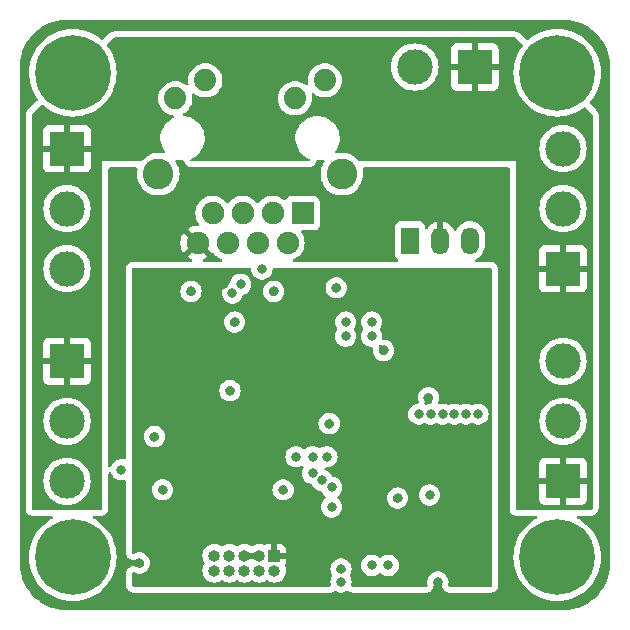
<source format=gbr>
%TF.GenerationSoftware,KiCad,Pcbnew,7.0.6*%
%TF.CreationDate,2024-06-28T04:54:33+09:00*%
%TF.ProjectId,artnet-neopixel,6172746e-6574-42d6-9e65-6f706978656c,rev?*%
%TF.SameCoordinates,Original*%
%TF.FileFunction,Copper,L3,Inr*%
%TF.FilePolarity,Positive*%
%FSLAX46Y46*%
G04 Gerber Fmt 4.6, Leading zero omitted, Abs format (unit mm)*
G04 Created by KiCad (PCBNEW 7.0.6) date 2024-06-28 04:54:33*
%MOMM*%
%LPD*%
G01*
G04 APERTURE LIST*
%TA.AperFunction,ComponentPad*%
%ADD10C,1.890000*%
%TD*%
%TA.AperFunction,ComponentPad*%
%ADD11R,1.900000X1.900000*%
%TD*%
%TA.AperFunction,ComponentPad*%
%ADD12C,1.900000*%
%TD*%
%TA.AperFunction,ComponentPad*%
%ADD13C,2.600000*%
%TD*%
%TA.AperFunction,ComponentPad*%
%ADD14R,3.000000X3.000000*%
%TD*%
%TA.AperFunction,ComponentPad*%
%ADD15C,3.000000*%
%TD*%
%TA.AperFunction,ComponentPad*%
%ADD16R,1.500000X2.300000*%
%TD*%
%TA.AperFunction,ComponentPad*%
%ADD17O,1.500000X2.300000*%
%TD*%
%TA.AperFunction,ComponentPad*%
%ADD18C,6.400000*%
%TD*%
%TA.AperFunction,ComponentPad*%
%ADD19R,1.000000X1.000000*%
%TD*%
%TA.AperFunction,ComponentPad*%
%ADD20O,1.000000X1.000000*%
%TD*%
%TA.AperFunction,ViaPad*%
%ADD21C,0.800000*%
%TD*%
G04 APERTURE END LIST*
D10*
%TO.N,+3.3V*%
%TO.C,J7*%
X63175000Y-56650000D03*
%TO.N,Net-(J7-LEDY_K)*%
X65715000Y-55130000D03*
%TO.N,Net-(J7-LEDG_K)*%
X73285000Y-56650000D03*
%TO.N,+3.3V*%
X75825000Y-55130000D03*
D11*
%TO.N,Net-(J7-TD+)*%
X73945000Y-66370000D03*
D12*
%TO.N,Net-(J7-TD-)*%
X72675000Y-68910000D03*
%TO.N,Net-(J7-RD+)*%
X71405000Y-66370000D03*
%TO.N,Net-(J7-TCT)*%
X70135000Y-68910000D03*
%TO.N,Net-(J7-RCT)*%
X68865000Y-66370000D03*
%TO.N,Net-(J7-RD-)*%
X67595000Y-68910000D03*
%TO.N,unconnected-(J7-NC-PadR7)*%
X66325000Y-66370000D03*
%TO.N,GND*%
X65055000Y-68910000D03*
D13*
%TO.N,unconnected-(J7-SHIELD-PadSH)*%
X77275000Y-63080000D03*
X61725000Y-63080000D03*
%TD*%
D14*
%TO.N,+24V*%
%TO.C,J1*%
X88540000Y-54000000D03*
D15*
%TO.N,GND*%
X83460000Y-54000000D03*
%TD*%
D14*
%TO.N,+24V*%
%TO.C,J4*%
X96000000Y-89080000D03*
D15*
%TO.N,Net-(IC1-A6)*%
X96000000Y-84000000D03*
%TO.N,GND*%
X96000000Y-78920000D03*
%TD*%
D14*
%TO.N,+24V*%
%TO.C,J3*%
X96000000Y-71080000D03*
D15*
%TO.N,Net-(IC1-A5)*%
X96000000Y-66000000D03*
%TO.N,GND*%
X96000000Y-60920000D03*
%TD*%
D16*
%TO.N,Net-(D1-K)*%
%TO.C,U1*%
X83053000Y-68707500D03*
D17*
%TO.N,GND*%
X85593000Y-68707500D03*
%TO.N,+5V*%
X88133000Y-68707500D03*
%TD*%
D18*
%TO.N,N/C*%
%TO.C,H1*%
X54500000Y-54500000D03*
%TD*%
D19*
%TO.N,+3.3V*%
%TO.C,J2*%
X71550000Y-95375000D03*
D20*
%TO.N,SWDIO*%
X71550000Y-96645000D03*
%TO.N,GND*%
X70280000Y-95375000D03*
%TO.N,SWCLK*%
X70280000Y-96645000D03*
%TO.N,GND*%
X69010000Y-95375000D03*
%TO.N,unconnected-(J2-Pin_6-Pad6)*%
X69010000Y-96645000D03*
%TO.N,unconnected-(J2-Pin_7-Pad7)*%
X67740000Y-95375000D03*
%TO.N,unconnected-(J2-Pin_8-Pad8)*%
X67740000Y-96645000D03*
%TO.N,unconnected-(J2-Pin_9-Pad9)*%
X66470000Y-95375000D03*
%TO.N,NRST*%
X66470000Y-96645000D03*
%TD*%
D18*
%TO.N,N/C*%
%TO.C,H4*%
X95500000Y-95500000D03*
%TD*%
%TO.N,N/C*%
%TO.C,H3*%
X54500000Y-95500000D03*
%TD*%
%TO.N,N/C*%
%TO.C,H2*%
X95500000Y-54500000D03*
%TD*%
D14*
%TO.N,+24V*%
%TO.C,J5*%
X54000000Y-78920000D03*
D15*
%TO.N,Net-(IC1-A7)*%
X54000000Y-84000000D03*
%TO.N,GND*%
X54000000Y-89080000D03*
%TD*%
D14*
%TO.N,+24V*%
%TO.C,J6*%
X54000000Y-60920000D03*
D15*
%TO.N,Net-(IC1-A8)*%
X54000000Y-66000000D03*
%TO.N,GND*%
X54000000Y-71080000D03*
%TD*%
D21*
%TO.N,+3.3V*%
X79000000Y-71500000D03*
%TO.N,GND*%
X67800000Y-81400000D03*
X60125000Y-96000000D03*
X68199972Y-75599972D03*
X91000000Y-84800000D03*
X77200000Y-96500000D03*
X61400000Y-85300000D03*
X84600000Y-82000000D03*
X68700000Y-72400000D03*
X80800000Y-78000000D03*
X85400000Y-97600000D03*
X76800000Y-72700016D03*
X62100000Y-89800000D03*
X76200000Y-84200000D03*
X91400000Y-95800000D03*
X82000000Y-90500000D03*
X71500000Y-73000000D03*
X64500006Y-73000000D03*
X62600000Y-50500000D03*
X72300000Y-89800000D03*
%TO.N,NRST*%
X77200000Y-97600000D03*
X84700000Y-90250000D03*
%TO.N,+3.3V*%
X75000000Y-75700000D03*
X88600000Y-96800000D03*
X67400000Y-78700000D03*
X78700019Y-85099981D03*
X88000000Y-77500000D03*
X77200000Y-94100000D03*
X67300044Y-72400000D03*
X65000000Y-82400000D03*
X89499990Y-84800000D03*
X69050000Y-78700000D03*
X85400000Y-96200020D03*
X65549967Y-78650049D03*
X63200000Y-88300000D03*
X62200000Y-78200000D03*
%TO.N,Net-(J7-RD+)*%
X70500000Y-71100000D03*
%TO.N,Net-(J7-RCT)*%
X68000000Y-73150003D03*
%TO.N,SCLK*%
X73400008Y-87000000D03*
X74799936Y-88400000D03*
%TO.N,MISO*%
X75600000Y-89000000D03*
X74800000Y-87000000D03*
%TO.N,RUN_LED*%
X76400000Y-91250000D03*
X58600000Y-88100000D03*
%TO.N,Net-(IC1-A5)*%
X79800000Y-75600000D03*
%TO.N,Net-(IC1-A6)*%
X79800000Y-76800000D03*
%TO.N,Net-(IC1-A7)*%
X77600000Y-76800000D03*
%TO.N,Net-(IC1-A8)*%
X77600000Y-75599992D03*
%TO.N,MOSI*%
X76400000Y-89600000D03*
X76000000Y-87000000D03*
%TO.N,JP1*%
X88800000Y-83400000D03*
%TO.N,JP2*%
X87800000Y-83400000D03*
%TO.N,JP3*%
X86800000Y-83400000D03*
%TO.N,JP4*%
X85800000Y-83400000D03*
%TO.N,JP5*%
X84800000Y-83400000D03*
%TO.N,JP6*%
X83800000Y-83400000D03*
%TO.N,JP7*%
X79800000Y-96200000D03*
%TO.N,JP8*%
X81200000Y-96200000D03*
%TD*%
%TA.AperFunction,Conductor*%
%TO.N,GND*%
G36*
X77254263Y-96107709D02*
G01*
X77285356Y-96114317D01*
X77309987Y-96119552D01*
X77334638Y-96127562D01*
X77386684Y-96150734D01*
X77409123Y-96163689D01*
X77455219Y-96197179D01*
X77474480Y-96214523D01*
X77512600Y-96256860D01*
X77527837Y-96277832D01*
X77556322Y-96327169D01*
X77566862Y-96350841D01*
X77568607Y-96356209D01*
X77576482Y-96380445D01*
X77584468Y-96405026D01*
X77589857Y-96430380D01*
X77595813Y-96487037D01*
X77595813Y-96512960D01*
X77589858Y-96569615D01*
X77584468Y-96594972D01*
X77568477Y-96644186D01*
X77529039Y-96701861D01*
X77464680Y-96729059D01*
X77424766Y-96727157D01*
X77294647Y-96699500D01*
X77294646Y-96699500D01*
X77105354Y-96699500D01*
X76975232Y-96727158D01*
X76905565Y-96721841D01*
X76849832Y-96679703D01*
X76831521Y-96644186D01*
X76815531Y-96594975D01*
X76810141Y-96569617D01*
X76809478Y-96563310D01*
X76804186Y-96512956D01*
X76804186Y-96487037D01*
X76804186Y-96487036D01*
X76810141Y-96430374D01*
X76815530Y-96405026D01*
X76833135Y-96350841D01*
X76843672Y-96327176D01*
X76872165Y-96277824D01*
X76887392Y-96256866D01*
X76925519Y-96214521D01*
X76944771Y-96197185D01*
X76990877Y-96163687D01*
X77013312Y-96150736D01*
X77065357Y-96127563D01*
X77089999Y-96119556D01*
X77145743Y-96107708D01*
X77171514Y-96105000D01*
X77228484Y-96105000D01*
X77254263Y-96107709D01*
G37*
%TD.AperFunction*%
%TA.AperFunction,Conductor*%
G36*
X69994199Y-95209993D02*
G01*
X69955000Y-95317694D01*
X69955000Y-95432306D01*
X69994199Y-95540007D01*
X70065517Y-95625000D01*
X69224483Y-95625000D01*
X69295801Y-95540007D01*
X69335000Y-95432306D01*
X69335000Y-95317694D01*
X69295801Y-95209993D01*
X69224483Y-95125000D01*
X70065517Y-95125000D01*
X69994199Y-95209993D01*
G37*
%TD.AperFunction*%
%TA.AperFunction,Conductor*%
G36*
X82054264Y-90107709D02*
G01*
X82109988Y-90119553D01*
X82134642Y-90127564D01*
X82143467Y-90131493D01*
X82186677Y-90150731D01*
X82209122Y-90163690D01*
X82255220Y-90197182D01*
X82274484Y-90214527D01*
X82306425Y-90250001D01*
X82312604Y-90256863D01*
X82327835Y-90277829D01*
X82356320Y-90327166D01*
X82366863Y-90350846D01*
X82384466Y-90405020D01*
X82389856Y-90430376D01*
X82395812Y-90487034D01*
X82395813Y-90512960D01*
X82389858Y-90569615D01*
X82384468Y-90594971D01*
X82366864Y-90649151D01*
X82356320Y-90672833D01*
X82327836Y-90722169D01*
X82312599Y-90743141D01*
X82274488Y-90785468D01*
X82255221Y-90802816D01*
X82209124Y-90836306D01*
X82186677Y-90849265D01*
X82134639Y-90872434D01*
X82109986Y-90880445D01*
X82072790Y-90888352D01*
X82054263Y-90892290D01*
X82028482Y-90895000D01*
X81971516Y-90895000D01*
X81945736Y-90892290D01*
X81923984Y-90887666D01*
X81890010Y-90880445D01*
X81865356Y-90872434D01*
X81813325Y-90849268D01*
X81790878Y-90836308D01*
X81744777Y-90802815D01*
X81725514Y-90785472D01*
X81687397Y-90743139D01*
X81672162Y-90722169D01*
X81643678Y-90672833D01*
X81633136Y-90649155D01*
X81615530Y-90594971D01*
X81610141Y-90569617D01*
X81604186Y-90512958D01*
X81604186Y-90487037D01*
X81610141Y-90430374D01*
X81615528Y-90405032D01*
X81633135Y-90350841D01*
X81643672Y-90327176D01*
X81672165Y-90277824D01*
X81687395Y-90256863D01*
X81725519Y-90214521D01*
X81744771Y-90197185D01*
X81790877Y-90163687D01*
X81813312Y-90150736D01*
X81865357Y-90127563D01*
X81889999Y-90119556D01*
X81945743Y-90107708D01*
X81971514Y-90105000D01*
X82028484Y-90105000D01*
X82054264Y-90107709D01*
G37*
%TD.AperFunction*%
%TA.AperFunction,Conductor*%
G36*
X62154264Y-89407709D02*
G01*
X62209988Y-89419553D01*
X62234642Y-89427564D01*
X62243467Y-89431493D01*
X62286677Y-89450731D01*
X62309117Y-89463686D01*
X62355227Y-89497186D01*
X62374483Y-89514525D01*
X62412599Y-89556857D01*
X62427836Y-89577829D01*
X62456320Y-89627165D01*
X62466864Y-89650847D01*
X62484468Y-89705027D01*
X62489858Y-89730382D01*
X62495813Y-89787035D01*
X62495813Y-89812960D01*
X62489858Y-89869615D01*
X62484468Y-89894971D01*
X62466864Y-89949151D01*
X62456320Y-89972833D01*
X62427836Y-90022169D01*
X62412599Y-90043141D01*
X62374488Y-90085468D01*
X62355221Y-90102816D01*
X62309124Y-90136306D01*
X62286677Y-90149265D01*
X62234639Y-90172434D01*
X62209986Y-90180445D01*
X62172790Y-90188352D01*
X62154263Y-90192290D01*
X62128482Y-90195000D01*
X62071516Y-90195000D01*
X62045736Y-90192290D01*
X62023984Y-90187666D01*
X61990010Y-90180445D01*
X61965356Y-90172434D01*
X61913325Y-90149268D01*
X61890878Y-90136308D01*
X61844777Y-90102815D01*
X61825514Y-90085472D01*
X61787397Y-90043139D01*
X61772162Y-90022169D01*
X61743678Y-89972833D01*
X61733136Y-89949155D01*
X61715530Y-89894971D01*
X61710141Y-89869617D01*
X61707028Y-89840000D01*
X61704186Y-89812956D01*
X61704186Y-89787037D01*
X61706630Y-89763784D01*
X61710141Y-89730374D01*
X61715528Y-89705032D01*
X61733135Y-89650841D01*
X61743672Y-89627176D01*
X61772165Y-89577824D01*
X61787392Y-89556866D01*
X61825519Y-89514521D01*
X61844771Y-89497185D01*
X61890877Y-89463687D01*
X61913312Y-89450736D01*
X61965357Y-89427563D01*
X61989999Y-89419556D01*
X62045743Y-89407708D01*
X62071514Y-89405000D01*
X62128484Y-89405000D01*
X62154264Y-89407709D01*
G37*
%TD.AperFunction*%
%TA.AperFunction,Conductor*%
G36*
X72354264Y-89407709D02*
G01*
X72409988Y-89419553D01*
X72434642Y-89427564D01*
X72443467Y-89431493D01*
X72486677Y-89450731D01*
X72509117Y-89463686D01*
X72555227Y-89497186D01*
X72574483Y-89514525D01*
X72612599Y-89556857D01*
X72627836Y-89577829D01*
X72656320Y-89627165D01*
X72666864Y-89650847D01*
X72684468Y-89705027D01*
X72689858Y-89730382D01*
X72695813Y-89787037D01*
X72695813Y-89812960D01*
X72689858Y-89869615D01*
X72684468Y-89894971D01*
X72666864Y-89949151D01*
X72656320Y-89972833D01*
X72627836Y-90022169D01*
X72612599Y-90043141D01*
X72574488Y-90085468D01*
X72555221Y-90102816D01*
X72509124Y-90136306D01*
X72486677Y-90149265D01*
X72434639Y-90172434D01*
X72409986Y-90180445D01*
X72372790Y-90188352D01*
X72354263Y-90192290D01*
X72328482Y-90195000D01*
X72271516Y-90195000D01*
X72245736Y-90192290D01*
X72223984Y-90187666D01*
X72190010Y-90180445D01*
X72165356Y-90172434D01*
X72113325Y-90149268D01*
X72090878Y-90136308D01*
X72044777Y-90102815D01*
X72025514Y-90085472D01*
X71987397Y-90043139D01*
X71972162Y-90022169D01*
X71943678Y-89972833D01*
X71933136Y-89949155D01*
X71915530Y-89894971D01*
X71910141Y-89869617D01*
X71907028Y-89840000D01*
X71904186Y-89812956D01*
X71904186Y-89787037D01*
X71906630Y-89763784D01*
X71910141Y-89730374D01*
X71915528Y-89705032D01*
X71933135Y-89650841D01*
X71943672Y-89627176D01*
X71972165Y-89577824D01*
X71987392Y-89556866D01*
X72025519Y-89514521D01*
X72044771Y-89497185D01*
X72090877Y-89463687D01*
X72113312Y-89450736D01*
X72165357Y-89427563D01*
X72189999Y-89419556D01*
X72245743Y-89407708D01*
X72271514Y-89405000D01*
X72328484Y-89405000D01*
X72354264Y-89407709D01*
G37*
%TD.AperFunction*%
%TA.AperFunction,Conductor*%
G36*
X61454264Y-84907709D02*
G01*
X61509988Y-84919553D01*
X61534642Y-84927564D01*
X61543467Y-84931493D01*
X61586677Y-84950731D01*
X61609117Y-84963686D01*
X61655227Y-84997186D01*
X61674483Y-85014525D01*
X61712599Y-85056857D01*
X61727836Y-85077829D01*
X61756320Y-85127165D01*
X61766864Y-85150847D01*
X61784468Y-85205027D01*
X61789858Y-85230382D01*
X61795813Y-85287037D01*
X61795813Y-85312960D01*
X61789858Y-85369615D01*
X61784468Y-85394971D01*
X61766864Y-85449151D01*
X61756320Y-85472833D01*
X61727836Y-85522169D01*
X61712599Y-85543141D01*
X61674488Y-85585468D01*
X61655221Y-85602816D01*
X61609124Y-85636306D01*
X61586677Y-85649265D01*
X61534639Y-85672434D01*
X61509986Y-85680445D01*
X61472790Y-85688352D01*
X61454263Y-85692290D01*
X61428482Y-85695000D01*
X61371516Y-85695000D01*
X61345736Y-85692290D01*
X61323984Y-85687666D01*
X61290010Y-85680445D01*
X61265356Y-85672434D01*
X61213325Y-85649268D01*
X61190878Y-85636308D01*
X61144777Y-85602815D01*
X61125514Y-85585472D01*
X61087397Y-85543139D01*
X61072162Y-85522169D01*
X61043678Y-85472833D01*
X61033136Y-85449155D01*
X61015530Y-85394971D01*
X61010141Y-85369617D01*
X61004186Y-85312958D01*
X61004186Y-85287037D01*
X61004186Y-85287035D01*
X61010141Y-85230374D01*
X61015528Y-85205032D01*
X61033135Y-85150841D01*
X61043672Y-85127176D01*
X61072165Y-85077824D01*
X61087392Y-85056866D01*
X61125519Y-85014521D01*
X61144771Y-84997185D01*
X61190877Y-84963687D01*
X61213312Y-84950736D01*
X61265357Y-84927563D01*
X61289999Y-84919556D01*
X61345743Y-84907708D01*
X61371514Y-84905000D01*
X61428484Y-84905000D01*
X61454264Y-84907709D01*
G37*
%TD.AperFunction*%
%TA.AperFunction,Conductor*%
G36*
X76254260Y-83807708D02*
G01*
X76309992Y-83819553D01*
X76334637Y-83827562D01*
X76386675Y-83850731D01*
X76409123Y-83863691D01*
X76455221Y-83897182D01*
X76474483Y-83914525D01*
X76512599Y-83956857D01*
X76527836Y-83977829D01*
X76556320Y-84027165D01*
X76566864Y-84050847D01*
X76584468Y-84105027D01*
X76589858Y-84130382D01*
X76595813Y-84187037D01*
X76595813Y-84212960D01*
X76589858Y-84269615D01*
X76584468Y-84294971D01*
X76566864Y-84349151D01*
X76556320Y-84372833D01*
X76527836Y-84422169D01*
X76512599Y-84443141D01*
X76474488Y-84485468D01*
X76455221Y-84502816D01*
X76409124Y-84536306D01*
X76386677Y-84549265D01*
X76334639Y-84572434D01*
X76309986Y-84580445D01*
X76272790Y-84588352D01*
X76254263Y-84592290D01*
X76228482Y-84595000D01*
X76171516Y-84595000D01*
X76145736Y-84592290D01*
X76123984Y-84587666D01*
X76090010Y-84580445D01*
X76065356Y-84572434D01*
X76013325Y-84549268D01*
X75990878Y-84536308D01*
X75944777Y-84502815D01*
X75925514Y-84485472D01*
X75887397Y-84443139D01*
X75872162Y-84422169D01*
X75843678Y-84372833D01*
X75833136Y-84349155D01*
X75815530Y-84294971D01*
X75810141Y-84269617D01*
X75804186Y-84212958D01*
X75804186Y-84187037D01*
X75804186Y-84187035D01*
X75810141Y-84130374D01*
X75815528Y-84105032D01*
X75833135Y-84050841D01*
X75843672Y-84027176D01*
X75872165Y-83977824D01*
X75887392Y-83956866D01*
X75925519Y-83914521D01*
X75944771Y-83897185D01*
X75990877Y-83863687D01*
X76013312Y-83850736D01*
X76065357Y-83827563D01*
X76089999Y-83819556D01*
X76145743Y-83807708D01*
X76171514Y-83805000D01*
X76228489Y-83805000D01*
X76254260Y-83807708D01*
G37*
%TD.AperFunction*%
%TA.AperFunction,Conductor*%
G36*
X84654264Y-81607709D02*
G01*
X84709988Y-81619553D01*
X84734642Y-81627564D01*
X84743467Y-81631493D01*
X84786677Y-81650731D01*
X84809117Y-81663686D01*
X84855227Y-81697186D01*
X84874483Y-81714525D01*
X84900992Y-81743966D01*
X84912599Y-81756857D01*
X84927836Y-81777829D01*
X84956320Y-81827165D01*
X84966864Y-81850847D01*
X84984468Y-81905027D01*
X84989858Y-81930382D01*
X84995813Y-81987037D01*
X84995813Y-82012960D01*
X84989858Y-82069617D01*
X84984468Y-82094973D01*
X84946355Y-82212273D01*
X84946354Y-82212277D01*
X84925481Y-82306074D01*
X84925477Y-82306098D01*
X84919687Y-82352641D01*
X84919685Y-82352663D01*
X84918932Y-82379041D01*
X84897342Y-82445491D01*
X84843253Y-82489719D01*
X84794983Y-82499500D01*
X84705354Y-82499500D01*
X84672897Y-82506398D01*
X84520197Y-82538855D01*
X84441608Y-82573846D01*
X84372358Y-82583130D01*
X84309082Y-82553502D01*
X84271869Y-82494367D01*
X84267982Y-82446429D01*
X84273075Y-82402043D01*
X84271080Y-82332199D01*
X84271080Y-82332197D01*
X84246545Y-82190424D01*
X84215528Y-82094967D01*
X84210142Y-82069625D01*
X84204186Y-82012956D01*
X84204186Y-81987037D01*
X84204186Y-81987035D01*
X84210141Y-81930374D01*
X84215528Y-81905032D01*
X84233135Y-81850841D01*
X84243672Y-81827176D01*
X84272165Y-81777824D01*
X84287392Y-81756866D01*
X84325519Y-81714521D01*
X84344771Y-81697185D01*
X84390877Y-81663687D01*
X84413312Y-81650736D01*
X84465357Y-81627563D01*
X84489999Y-81619556D01*
X84545743Y-81607708D01*
X84571514Y-81605000D01*
X84628484Y-81605000D01*
X84654264Y-81607709D01*
G37*
%TD.AperFunction*%
%TA.AperFunction,Conductor*%
G36*
X67854264Y-81007709D02*
G01*
X67909988Y-81019553D01*
X67934642Y-81027564D01*
X67943467Y-81031493D01*
X67986677Y-81050731D01*
X68009117Y-81063686D01*
X68055227Y-81097186D01*
X68074483Y-81114525D01*
X68112599Y-81156857D01*
X68127836Y-81177829D01*
X68156320Y-81227165D01*
X68166864Y-81250847D01*
X68184468Y-81305027D01*
X68189858Y-81330382D01*
X68195813Y-81387037D01*
X68195813Y-81412960D01*
X68189858Y-81469615D01*
X68184468Y-81494971D01*
X68166864Y-81549151D01*
X68156320Y-81572833D01*
X68127836Y-81622169D01*
X68112599Y-81643141D01*
X68074488Y-81685468D01*
X68055221Y-81702816D01*
X68009124Y-81736306D01*
X67986677Y-81749265D01*
X67934639Y-81772434D01*
X67909986Y-81780445D01*
X67872790Y-81788352D01*
X67854263Y-81792290D01*
X67828482Y-81795000D01*
X67771516Y-81795000D01*
X67745736Y-81792290D01*
X67723984Y-81787666D01*
X67690010Y-81780445D01*
X67665356Y-81772434D01*
X67613325Y-81749268D01*
X67590878Y-81736308D01*
X67544777Y-81702815D01*
X67525514Y-81685472D01*
X67487397Y-81643139D01*
X67472162Y-81622169D01*
X67443678Y-81572833D01*
X67433136Y-81549155D01*
X67415530Y-81494971D01*
X67410141Y-81469617D01*
X67404186Y-81412958D01*
X67404186Y-81387037D01*
X67404186Y-81387035D01*
X67410141Y-81330374D01*
X67415528Y-81305032D01*
X67433135Y-81250841D01*
X67443672Y-81227176D01*
X67472165Y-81177824D01*
X67487392Y-81156866D01*
X67525519Y-81114521D01*
X67544771Y-81097185D01*
X67590877Y-81063687D01*
X67613312Y-81050736D01*
X67665357Y-81027563D01*
X67689999Y-81019556D01*
X67745743Y-81007708D01*
X67771514Y-81005000D01*
X67828484Y-81005000D01*
X67854264Y-81007709D01*
G37*
%TD.AperFunction*%
%TA.AperFunction,Conductor*%
G36*
X80572413Y-77551217D02*
G01*
X80598204Y-77562996D01*
X80602238Y-77564838D01*
X80647054Y-77577997D01*
X80669272Y-77584522D01*
X80669277Y-77584523D01*
X80669281Y-77584524D01*
X80811697Y-77605000D01*
X80828484Y-77605000D01*
X80854264Y-77607709D01*
X80909988Y-77619553D01*
X80934643Y-77627564D01*
X80986677Y-77650731D01*
X81009117Y-77663686D01*
X81055227Y-77697186D01*
X81074483Y-77714525D01*
X81112599Y-77756857D01*
X81127836Y-77777829D01*
X81156320Y-77827165D01*
X81166864Y-77850847D01*
X81184468Y-77905027D01*
X81189858Y-77930385D01*
X81195812Y-77987039D01*
X81195812Y-78012959D01*
X81189858Y-78069613D01*
X81184468Y-78094971D01*
X81166864Y-78149151D01*
X81156320Y-78172833D01*
X81127836Y-78222169D01*
X81112599Y-78243141D01*
X81074488Y-78285468D01*
X81055221Y-78302816D01*
X81009124Y-78336306D01*
X80986677Y-78349265D01*
X80934639Y-78372434D01*
X80909986Y-78380445D01*
X80872790Y-78388352D01*
X80854263Y-78392290D01*
X80828482Y-78395000D01*
X80771516Y-78395000D01*
X80745736Y-78392290D01*
X80723984Y-78387666D01*
X80690010Y-78380445D01*
X80665356Y-78372434D01*
X80613325Y-78349268D01*
X80590878Y-78336308D01*
X80544777Y-78302815D01*
X80525514Y-78285472D01*
X80487397Y-78243139D01*
X80472162Y-78222169D01*
X80459924Y-78200972D01*
X80443676Y-78172829D01*
X80433136Y-78149155D01*
X80415530Y-78094971D01*
X80410142Y-78069621D01*
X80404186Y-78012954D01*
X80404186Y-77987033D01*
X80412806Y-77905027D01*
X80414354Y-77890295D01*
X80410517Y-77756002D01*
X80399991Y-77691533D01*
X80399990Y-77691532D01*
X80399325Y-77687454D01*
X80400402Y-77687278D01*
X80404102Y-77622363D01*
X80445159Y-77565829D01*
X80510264Y-77540467D01*
X80572413Y-77551217D01*
G37*
%TD.AperFunction*%
%TA.AperFunction,Conductor*%
G36*
X68254236Y-75207681D02*
G01*
X68309960Y-75219525D01*
X68334614Y-75227536D01*
X68343439Y-75231465D01*
X68386649Y-75250703D01*
X68409089Y-75263658D01*
X68455199Y-75297158D01*
X68474455Y-75314497D01*
X68512571Y-75356829D01*
X68527808Y-75377801D01*
X68556292Y-75427137D01*
X68566836Y-75450819D01*
X68584440Y-75504999D01*
X68589830Y-75530357D01*
X68595784Y-75587011D01*
X68595784Y-75612931D01*
X68589830Y-75669585D01*
X68584440Y-75694943D01*
X68566836Y-75749123D01*
X68556292Y-75772805D01*
X68527808Y-75822141D01*
X68512571Y-75843113D01*
X68474460Y-75885440D01*
X68455193Y-75902788D01*
X68409096Y-75936278D01*
X68386649Y-75949237D01*
X68334611Y-75972406D01*
X68309958Y-75980417D01*
X68272762Y-75988324D01*
X68254235Y-75992262D01*
X68228454Y-75994972D01*
X68171488Y-75994972D01*
X68145708Y-75992262D01*
X68123956Y-75987638D01*
X68089982Y-75980417D01*
X68065328Y-75972406D01*
X68013297Y-75949240D01*
X67990850Y-75936280D01*
X67944749Y-75902787D01*
X67925486Y-75885444D01*
X67887369Y-75843111D01*
X67872134Y-75822141D01*
X67843650Y-75772805D01*
X67833108Y-75749127D01*
X67815501Y-75694941D01*
X67810112Y-75669585D01*
X67804158Y-75612931D01*
X67804158Y-75587011D01*
X67810112Y-75530357D01*
X67810113Y-75530346D01*
X67815500Y-75505004D01*
X67833107Y-75450813D01*
X67843644Y-75427148D01*
X67872137Y-75377796D01*
X67887364Y-75356838D01*
X67925491Y-75314493D01*
X67944743Y-75297157D01*
X67990849Y-75263659D01*
X68013284Y-75250708D01*
X68065329Y-75227535D01*
X68089971Y-75219528D01*
X68145715Y-75207680D01*
X68171486Y-75204972D01*
X68228456Y-75204972D01*
X68254236Y-75207681D01*
G37*
%TD.AperFunction*%
%TA.AperFunction,Conductor*%
G36*
X64554270Y-72607709D02*
G01*
X64609994Y-72619553D01*
X64634648Y-72627564D01*
X64643473Y-72631493D01*
X64686683Y-72650731D01*
X64709123Y-72663686D01*
X64755233Y-72697186D01*
X64774489Y-72714525D01*
X64800998Y-72743966D01*
X64812605Y-72756857D01*
X64827842Y-72777829D01*
X64856326Y-72827165D01*
X64866870Y-72850847D01*
X64884474Y-72905027D01*
X64889864Y-72930381D01*
X64895819Y-72987036D01*
X64895819Y-73012960D01*
X64889864Y-73069615D01*
X64884474Y-73094971D01*
X64866870Y-73149150D01*
X64856327Y-73172831D01*
X64827843Y-73222168D01*
X64812605Y-73243141D01*
X64774494Y-73285468D01*
X64755227Y-73302816D01*
X64709130Y-73336306D01*
X64686683Y-73349265D01*
X64634645Y-73372434D01*
X64609992Y-73380445D01*
X64572796Y-73388352D01*
X64554269Y-73392290D01*
X64528488Y-73395000D01*
X64471522Y-73395000D01*
X64445742Y-73392290D01*
X64423990Y-73387666D01*
X64390016Y-73380445D01*
X64365362Y-73372434D01*
X64313331Y-73349268D01*
X64290884Y-73336308D01*
X64244783Y-73302815D01*
X64225520Y-73285472D01*
X64187403Y-73243139D01*
X64172168Y-73222169D01*
X64143682Y-73172829D01*
X64133142Y-73149155D01*
X64115536Y-73094971D01*
X64110147Y-73069617D01*
X64104192Y-73012958D01*
X64104192Y-72987037D01*
X64104355Y-72985484D01*
X64110147Y-72930374D01*
X64115534Y-72905032D01*
X64133141Y-72850841D01*
X64143678Y-72827176D01*
X64172171Y-72777824D01*
X64187398Y-72756866D01*
X64225525Y-72714521D01*
X64244777Y-72697185D01*
X64290883Y-72663687D01*
X64313318Y-72650736D01*
X64365363Y-72627563D01*
X64390005Y-72619556D01*
X64445749Y-72607708D01*
X64471520Y-72605000D01*
X64528490Y-72605000D01*
X64554270Y-72607709D01*
G37*
%TD.AperFunction*%
%TA.AperFunction,Conductor*%
G36*
X71554264Y-72607709D02*
G01*
X71609988Y-72619553D01*
X71634642Y-72627564D01*
X71643467Y-72631493D01*
X71686677Y-72650731D01*
X71709121Y-72663689D01*
X71752432Y-72695156D01*
X71755220Y-72697181D01*
X71774482Y-72714524D01*
X71800992Y-72743966D01*
X71812599Y-72756857D01*
X71827836Y-72777830D01*
X71856321Y-72827168D01*
X71866864Y-72850847D01*
X71866865Y-72850850D01*
X71866866Y-72850851D01*
X71868612Y-72856227D01*
X71870346Y-72861562D01*
X71884469Y-72905029D01*
X71889857Y-72930380D01*
X71895813Y-72987037D01*
X71895813Y-73012960D01*
X71889858Y-73069615D01*
X71884468Y-73094971D01*
X71866864Y-73149151D01*
X71856320Y-73172833D01*
X71827836Y-73222169D01*
X71812599Y-73243141D01*
X71774488Y-73285468D01*
X71755221Y-73302816D01*
X71709124Y-73336306D01*
X71686677Y-73349265D01*
X71634639Y-73372434D01*
X71609986Y-73380445D01*
X71572790Y-73388352D01*
X71554263Y-73392290D01*
X71528482Y-73395000D01*
X71471516Y-73395000D01*
X71445736Y-73392290D01*
X71423984Y-73387666D01*
X71390010Y-73380445D01*
X71365356Y-73372434D01*
X71313325Y-73349268D01*
X71290878Y-73336308D01*
X71244777Y-73302815D01*
X71225514Y-73285472D01*
X71187397Y-73243139D01*
X71172162Y-73222169D01*
X71143676Y-73172829D01*
X71133136Y-73149155D01*
X71115530Y-73094971D01*
X71110141Y-73069617D01*
X71104186Y-73012958D01*
X71104186Y-72987037D01*
X71104349Y-72985484D01*
X71110141Y-72930374D01*
X71115528Y-72905032D01*
X71133135Y-72850841D01*
X71143672Y-72827176D01*
X71172165Y-72777824D01*
X71187392Y-72756866D01*
X71225519Y-72714521D01*
X71244771Y-72697185D01*
X71290877Y-72663687D01*
X71313312Y-72650736D01*
X71365357Y-72627563D01*
X71389999Y-72619556D01*
X71445743Y-72607708D01*
X71471514Y-72605000D01*
X71528484Y-72605000D01*
X71554264Y-72607709D01*
G37*
%TD.AperFunction*%
%TA.AperFunction,Conductor*%
G36*
X76854263Y-72307725D02*
G01*
X76885356Y-72314333D01*
X76909987Y-72319568D01*
X76934638Y-72327578D01*
X76986684Y-72350750D01*
X77009127Y-72363708D01*
X77055215Y-72397193D01*
X77074479Y-72414538D01*
X77112600Y-72456876D01*
X77127837Y-72477847D01*
X77156322Y-72527184D01*
X77166864Y-72550863D01*
X77184468Y-72605043D01*
X77189858Y-72630398D01*
X77195813Y-72687053D01*
X77195813Y-72712974D01*
X77194221Y-72728117D01*
X77189858Y-72769631D01*
X77184468Y-72794987D01*
X77166864Y-72849167D01*
X77156320Y-72872849D01*
X77127836Y-72922185D01*
X77112599Y-72943157D01*
X77074488Y-72985484D01*
X77055221Y-73002832D01*
X77009124Y-73036322D01*
X76986677Y-73049281D01*
X76934639Y-73072450D01*
X76909986Y-73080461D01*
X76872790Y-73088368D01*
X76854263Y-73092306D01*
X76828482Y-73095016D01*
X76771516Y-73095016D01*
X76745736Y-73092306D01*
X76723984Y-73087682D01*
X76690010Y-73080461D01*
X76665356Y-73072450D01*
X76613325Y-73049284D01*
X76590878Y-73036324D01*
X76544777Y-73002831D01*
X76525514Y-72985488D01*
X76487397Y-72943155D01*
X76472162Y-72922185D01*
X76443678Y-72872849D01*
X76433136Y-72849171D01*
X76415530Y-72794987D01*
X76410141Y-72769633D01*
X76409816Y-72766545D01*
X76404186Y-72712972D01*
X76404186Y-72687053D01*
X76406641Y-72663694D01*
X76410141Y-72630390D01*
X76415528Y-72605048D01*
X76433135Y-72550857D01*
X76443672Y-72527192D01*
X76472165Y-72477840D01*
X76487392Y-72456882D01*
X76525519Y-72414537D01*
X76544771Y-72397201D01*
X76590877Y-72363703D01*
X76613312Y-72350752D01*
X76665357Y-72327579D01*
X76689999Y-72319572D01*
X76745743Y-72307724D01*
X76771514Y-72305016D01*
X76828484Y-72305016D01*
X76854263Y-72307725D01*
G37*
%TD.AperFunction*%
%TA.AperFunction,Conductor*%
G36*
X68754264Y-72007709D02*
G01*
X68809988Y-72019553D01*
X68834642Y-72027564D01*
X68843467Y-72031493D01*
X68886677Y-72050731D01*
X68909117Y-72063686D01*
X68955227Y-72097186D01*
X68974483Y-72114525D01*
X69012599Y-72156857D01*
X69027836Y-72177829D01*
X69056320Y-72227165D01*
X69066864Y-72250847D01*
X69084468Y-72305027D01*
X69089858Y-72330385D01*
X69095812Y-72387039D01*
X69095812Y-72412959D01*
X69089858Y-72469613D01*
X69084468Y-72494972D01*
X69066863Y-72549153D01*
X69056319Y-72572834D01*
X69027836Y-72622168D01*
X69012604Y-72643134D01*
X68995841Y-72661754D01*
X68974479Y-72685475D01*
X68955219Y-72702816D01*
X68944337Y-72710722D01*
X68878530Y-72734201D01*
X68810477Y-72718375D01*
X68764066Y-72672403D01*
X68738178Y-72627565D01*
X68732533Y-72617787D01*
X68605871Y-72477115D01*
X68605870Y-72477114D01*
X68452730Y-72365851D01*
X68428090Y-72354881D01*
X68374853Y-72309631D01*
X68354532Y-72242782D01*
X68371125Y-72179626D01*
X68372154Y-72177844D01*
X68387392Y-72156866D01*
X68425519Y-72114521D01*
X68444771Y-72097185D01*
X68490877Y-72063687D01*
X68513312Y-72050736D01*
X68565357Y-72027563D01*
X68589999Y-72019556D01*
X68645743Y-72007708D01*
X68671514Y-72005000D01*
X68728484Y-72005000D01*
X68754264Y-72007709D01*
G37*
%TD.AperFunction*%
%TA.AperFunction,Conductor*%
G36*
X66242311Y-69743757D02*
G01*
X66261656Y-69741751D01*
X66274037Y-69731185D01*
X66343268Y-69721760D01*
X66406604Y-69751261D01*
X66428504Y-69776533D01*
X66446429Y-69803969D01*
X66609236Y-69980825D01*
X66609239Y-69980827D01*
X66609242Y-69980830D01*
X66798924Y-70128466D01*
X66798930Y-70128470D01*
X66798933Y-70128472D01*
X66848601Y-70155351D01*
X67002904Y-70238856D01*
X67010344Y-70242882D01*
X67028046Y-70248959D01*
X67040454Y-70253219D01*
X67097470Y-70293604D01*
X67123601Y-70358403D01*
X67110550Y-70427043D01*
X67062461Y-70477731D01*
X67000192Y-70494500D01*
X65648267Y-70494500D01*
X65581228Y-70474815D01*
X65535473Y-70422011D01*
X65525529Y-70352853D01*
X65554554Y-70289297D01*
X65608004Y-70253219D01*
X65639449Y-70242423D01*
X65639455Y-70242421D01*
X65850795Y-70128049D01*
X65850798Y-70128047D01*
X65889425Y-70097980D01*
X65889425Y-70097979D01*
X65143230Y-69351784D01*
X65189138Y-69344865D01*
X65311357Y-69286007D01*
X65410798Y-69193740D01*
X65478625Y-69076260D01*
X65496499Y-68997945D01*
X66242311Y-69743757D01*
G37*
%TD.AperFunction*%
%TA.AperFunction,Conductor*%
G36*
X96001423Y-50000566D02*
G01*
X96040986Y-50002394D01*
X96172950Y-50008495D01*
X96372549Y-50018302D01*
X96378048Y-50018819D01*
X96563357Y-50044668D01*
X96749828Y-50072329D01*
X96754871Y-50073294D01*
X96939341Y-50116681D01*
X97120221Y-50161989D01*
X97124797Y-50163327D01*
X97305568Y-50223916D01*
X97480339Y-50286450D01*
X97484471Y-50288100D01*
X97542986Y-50313936D01*
X97659474Y-50365370D01*
X97826973Y-50444592D01*
X97830601Y-50446457D01*
X97998128Y-50539770D01*
X97998142Y-50539778D01*
X98156964Y-50634972D01*
X98160119Y-50636996D01*
X98318603Y-50745559D01*
X98467377Y-50855897D01*
X98470001Y-50857957D01*
X98618027Y-50980876D01*
X98755321Y-51105314D01*
X98757514Y-51107402D01*
X98892596Y-51242484D01*
X98894695Y-51244688D01*
X99019129Y-51381980D01*
X99142034Y-51529989D01*
X99144109Y-51532632D01*
X99254437Y-51681392D01*
X99268913Y-51702524D01*
X99363002Y-51839879D01*
X99365032Y-51843044D01*
X99460221Y-52001857D01*
X99553527Y-52169371D01*
X99555410Y-52173034D01*
X99634638Y-52340547D01*
X99711899Y-52515527D01*
X99713558Y-52519685D01*
X99776093Y-52694459D01*
X99836662Y-52875173D01*
X99838018Y-52879812D01*
X99883317Y-53060654D01*
X99926696Y-53245090D01*
X99927672Y-53250189D01*
X99955337Y-53436689D01*
X99981177Y-53621933D01*
X99981697Y-53627459D01*
X99991512Y-53827238D01*
X99999434Y-53998575D01*
X99999500Y-54001439D01*
X99999500Y-95998560D01*
X99999434Y-96001424D01*
X99991512Y-96172761D01*
X99981697Y-96372539D01*
X99981177Y-96378065D01*
X99955337Y-96563310D01*
X99927672Y-96749809D01*
X99926696Y-96754908D01*
X99883317Y-96939345D01*
X99838018Y-97120186D01*
X99836662Y-97124825D01*
X99776093Y-97305540D01*
X99713557Y-97480314D01*
X99711899Y-97484470D01*
X99634638Y-97659452D01*
X99555410Y-97826964D01*
X99553527Y-97830627D01*
X99460221Y-97998142D01*
X99365032Y-98156954D01*
X99363002Y-98160118D01*
X99254437Y-98318608D01*
X99144121Y-98467350D01*
X99142021Y-98470025D01*
X99019132Y-98618016D01*
X98894695Y-98755310D01*
X98892596Y-98757514D01*
X98757514Y-98892596D01*
X98755310Y-98894695D01*
X98618016Y-99019132D01*
X98470025Y-99142021D01*
X98467350Y-99144121D01*
X98318608Y-99254437D01*
X98160118Y-99363002D01*
X98156954Y-99365032D01*
X97998142Y-99460221D01*
X97830627Y-99553527D01*
X97826964Y-99555410D01*
X97659452Y-99634638D01*
X97484470Y-99711899D01*
X97480314Y-99713557D01*
X97305540Y-99776093D01*
X97124825Y-99836662D01*
X97120186Y-99838018D01*
X96939345Y-99883317D01*
X96754908Y-99926696D01*
X96749809Y-99927672D01*
X96563310Y-99955337D01*
X96378065Y-99981177D01*
X96372539Y-99981697D01*
X96172761Y-99991512D01*
X96001424Y-99999434D01*
X95998560Y-99999500D01*
X54001440Y-99999500D01*
X53998576Y-99999434D01*
X53827238Y-99991512D01*
X53627459Y-99981697D01*
X53621933Y-99981177D01*
X53436689Y-99955337D01*
X53250189Y-99927672D01*
X53245090Y-99926696D01*
X53060654Y-99883317D01*
X52879812Y-99838018D01*
X52875173Y-99836662D01*
X52694459Y-99776093D01*
X52519685Y-99713558D01*
X52515527Y-99711899D01*
X52340547Y-99634638D01*
X52173034Y-99555410D01*
X52169371Y-99553527D01*
X52001857Y-99460221D01*
X51843044Y-99365032D01*
X51839879Y-99363002D01*
X51730371Y-99287989D01*
X51681392Y-99254437D01*
X51532632Y-99144109D01*
X51529989Y-99142034D01*
X51381980Y-99019129D01*
X51244688Y-98894695D01*
X51242484Y-98892596D01*
X51107402Y-98757514D01*
X51105314Y-98755321D01*
X50980867Y-98618016D01*
X50857957Y-98470001D01*
X50855897Y-98467377D01*
X50745559Y-98318603D01*
X50669733Y-98207911D01*
X50636996Y-98160119D01*
X50634966Y-98156954D01*
X50623306Y-98137501D01*
X50539778Y-97998142D01*
X50531598Y-97983456D01*
X50446457Y-97830601D01*
X50444588Y-97826964D01*
X50442835Y-97823258D01*
X50365370Y-97659474D01*
X50302649Y-97517422D01*
X50288100Y-97484471D01*
X50286450Y-97480339D01*
X50223906Y-97305540D01*
X50163327Y-97124797D01*
X50161989Y-97120221D01*
X50116675Y-96939315D01*
X50111402Y-96916895D01*
X50073294Y-96754871D01*
X50072329Y-96749828D01*
X50044662Y-96563310D01*
X50018819Y-96378048D01*
X50018302Y-96372549D01*
X50008487Y-96172761D01*
X50000566Y-96001423D01*
X50000500Y-95998560D01*
X50000500Y-91376000D01*
X50494500Y-91376000D01*
X50494501Y-91376009D01*
X50506052Y-91483450D01*
X50506054Y-91483462D01*
X50517260Y-91534972D01*
X50551383Y-91637497D01*
X50551386Y-91637503D01*
X50629171Y-91758537D01*
X50629179Y-91758548D01*
X50674923Y-91811340D01*
X50674926Y-91811343D01*
X50674930Y-91811347D01*
X50783664Y-91905567D01*
X50783667Y-91905568D01*
X50783668Y-91905569D01*
X50877925Y-91948616D01*
X50914541Y-91965338D01*
X50959357Y-91978497D01*
X50981575Y-91985022D01*
X50981580Y-91985023D01*
X50981584Y-91985024D01*
X51124000Y-92005500D01*
X52690793Y-92005500D01*
X52757832Y-92025185D01*
X52803587Y-92077989D01*
X52813531Y-92147147D01*
X52784506Y-92210703D01*
X52747088Y-92239985D01*
X52647206Y-92290877D01*
X52321917Y-92502122D01*
X52020488Y-92746215D01*
X52020480Y-92746222D01*
X51746222Y-93020480D01*
X51746215Y-93020488D01*
X51502122Y-93321917D01*
X51290877Y-93647206D01*
X51114787Y-93992802D01*
X50975788Y-94354905D01*
X50875397Y-94729570D01*
X50875397Y-94729572D01*
X50814722Y-95112660D01*
X50794422Y-95499999D01*
X50794422Y-95500000D01*
X50814722Y-95887339D01*
X50863795Y-96197177D01*
X50875398Y-96270433D01*
X50975762Y-96644999D01*
X50975788Y-96645094D01*
X51114787Y-97007197D01*
X51290877Y-97352793D01*
X51502122Y-97678082D01*
X51706359Y-97930293D01*
X51746219Y-97979516D01*
X52020484Y-98253781D01*
X52091572Y-98311347D01*
X52321917Y-98497877D01*
X52506915Y-98618016D01*
X52647211Y-98709125D01*
X52992806Y-98885214D01*
X53354913Y-99024214D01*
X53729567Y-99124602D01*
X54112662Y-99185278D01*
X54478576Y-99204455D01*
X54499999Y-99205578D01*
X54500000Y-99205578D01*
X54500001Y-99205578D01*
X54520300Y-99204514D01*
X54887338Y-99185278D01*
X55270433Y-99124602D01*
X55645087Y-99024214D01*
X56007194Y-98885214D01*
X56352789Y-98709125D01*
X56678084Y-98497876D01*
X56979516Y-98253781D01*
X57253781Y-97979516D01*
X57497876Y-97678084D01*
X57709125Y-97352789D01*
X57885214Y-97007194D01*
X58024214Y-96645087D01*
X58124602Y-96270433D01*
X58185278Y-95887338D01*
X58205578Y-95500000D01*
X58185278Y-95112662D01*
X58124602Y-94729567D01*
X58024214Y-94354913D01*
X57885214Y-93992806D01*
X57709125Y-93647211D01*
X57497876Y-93321916D01*
X57253781Y-93020484D01*
X56979516Y-92746219D01*
X56678084Y-92502124D01*
X56678082Y-92502122D01*
X56352793Y-92290877D01*
X56252912Y-92239985D01*
X56202116Y-92192010D01*
X56185321Y-92124189D01*
X56207858Y-92058054D01*
X56262573Y-92014603D01*
X56309207Y-92005500D01*
X56875990Y-92005500D01*
X56876000Y-92005500D01*
X56983456Y-91993947D01*
X57034967Y-91982741D01*
X57069197Y-91971347D01*
X57137497Y-91948616D01*
X57137501Y-91948613D01*
X57137504Y-91948613D01*
X57258543Y-91870825D01*
X57311347Y-91825070D01*
X57405567Y-91716336D01*
X57465338Y-91585459D01*
X57485023Y-91518420D01*
X57485024Y-91518416D01*
X57505500Y-91376000D01*
X57505500Y-88428459D01*
X57525185Y-88361421D01*
X57577989Y-88315666D01*
X57647147Y-88305722D01*
X57710703Y-88334747D01*
X57747431Y-88390142D01*
X57772818Y-88468278D01*
X57772821Y-88468284D01*
X57867467Y-88632216D01*
X57926171Y-88697413D01*
X57994129Y-88772888D01*
X58147265Y-88884148D01*
X58147270Y-88884151D01*
X58320192Y-88961142D01*
X58320197Y-88961144D01*
X58505354Y-89000500D01*
X58505355Y-89000500D01*
X58694644Y-89000500D01*
X58694646Y-89000500D01*
X58844719Y-88968601D01*
X58914386Y-88973917D01*
X58970120Y-89016054D01*
X58994225Y-89081634D01*
X58994500Y-89089891D01*
X58994500Y-89799998D01*
X58994500Y-90499998D01*
X58994500Y-91249998D01*
X58994500Y-95119058D01*
X58996907Y-95153880D01*
X58996908Y-95153886D01*
X59004004Y-95204962D01*
X59018338Y-95273197D01*
X59076858Y-95404636D01*
X59076864Y-95404646D01*
X59114068Y-95463768D01*
X59114076Y-95463779D01*
X59205324Y-95571132D01*
X59207260Y-95573409D01*
X59268807Y-95613794D01*
X59327554Y-95652342D01*
X59390831Y-95681970D01*
X59390833Y-95681970D01*
X59390834Y-95681971D01*
X59528483Y-95723816D01*
X59528485Y-95723816D01*
X59528488Y-95723817D01*
X59618409Y-95724672D01*
X59672359Y-95725186D01*
X59672359Y-95725185D01*
X59672362Y-95725186D01*
X59707275Y-95720504D01*
X59746053Y-95715306D01*
X59752565Y-95712797D01*
X59880045Y-95676680D01*
X59990360Y-95627562D01*
X60015009Y-95619553D01*
X60042109Y-95613794D01*
X60070740Y-95607709D01*
X60096518Y-95605000D01*
X60153484Y-95605000D01*
X60179264Y-95607709D01*
X60234988Y-95619553D01*
X60259642Y-95627564D01*
X60268467Y-95631493D01*
X60311677Y-95650731D01*
X60334117Y-95663686D01*
X60380227Y-95697186D01*
X60399483Y-95714525D01*
X60437599Y-95756857D01*
X60452836Y-95777829D01*
X60481320Y-95827165D01*
X60491864Y-95850847D01*
X60509468Y-95905027D01*
X60514858Y-95930385D01*
X60520812Y-95987039D01*
X60520812Y-96012959D01*
X60514858Y-96069613D01*
X60509468Y-96094971D01*
X60491864Y-96149151D01*
X60481320Y-96172833D01*
X60452836Y-96222169D01*
X60437599Y-96243141D01*
X60399486Y-96285470D01*
X60380221Y-96302816D01*
X60334130Y-96336303D01*
X60311679Y-96349265D01*
X60259637Y-96372435D01*
X60234986Y-96380445D01*
X60197790Y-96388352D01*
X60179263Y-96392290D01*
X60153482Y-96395000D01*
X60096517Y-96395000D01*
X60070737Y-96392290D01*
X60039974Y-96385751D01*
X60015011Y-96380445D01*
X59990358Y-96372434D01*
X59864099Y-96316220D01*
X59864100Y-96316220D01*
X59852293Y-96311912D01*
X59831312Y-96304257D01*
X59831302Y-96304254D01*
X59831301Y-96304253D01*
X59789531Y-96292204D01*
X59781759Y-96289962D01*
X59781756Y-96289961D01*
X59757563Y-96284758D01*
X59713583Y-96275301D01*
X59713580Y-96275301D01*
X59569706Y-96275301D01*
X59538846Y-96279738D01*
X59500545Y-96285246D01*
X59500540Y-96285247D01*
X59500536Y-96285248D01*
X59362498Y-96325780D01*
X59362492Y-96325783D01*
X59241462Y-96403565D01*
X59241451Y-96403573D01*
X59188659Y-96449317D01*
X59094434Y-96558056D01*
X59054727Y-96644999D01*
X59034664Y-96688928D01*
X59034662Y-96688934D01*
X59014978Y-96755969D01*
X59014976Y-96755974D01*
X58998595Y-96869910D01*
X58994500Y-96898394D01*
X58994500Y-97876000D01*
X58994501Y-97876009D01*
X59006052Y-97983450D01*
X59006054Y-97983462D01*
X59017260Y-98034972D01*
X59051383Y-98137497D01*
X59051386Y-98137503D01*
X59129171Y-98258537D01*
X59129179Y-98258548D01*
X59174923Y-98311340D01*
X59174926Y-98311343D01*
X59174930Y-98311347D01*
X59283664Y-98405567D01*
X59283667Y-98405568D01*
X59283668Y-98405569D01*
X59405357Y-98461144D01*
X59414541Y-98465338D01*
X59459357Y-98478497D01*
X59481575Y-98485022D01*
X59481580Y-98485023D01*
X59481584Y-98485024D01*
X59624000Y-98505500D01*
X59624003Y-98505500D01*
X76223282Y-98505500D01*
X76223283Y-98505500D01*
X76244921Y-98504572D01*
X76260888Y-98503201D01*
X76276856Y-98501830D01*
X76287588Y-98500442D01*
X76319791Y-98496281D01*
X76456629Y-98451822D01*
X76463156Y-98448613D01*
X76519325Y-98420998D01*
X76519326Y-98420997D01*
X76519326Y-98420996D01*
X76519330Y-98420995D01*
X76519334Y-98420993D01*
X76590724Y-98372177D01*
X76657174Y-98350588D01*
X76724748Y-98368350D01*
X76733599Y-98374219D01*
X76747265Y-98384148D01*
X76747270Y-98384151D01*
X76920192Y-98461142D01*
X76920197Y-98461144D01*
X77105354Y-98500500D01*
X77105355Y-98500500D01*
X77294644Y-98500500D01*
X77294646Y-98500500D01*
X77479803Y-98461144D01*
X77652730Y-98384151D01*
X77665401Y-98374944D01*
X77731205Y-98351463D01*
X77799260Y-98367287D01*
X77819490Y-98381547D01*
X77847210Y-98405567D01*
X77847213Y-98405568D01*
X77847214Y-98405569D01*
X77968903Y-98461144D01*
X77978087Y-98465338D01*
X78022903Y-98478497D01*
X78045121Y-98485022D01*
X78045126Y-98485023D01*
X78045130Y-98485024D01*
X78187546Y-98505500D01*
X78187549Y-98505500D01*
X84423282Y-98505500D01*
X84423283Y-98505500D01*
X84444921Y-98504572D01*
X84460888Y-98503201D01*
X84476856Y-98501830D01*
X84487588Y-98500442D01*
X84519791Y-98496281D01*
X84656629Y-98451822D01*
X84663156Y-98448613D01*
X84719325Y-98420998D01*
X84719326Y-98420997D01*
X84719330Y-98420995D01*
X84719334Y-98420993D01*
X84838104Y-98339781D01*
X84929182Y-98228398D01*
X84964465Y-98169889D01*
X84965173Y-98168777D01*
X84965262Y-98168565D01*
X84965264Y-98168564D01*
X85021272Y-98036033D01*
X85037674Y-97893090D01*
X85035679Y-97823249D01*
X85012114Y-97687078D01*
X85011547Y-97682996D01*
X85010161Y-97669813D01*
X85004186Y-97612956D01*
X85004186Y-97587037D01*
X85004186Y-97587035D01*
X85010141Y-97530374D01*
X85015528Y-97505032D01*
X85033135Y-97450841D01*
X85043672Y-97427176D01*
X85072165Y-97377824D01*
X85087392Y-97356866D01*
X85125519Y-97314521D01*
X85144771Y-97297185D01*
X85190877Y-97263687D01*
X85213312Y-97250736D01*
X85265357Y-97227563D01*
X85289999Y-97219556D01*
X85345743Y-97207708D01*
X85371514Y-97205000D01*
X85428484Y-97205000D01*
X85454263Y-97207709D01*
X85485356Y-97214317D01*
X85509987Y-97219552D01*
X85534638Y-97227562D01*
X85586684Y-97250734D01*
X85609127Y-97263692D01*
X85655215Y-97297177D01*
X85674479Y-97314522D01*
X85712600Y-97356860D01*
X85727837Y-97377831D01*
X85756322Y-97427168D01*
X85766864Y-97450847D01*
X85784468Y-97505027D01*
X85789858Y-97530382D01*
X85795813Y-97587037D01*
X85795813Y-97612961D01*
X85789837Y-97669813D01*
X85785980Y-97690081D01*
X85782626Y-97702139D01*
X85779706Y-97712636D01*
X85772447Y-97743850D01*
X85772447Y-97743851D01*
X85764453Y-97786409D01*
X85764453Y-97930293D01*
X85764454Y-97930297D01*
X85774398Y-97999455D01*
X85774399Y-97999460D01*
X85774400Y-97999463D01*
X85814932Y-98137501D01*
X85814935Y-98137507D01*
X85892717Y-98258537D01*
X85892725Y-98258548D01*
X85938469Y-98311340D01*
X85938472Y-98311343D01*
X85938476Y-98311347D01*
X86047210Y-98405567D01*
X86047213Y-98405568D01*
X86047214Y-98405569D01*
X86168903Y-98461144D01*
X86178087Y-98465338D01*
X86222903Y-98478497D01*
X86245121Y-98485022D01*
X86245126Y-98485023D01*
X86245130Y-98485024D01*
X86387546Y-98505500D01*
X86387549Y-98505500D01*
X89875990Y-98505500D01*
X89876000Y-98505500D01*
X89983456Y-98493947D01*
X90034967Y-98482741D01*
X90081209Y-98467350D01*
X90137497Y-98448616D01*
X90137501Y-98448613D01*
X90137504Y-98448613D01*
X90258543Y-98370825D01*
X90311347Y-98325070D01*
X90405567Y-98216336D01*
X90465338Y-98085459D01*
X90485023Y-98018420D01*
X90485024Y-98018416D01*
X90505500Y-97876000D01*
X90505500Y-71124000D01*
X90493947Y-71016544D01*
X90482741Y-70965033D01*
X90476782Y-70947129D01*
X90448616Y-70862502D01*
X90448613Y-70862496D01*
X90370828Y-70741462D01*
X90370825Y-70741457D01*
X90332661Y-70697413D01*
X90325076Y-70688659D01*
X90325072Y-70688656D01*
X90325070Y-70688653D01*
X90216336Y-70594433D01*
X90216333Y-70594431D01*
X90216331Y-70594430D01*
X90085465Y-70534664D01*
X90085460Y-70534662D01*
X90085459Y-70534662D01*
X90060006Y-70527188D01*
X90018425Y-70514978D01*
X90018419Y-70514976D01*
X89930661Y-70502359D01*
X89876000Y-70494500D01*
X88686545Y-70494500D01*
X88619506Y-70474815D01*
X88573751Y-70422011D01*
X88563807Y-70352853D01*
X88592832Y-70289297D01*
X88627785Y-70261306D01*
X88662021Y-70242883D01*
X88824681Y-70155352D01*
X89000666Y-70015008D01*
X89148765Y-69845496D01*
X89264215Y-69652264D01*
X89343307Y-69441524D01*
X89383500Y-69220047D01*
X89383500Y-68251345D01*
X89368377Y-68083312D01*
X89366426Y-68076241D01*
X89308496Y-67866339D01*
X89308491Y-67866326D01*
X89210832Y-67663533D01*
X89210828Y-67663525D01*
X89078526Y-67481427D01*
X89078525Y-67481425D01*
X88915823Y-67325866D01*
X88727966Y-67201863D01*
X88520995Y-67113399D01*
X88520982Y-67113395D01*
X88301542Y-67063310D01*
X88301538Y-67063309D01*
X88301537Y-67063309D01*
X88301536Y-67063308D01*
X88301531Y-67063308D01*
X88076674Y-67053210D01*
X88076673Y-67053210D01*
X88076670Y-67053210D01*
X87853613Y-67083425D01*
X87853610Y-67083425D01*
X87853609Y-67083426D01*
X87639534Y-67152983D01*
X87441321Y-67259646D01*
X87441318Y-67259648D01*
X87265336Y-67399989D01*
X87169541Y-67509635D01*
X87117235Y-67569504D01*
X87112411Y-67577578D01*
X87001787Y-67762731D01*
X86979449Y-67822250D01*
X86937463Y-67878097D01*
X86871948Y-67902380D01*
X86803706Y-67887388D01*
X86754402Y-67837881D01*
X86751636Y-67832479D01*
X86670401Y-67663790D01*
X86670397Y-67663783D01*
X86538148Y-67481758D01*
X86538142Y-67481750D01*
X86375513Y-67326262D01*
X86187733Y-67202308D01*
X85980830Y-67113875D01*
X85980823Y-67113873D01*
X85843000Y-67082415D01*
X85843000Y-68271998D01*
X85735315Y-68222820D01*
X85628763Y-68207500D01*
X85557237Y-68207500D01*
X85450685Y-68222820D01*
X85343000Y-68271998D01*
X85343000Y-67079949D01*
X85342999Y-67079949D01*
X85313721Y-67083915D01*
X85099731Y-67153445D01*
X84901598Y-67260065D01*
X84901595Y-67260067D01*
X84725679Y-67400354D01*
X84577647Y-67569792D01*
X84577644Y-67569796D01*
X84533946Y-67642933D01*
X84482663Y-67690386D01*
X84413865Y-67702580D01*
X84349397Y-67675644D01*
X84309725Y-67618130D01*
X84303499Y-67579332D01*
X84303499Y-67509629D01*
X84303498Y-67509623D01*
X84303497Y-67509616D01*
X84297091Y-67450017D01*
X84296489Y-67448404D01*
X84246797Y-67315171D01*
X84246793Y-67315164D01*
X84160547Y-67199955D01*
X84160544Y-67199952D01*
X84045335Y-67113706D01*
X84045328Y-67113702D01*
X83910482Y-67063408D01*
X83910483Y-67063408D01*
X83850883Y-67057001D01*
X83850881Y-67057000D01*
X83850873Y-67057000D01*
X83850864Y-67057000D01*
X82255129Y-67057000D01*
X82255123Y-67057001D01*
X82195516Y-67063408D01*
X82060671Y-67113702D01*
X82060664Y-67113706D01*
X81945455Y-67199952D01*
X81945452Y-67199955D01*
X81859206Y-67315164D01*
X81859202Y-67315171D01*
X81808908Y-67450017D01*
X81805497Y-67481750D01*
X81802501Y-67509623D01*
X81802500Y-67509635D01*
X81802500Y-69905370D01*
X81802501Y-69905376D01*
X81808908Y-69964983D01*
X81859202Y-70099828D01*
X81859206Y-70099835D01*
X81945452Y-70215044D01*
X81945453Y-70215044D01*
X81945454Y-70215046D01*
X81982641Y-70242884D01*
X82020511Y-70271234D01*
X82062381Y-70327168D01*
X82067365Y-70396860D01*
X82033879Y-70458182D01*
X81972556Y-70491667D01*
X81946199Y-70494500D01*
X73269808Y-70494500D01*
X73202769Y-70474815D01*
X73157014Y-70422011D01*
X73147070Y-70352853D01*
X73176095Y-70289297D01*
X73229546Y-70253219D01*
X73237814Y-70250380D01*
X73259656Y-70242882D01*
X73471067Y-70128472D01*
X73471611Y-70128049D01*
X73616843Y-70015010D01*
X73660764Y-69980825D01*
X73823571Y-69803969D01*
X73955049Y-69602728D01*
X74051610Y-69382591D01*
X74110620Y-69149563D01*
X74128166Y-68937815D01*
X74130471Y-68910005D01*
X74130471Y-68909994D01*
X74110620Y-68670440D01*
X74110620Y-68670437D01*
X74051610Y-68437409D01*
X73955049Y-68217272D01*
X73944999Y-68201890D01*
X73821147Y-68012321D01*
X73800959Y-67945432D01*
X73820138Y-67878246D01*
X73872597Y-67832095D01*
X73924955Y-67820499D01*
X74942871Y-67820499D01*
X74942872Y-67820499D01*
X75002483Y-67814091D01*
X75137331Y-67763796D01*
X75252546Y-67677546D01*
X75338796Y-67562331D01*
X75389091Y-67427483D01*
X75395500Y-67367873D01*
X75395499Y-65372128D01*
X75389091Y-65312517D01*
X75371315Y-65264858D01*
X75338797Y-65177671D01*
X75338793Y-65177664D01*
X75252547Y-65062455D01*
X75252544Y-65062452D01*
X75137335Y-64976206D01*
X75137328Y-64976202D01*
X75002482Y-64925908D01*
X75002483Y-64925908D01*
X74942883Y-64919501D01*
X74942881Y-64919500D01*
X74942873Y-64919500D01*
X74942864Y-64919500D01*
X72947129Y-64919500D01*
X72947123Y-64919501D01*
X72887516Y-64925908D01*
X72752671Y-64976202D01*
X72752664Y-64976206D01*
X72637455Y-65062452D01*
X72637452Y-65062455D01*
X72551206Y-65177664D01*
X72551201Y-65177674D01*
X72539017Y-65210340D01*
X72497145Y-65266273D01*
X72431680Y-65290689D01*
X72363408Y-65275836D01*
X72346673Y-65264858D01*
X72201069Y-65151529D01*
X71989657Y-65037118D01*
X71989652Y-65037116D01*
X71762300Y-64959066D01*
X71563593Y-64925908D01*
X71525192Y-64919500D01*
X71284808Y-64919500D01*
X71246407Y-64925908D01*
X71047699Y-64959066D01*
X70820347Y-65037116D01*
X70820342Y-65037118D01*
X70608930Y-65151529D01*
X70608924Y-65151533D01*
X70419242Y-65299169D01*
X70419239Y-65299172D01*
X70256430Y-65476029D01*
X70256429Y-65476031D01*
X70238807Y-65503003D01*
X70185660Y-65548358D01*
X70116429Y-65557780D01*
X70053093Y-65528277D01*
X70031193Y-65503003D01*
X70029154Y-65499883D01*
X70013571Y-65476031D01*
X69850764Y-65299175D01*
X69850759Y-65299171D01*
X69850757Y-65299169D01*
X69661075Y-65151533D01*
X69661069Y-65151529D01*
X69449657Y-65037118D01*
X69449652Y-65037116D01*
X69222300Y-64959066D01*
X69023593Y-64925908D01*
X68985192Y-64919500D01*
X68744808Y-64919500D01*
X68706407Y-64925908D01*
X68507699Y-64959066D01*
X68280347Y-65037116D01*
X68280342Y-65037118D01*
X68068930Y-65151529D01*
X68068924Y-65151533D01*
X67879242Y-65299169D01*
X67879239Y-65299172D01*
X67716430Y-65476029D01*
X67716429Y-65476031D01*
X67698807Y-65503003D01*
X67645660Y-65548358D01*
X67576429Y-65557780D01*
X67513093Y-65528277D01*
X67491193Y-65503003D01*
X67489154Y-65499883D01*
X67473571Y-65476031D01*
X67310764Y-65299175D01*
X67310759Y-65299171D01*
X67310757Y-65299169D01*
X67121075Y-65151533D01*
X67121069Y-65151529D01*
X66909657Y-65037118D01*
X66909652Y-65037116D01*
X66682300Y-64959066D01*
X66483593Y-64925908D01*
X66445192Y-64919500D01*
X66204808Y-64919500D01*
X66166407Y-64925908D01*
X65967699Y-64959066D01*
X65740347Y-65037116D01*
X65740342Y-65037118D01*
X65528930Y-65151529D01*
X65528924Y-65151533D01*
X65339242Y-65299169D01*
X65339239Y-65299172D01*
X65176430Y-65476029D01*
X65176427Y-65476033D01*
X65044951Y-65677270D01*
X64948389Y-65897410D01*
X64889379Y-66130440D01*
X64869529Y-66369994D01*
X64869529Y-66370005D01*
X64889379Y-66609559D01*
X64948389Y-66842589D01*
X65044951Y-67062729D01*
X65179179Y-67268178D01*
X65199367Y-67335067D01*
X65180188Y-67402253D01*
X65127729Y-67448404D01*
X65075371Y-67460000D01*
X64934851Y-67460000D01*
X64697823Y-67499553D01*
X64470550Y-67577576D01*
X64470544Y-67577578D01*
X64259204Y-67691950D01*
X64259198Y-67691954D01*
X64220573Y-67722017D01*
X64220573Y-67722019D01*
X64966768Y-68468215D01*
X64920862Y-68475135D01*
X64798643Y-68533993D01*
X64699202Y-68626260D01*
X64631375Y-68743740D01*
X64613500Y-68822054D01*
X63867687Y-68076241D01*
X63775392Y-68217511D01*
X63678865Y-68437571D01*
X63619874Y-68670523D01*
X63600031Y-68909994D01*
X63600031Y-68910005D01*
X63619874Y-69149476D01*
X63678865Y-69382428D01*
X63775391Y-69602485D01*
X63867688Y-69743757D01*
X64610549Y-69000895D01*
X64611327Y-69011265D01*
X64660887Y-69137541D01*
X64745465Y-69243599D01*
X64857547Y-69320016D01*
X64965298Y-69353252D01*
X64220572Y-70097978D01*
X64220573Y-70097980D01*
X64259204Y-70128048D01*
X64259205Y-70128049D01*
X64470544Y-70242421D01*
X64470550Y-70242423D01*
X64501996Y-70253219D01*
X64559012Y-70293605D01*
X64585142Y-70358404D01*
X64572090Y-70427044D01*
X64524001Y-70477732D01*
X64461733Y-70494500D01*
X59624000Y-70494500D01*
X59623991Y-70494500D01*
X59623990Y-70494501D01*
X59516549Y-70506052D01*
X59516537Y-70506054D01*
X59465027Y-70517260D01*
X59362502Y-70551383D01*
X59362496Y-70551386D01*
X59241462Y-70629171D01*
X59241451Y-70629179D01*
X59188659Y-70674923D01*
X59094433Y-70783664D01*
X59094430Y-70783668D01*
X59034664Y-70914534D01*
X59014978Y-70981575D01*
X59014976Y-70981580D01*
X59007223Y-71035509D01*
X58994502Y-71123990D01*
X58994500Y-71124001D01*
X58994500Y-87110108D01*
X58974815Y-87177147D01*
X58922011Y-87222902D01*
X58852853Y-87232846D01*
X58844720Y-87231398D01*
X58694647Y-87199500D01*
X58694646Y-87199500D01*
X58505354Y-87199500D01*
X58472897Y-87206398D01*
X58320197Y-87238855D01*
X58320192Y-87238857D01*
X58147270Y-87315848D01*
X58147265Y-87315851D01*
X57994129Y-87427111D01*
X57867466Y-87567785D01*
X57772821Y-87731715D01*
X57772818Y-87731722D01*
X57747431Y-87809857D01*
X57707993Y-87867533D01*
X57643635Y-87894731D01*
X57574788Y-87882816D01*
X57523313Y-87835572D01*
X57505500Y-87771539D01*
X57505500Y-62629500D01*
X57525185Y-62562461D01*
X57577989Y-62516706D01*
X57629500Y-62505500D01*
X59853830Y-62505500D01*
X59920869Y-62525185D01*
X59966624Y-62577989D01*
X59976568Y-62647147D01*
X59974721Y-62657092D01*
X59939616Y-62810896D01*
X59939616Y-62810898D01*
X59919451Y-63079995D01*
X59919451Y-63080004D01*
X59939616Y-63349101D01*
X59999664Y-63612188D01*
X59999666Y-63612195D01*
X60098257Y-63863398D01*
X60233185Y-64097102D01*
X60369080Y-64267509D01*
X60401442Y-64308089D01*
X60588183Y-64481358D01*
X60599259Y-64491635D01*
X60822226Y-64643651D01*
X61065359Y-64760738D01*
X61323228Y-64840280D01*
X61323229Y-64840280D01*
X61323232Y-64840281D01*
X61590063Y-64880499D01*
X61590068Y-64880499D01*
X61590071Y-64880500D01*
X61590072Y-64880500D01*
X61859928Y-64880500D01*
X61859929Y-64880500D01*
X61859936Y-64880499D01*
X62126767Y-64840281D01*
X62126768Y-64840280D01*
X62126772Y-64840280D01*
X62384641Y-64760738D01*
X62627775Y-64643651D01*
X62850741Y-64491635D01*
X63048561Y-64308085D01*
X63216815Y-64097102D01*
X63351743Y-63863398D01*
X63450334Y-63612195D01*
X63510383Y-63349103D01*
X63530549Y-63080000D01*
X63510383Y-62810897D01*
X63450334Y-62547805D01*
X63351743Y-62296602D01*
X63216815Y-62062898D01*
X63207027Y-62050625D01*
X63180619Y-61985940D01*
X63193374Y-61917244D01*
X63241244Y-61866350D01*
X63309030Y-61849415D01*
X63339699Y-61854570D01*
X63376111Y-61865525D01*
X63376115Y-61865525D01*
X63376119Y-61865527D01*
X63647731Y-61905500D01*
X63647736Y-61905500D01*
X63822156Y-61905500D01*
X63889195Y-61925185D01*
X63934950Y-61977989D01*
X63940727Y-61995365D01*
X63941272Y-61995206D01*
X63983054Y-62137501D01*
X63983057Y-62137507D01*
X64060839Y-62258537D01*
X64060847Y-62258548D01*
X64106591Y-62311340D01*
X64106594Y-62311343D01*
X64106598Y-62311347D01*
X64215332Y-62405567D01*
X64215335Y-62405568D01*
X64215336Y-62405569D01*
X64315227Y-62451189D01*
X64346209Y-62465338D01*
X64391025Y-62478497D01*
X64413243Y-62485022D01*
X64413248Y-62485023D01*
X64413252Y-62485024D01*
X64555668Y-62505500D01*
X64555671Y-62505500D01*
X74442140Y-62505500D01*
X74442147Y-62505500D01*
X74547135Y-62494477D01*
X74597521Y-62483779D01*
X74697937Y-62451189D01*
X74819745Y-62374610D01*
X74873002Y-62329383D01*
X74968302Y-62221589D01*
X75029372Y-62091313D01*
X75049723Y-62024473D01*
X75051854Y-62010629D01*
X75081511Y-61947367D01*
X75140663Y-61910181D01*
X75174410Y-61905500D01*
X75283552Y-61905500D01*
X75337884Y-61901523D01*
X75488805Y-61890477D01*
X75670960Y-61849900D01*
X75740676Y-61854537D01*
X75796817Y-61896129D01*
X75821560Y-61961470D01*
X75807049Y-62029817D01*
X75794871Y-62048243D01*
X75783186Y-62062895D01*
X75648258Y-62296599D01*
X75648256Y-62296603D01*
X75549666Y-62547804D01*
X75549664Y-62547811D01*
X75489616Y-62810898D01*
X75469451Y-63079995D01*
X75469451Y-63080004D01*
X75489616Y-63349101D01*
X75549664Y-63612188D01*
X75549666Y-63612195D01*
X75648257Y-63863398D01*
X75783185Y-64097102D01*
X75919080Y-64267509D01*
X75951442Y-64308089D01*
X76138183Y-64481358D01*
X76149259Y-64491635D01*
X76372226Y-64643651D01*
X76615359Y-64760738D01*
X76873228Y-64840280D01*
X76873229Y-64840280D01*
X76873232Y-64840281D01*
X77140063Y-64880499D01*
X77140068Y-64880499D01*
X77140071Y-64880500D01*
X77140072Y-64880500D01*
X77409928Y-64880500D01*
X77409929Y-64880500D01*
X77409936Y-64880499D01*
X77676767Y-64840281D01*
X77676768Y-64840280D01*
X77676772Y-64840280D01*
X77934641Y-64760738D01*
X78177775Y-64643651D01*
X78400741Y-64491635D01*
X78598561Y-64308085D01*
X78766815Y-64097102D01*
X78901743Y-63863398D01*
X79000334Y-63612195D01*
X79060383Y-63349103D01*
X79080549Y-63080000D01*
X79060383Y-62810897D01*
X79060383Y-62810896D01*
X79025279Y-62657092D01*
X79029552Y-62587353D01*
X79070851Y-62530996D01*
X79136063Y-62505913D01*
X79146170Y-62505500D01*
X91370500Y-62505500D01*
X91437539Y-62525185D01*
X91483294Y-62577989D01*
X91494500Y-62629500D01*
X91494500Y-66000000D01*
X91494500Y-69585500D01*
X91494500Y-71094899D01*
X91494500Y-71835500D01*
X91494500Y-78920000D01*
X91494500Y-83999998D01*
X91494500Y-87585500D01*
X91494500Y-89094899D01*
X91494500Y-89835500D01*
X91494500Y-91376000D01*
X91494501Y-91376009D01*
X91506052Y-91483450D01*
X91506054Y-91483462D01*
X91517260Y-91534972D01*
X91551383Y-91637497D01*
X91551386Y-91637503D01*
X91629171Y-91758537D01*
X91629179Y-91758548D01*
X91674923Y-91811340D01*
X91674926Y-91811343D01*
X91674930Y-91811347D01*
X91783664Y-91905567D01*
X91783667Y-91905568D01*
X91783668Y-91905569D01*
X91877925Y-91948616D01*
X91914541Y-91965338D01*
X91959357Y-91978497D01*
X91981575Y-91985022D01*
X91981580Y-91985023D01*
X91981584Y-91985024D01*
X92124000Y-92005500D01*
X93690793Y-92005500D01*
X93757832Y-92025185D01*
X93803587Y-92077989D01*
X93813531Y-92147147D01*
X93784506Y-92210703D01*
X93747088Y-92239985D01*
X93647206Y-92290877D01*
X93321917Y-92502122D01*
X93020488Y-92746215D01*
X93020480Y-92746222D01*
X92746222Y-93020480D01*
X92746215Y-93020488D01*
X92502122Y-93321917D01*
X92290877Y-93647206D01*
X92114787Y-93992802D01*
X91975788Y-94354905D01*
X91875397Y-94729570D01*
X91875397Y-94729572D01*
X91814722Y-95112660D01*
X91794422Y-95499999D01*
X91794422Y-95500000D01*
X91814722Y-95887339D01*
X91863795Y-96197177D01*
X91875398Y-96270433D01*
X91975762Y-96644999D01*
X91975788Y-96645094D01*
X92114787Y-97007197D01*
X92290877Y-97352793D01*
X92502122Y-97678082D01*
X92706359Y-97930293D01*
X92746219Y-97979516D01*
X93020484Y-98253781D01*
X93091572Y-98311347D01*
X93321917Y-98497877D01*
X93506915Y-98618016D01*
X93647211Y-98709125D01*
X93992806Y-98885214D01*
X94354913Y-99024214D01*
X94729567Y-99124602D01*
X95112662Y-99185278D01*
X95478576Y-99204455D01*
X95499999Y-99205578D01*
X95500000Y-99205578D01*
X95500001Y-99205578D01*
X95520301Y-99204514D01*
X95887338Y-99185278D01*
X96270433Y-99124602D01*
X96645087Y-99024214D01*
X97007194Y-98885214D01*
X97352789Y-98709125D01*
X97678084Y-98497876D01*
X97979516Y-98253781D01*
X98253781Y-97979516D01*
X98497876Y-97678084D01*
X98709125Y-97352789D01*
X98885214Y-97007194D01*
X99024214Y-96645087D01*
X99124602Y-96270433D01*
X99185278Y-95887338D01*
X99205578Y-95500000D01*
X99185278Y-95112662D01*
X99124602Y-94729567D01*
X99024214Y-94354913D01*
X98885214Y-93992806D01*
X98709125Y-93647211D01*
X98497876Y-93321916D01*
X98253781Y-93020484D01*
X97979516Y-92746219D01*
X97678084Y-92502124D01*
X97678082Y-92502122D01*
X97352793Y-92290877D01*
X97252912Y-92239985D01*
X97202116Y-92192010D01*
X97185321Y-92124189D01*
X97207858Y-92058054D01*
X97262573Y-92014603D01*
X97309207Y-92005500D01*
X98375990Y-92005500D01*
X98376000Y-92005500D01*
X98483456Y-91993947D01*
X98534967Y-91982741D01*
X98569197Y-91971347D01*
X98637497Y-91948616D01*
X98637501Y-91948613D01*
X98637504Y-91948613D01*
X98758543Y-91870825D01*
X98811347Y-91825070D01*
X98905567Y-91716336D01*
X98965338Y-91585459D01*
X98985023Y-91518420D01*
X98985024Y-91518416D01*
X99005500Y-91376000D01*
X99005500Y-58037822D01*
X99004051Y-58010783D01*
X98999769Y-57970963D01*
X98991113Y-57917550D01*
X98940832Y-57782742D01*
X98907348Y-57721421D01*
X98821124Y-57606240D01*
X98821119Y-57606235D01*
X98821114Y-57606229D01*
X98306160Y-57091275D01*
X98272675Y-57029952D01*
X98277659Y-56960260D01*
X98297475Y-56925558D01*
X98385851Y-56816423D01*
X98497876Y-56678084D01*
X98709125Y-56352789D01*
X98885214Y-56007194D01*
X99024214Y-55645087D01*
X99124602Y-55270433D01*
X99185278Y-54887338D01*
X99205578Y-54500000D01*
X99185278Y-54112662D01*
X99124602Y-53729567D01*
X99024214Y-53354913D01*
X98885214Y-52992806D01*
X98709125Y-52647211D01*
X98653718Y-52561891D01*
X98497877Y-52321917D01*
X98253784Y-52020488D01*
X98253781Y-52020484D01*
X97979516Y-51746219D01*
X97903077Y-51684320D01*
X97678082Y-51502122D01*
X97352793Y-51290877D01*
X97007197Y-51114787D01*
X96645094Y-50975788D01*
X96645087Y-50975786D01*
X96270433Y-50875398D01*
X96270429Y-50875397D01*
X96270428Y-50875397D01*
X95887339Y-50814722D01*
X95500001Y-50794422D01*
X95499999Y-50794422D01*
X95112660Y-50814722D01*
X94729572Y-50875397D01*
X94729570Y-50875397D01*
X94354905Y-50975788D01*
X93992802Y-51114787D01*
X93647206Y-51290877D01*
X93321912Y-51502126D01*
X93074440Y-51702524D01*
X93009953Y-51729416D01*
X92941164Y-51717174D01*
X92908724Y-51693839D01*
X92384181Y-51169296D01*
X92384180Y-51169296D01*
X92364044Y-51151209D01*
X92364045Y-51151209D01*
X92332861Y-51126080D01*
X92288974Y-51094433D01*
X92158100Y-51034663D01*
X92091063Y-51014978D01*
X92091057Y-51014976D01*
X92005604Y-51002690D01*
X91948638Y-50994500D01*
X58037497Y-50994500D01*
X58015125Y-50995491D01*
X57998622Y-50996957D01*
X57982119Y-50998423D01*
X57937752Y-51004353D01*
X57801176Y-51049606D01*
X57738660Y-51080794D01*
X57738648Y-51080799D01*
X57738643Y-51080802D01*
X57620349Y-51162704D01*
X57620344Y-51162708D01*
X57074428Y-51669632D01*
X57074415Y-51669645D01*
X57073320Y-51670864D01*
X57073057Y-51671026D01*
X57072463Y-51671630D01*
X57072372Y-51671541D01*
X57072372Y-51671542D01*
X57072355Y-51671524D01*
X57072314Y-51671484D01*
X57013858Y-51707553D01*
X56944000Y-51706270D01*
X56903078Y-51684320D01*
X56678082Y-51502122D01*
X56352793Y-51290877D01*
X56007197Y-51114787D01*
X55645094Y-50975788D01*
X55645087Y-50975786D01*
X55270433Y-50875398D01*
X55270429Y-50875397D01*
X55270428Y-50875397D01*
X54887339Y-50814722D01*
X54500001Y-50794422D01*
X54499999Y-50794422D01*
X54112660Y-50814722D01*
X53729572Y-50875397D01*
X53729570Y-50875397D01*
X53354905Y-50975788D01*
X52992802Y-51114787D01*
X52647206Y-51290877D01*
X52321917Y-51502122D01*
X52020488Y-51746215D01*
X52020480Y-51746222D01*
X51746222Y-52020480D01*
X51746215Y-52020488D01*
X51502122Y-52321917D01*
X51290877Y-52647206D01*
X51114787Y-52992802D01*
X50975788Y-53354905D01*
X50875397Y-53729570D01*
X50875397Y-53729572D01*
X50814722Y-54112660D01*
X50794422Y-54499999D01*
X50794422Y-54500000D01*
X50814722Y-54887339D01*
X50829639Y-54981523D01*
X50875398Y-55270433D01*
X50936593Y-55498818D01*
X50975788Y-55645094D01*
X51114787Y-56007197D01*
X51290877Y-56352793D01*
X51502125Y-56678086D01*
X51506223Y-56683147D01*
X51533114Y-56747635D01*
X51520871Y-56816423D01*
X51487541Y-56857830D01*
X51484540Y-56860241D01*
X50711621Y-57577953D01*
X50684018Y-57603585D01*
X50662146Y-57626616D01*
X50632015Y-57662622D01*
X50632014Y-57662624D01*
X50632014Y-57662623D01*
X50594432Y-57713736D01*
X50534663Y-57844609D01*
X50514978Y-57911647D01*
X50514976Y-57911652D01*
X50506449Y-57970963D01*
X50494500Y-58054072D01*
X50494500Y-60164500D01*
X50494500Y-60934899D01*
X50494500Y-61675500D01*
X50494500Y-66000000D01*
X50494500Y-71080000D01*
X50494500Y-78164500D01*
X50494500Y-78934899D01*
X50494500Y-79675500D01*
X50494500Y-83999998D01*
X50494500Y-89080000D01*
X50494500Y-91376000D01*
X50000500Y-91376000D01*
X50000500Y-54001439D01*
X50000566Y-53998576D01*
X50008487Y-53827238D01*
X50013285Y-53729570D01*
X50018302Y-53627446D01*
X50018818Y-53621955D01*
X50044670Y-53436633D01*
X50072331Y-53250162D01*
X50073292Y-53245137D01*
X50116689Y-53060626D01*
X50161993Y-52879764D01*
X50163323Y-52875216D01*
X50223915Y-52694431D01*
X50286457Y-52519641D01*
X50288100Y-52515527D01*
X50365368Y-52340530D01*
X50444615Y-52172977D01*
X50446444Y-52169423D01*
X50539781Y-52001852D01*
X50634990Y-51843005D01*
X50636979Y-51839904D01*
X50745570Y-51681381D01*
X50855924Y-51532586D01*
X50857928Y-51530033D01*
X50980875Y-51381973D01*
X51105351Y-51244636D01*
X51107361Y-51242526D01*
X51242526Y-51107361D01*
X51244636Y-51105351D01*
X51381973Y-50980875D01*
X51530033Y-50857928D01*
X51532586Y-50855924D01*
X51681381Y-50745570D01*
X51839904Y-50636979D01*
X51843005Y-50634990D01*
X52001858Y-50539778D01*
X52169423Y-50446444D01*
X52172977Y-50444615D01*
X52340530Y-50365368D01*
X52515538Y-50288095D01*
X52519641Y-50286457D01*
X52694431Y-50223915D01*
X52875216Y-50163323D01*
X52879764Y-50161993D01*
X53060626Y-50116689D01*
X53245137Y-50073292D01*
X53250162Y-50072331D01*
X53436651Y-50044667D01*
X53621955Y-50018818D01*
X53627446Y-50018302D01*
X53826958Y-50008500D01*
X53968945Y-50001935D01*
X53998577Y-50000566D01*
X54001440Y-50000500D01*
X95998560Y-50000500D01*
X96001423Y-50000566D01*
G37*
%TD.AperFunction*%
%TD*%
%TA.AperFunction,Conductor*%
%TO.N,+24V*%
G36*
X92015677Y-51519685D02*
G01*
X92036319Y-51536319D01*
X92566265Y-52066265D01*
X92599750Y-52127588D01*
X92594766Y-52197280D01*
X92574951Y-52231981D01*
X92502122Y-52321918D01*
X92290877Y-52647206D01*
X92114787Y-52992802D01*
X91975788Y-53354905D01*
X91875397Y-53729570D01*
X91875397Y-53729572D01*
X91814722Y-54112660D01*
X91794422Y-54499999D01*
X91794422Y-54500000D01*
X91814722Y-54887339D01*
X91815345Y-54891270D01*
X91875398Y-55270433D01*
X91901739Y-55368741D01*
X91975788Y-55645094D01*
X92114787Y-56007197D01*
X92290877Y-56352793D01*
X92502122Y-56678082D01*
X92718401Y-56945164D01*
X92746219Y-56979516D01*
X93020484Y-57253781D01*
X93127375Y-57340340D01*
X93321917Y-57497877D01*
X93388147Y-57540887D01*
X93647211Y-57709125D01*
X93992806Y-57885214D01*
X94354913Y-58024214D01*
X94729567Y-58124602D01*
X95112662Y-58185278D01*
X95478576Y-58204455D01*
X95499999Y-58205578D01*
X95500000Y-58205578D01*
X95500001Y-58205578D01*
X95520301Y-58204514D01*
X95887338Y-58185278D01*
X96270433Y-58124602D01*
X96645087Y-58024214D01*
X97007194Y-57885214D01*
X97352789Y-57709125D01*
X97611859Y-57540883D01*
X97678077Y-57497881D01*
X97678078Y-57497880D01*
X97678082Y-57497877D01*
X97678084Y-57497876D01*
X97768020Y-57425046D01*
X97832502Y-57398157D01*
X97901291Y-57410397D01*
X97933733Y-57433733D01*
X98463682Y-57963682D01*
X98497166Y-58025003D01*
X98500000Y-58051361D01*
X98500000Y-91376000D01*
X98480315Y-91443039D01*
X98427511Y-91488794D01*
X98376000Y-91500000D01*
X92124000Y-91500000D01*
X92056961Y-91480315D01*
X92011206Y-91427511D01*
X92000000Y-91376000D01*
X92000000Y-90627844D01*
X94000000Y-90627844D01*
X94006401Y-90687372D01*
X94006403Y-90687379D01*
X94056645Y-90822086D01*
X94056649Y-90822093D01*
X94142809Y-90937187D01*
X94142812Y-90937190D01*
X94257906Y-91023350D01*
X94257913Y-91023354D01*
X94392620Y-91073596D01*
X94392627Y-91073598D01*
X94452155Y-91079999D01*
X94452172Y-91080000D01*
X95750000Y-91080000D01*
X95750000Y-89801802D01*
X95911169Y-89840000D01*
X96044267Y-89840000D01*
X96176461Y-89824549D01*
X96250000Y-89797782D01*
X96250000Y-91080000D01*
X97547828Y-91080000D01*
X97547844Y-91079999D01*
X97607372Y-91073598D01*
X97607379Y-91073596D01*
X97742086Y-91023354D01*
X97742093Y-91023350D01*
X97857187Y-90937190D01*
X97857190Y-90937187D01*
X97943350Y-90822093D01*
X97943354Y-90822086D01*
X97993596Y-90687379D01*
X97993598Y-90687372D01*
X97999999Y-90627844D01*
X98000000Y-90627827D01*
X98000000Y-89330000D01*
X96718483Y-89330000D01*
X96753549Y-89212871D01*
X96763879Y-89035509D01*
X96733029Y-88860546D01*
X96719853Y-88830000D01*
X98000000Y-88830000D01*
X98000000Y-87532172D01*
X97999999Y-87532155D01*
X97993598Y-87472627D01*
X97993596Y-87472620D01*
X97943354Y-87337913D01*
X97943350Y-87337906D01*
X97857190Y-87222812D01*
X97857187Y-87222809D01*
X97742093Y-87136649D01*
X97742086Y-87136645D01*
X97607379Y-87086403D01*
X97607372Y-87086401D01*
X97547844Y-87080000D01*
X96250000Y-87080000D01*
X96250000Y-88358197D01*
X96088831Y-88320000D01*
X95955733Y-88320000D01*
X95823539Y-88335451D01*
X95750000Y-88362217D01*
X95750000Y-87080000D01*
X94452155Y-87080000D01*
X94392627Y-87086401D01*
X94392620Y-87086403D01*
X94257913Y-87136645D01*
X94257906Y-87136649D01*
X94142812Y-87222809D01*
X94142809Y-87222812D01*
X94056649Y-87337906D01*
X94056645Y-87337913D01*
X94006403Y-87472620D01*
X94006401Y-87472627D01*
X94000000Y-87532155D01*
X94000000Y-88830000D01*
X95281517Y-88830000D01*
X95246451Y-88947129D01*
X95236121Y-89124491D01*
X95266971Y-89299454D01*
X95280147Y-89330000D01*
X94000000Y-89330000D01*
X94000000Y-90627844D01*
X92000000Y-90627844D01*
X92000000Y-84000001D01*
X93994390Y-84000001D01*
X94014804Y-84285433D01*
X94075628Y-84565037D01*
X94075630Y-84565043D01*
X94075631Y-84565046D01*
X94151249Y-84767784D01*
X94175635Y-84833166D01*
X94312770Y-85084309D01*
X94312775Y-85084317D01*
X94484254Y-85313387D01*
X94484270Y-85313405D01*
X94686594Y-85515729D01*
X94686612Y-85515745D01*
X94915682Y-85687224D01*
X94915690Y-85687229D01*
X95166833Y-85824364D01*
X95166832Y-85824364D01*
X95166836Y-85824365D01*
X95166839Y-85824367D01*
X95434954Y-85924369D01*
X95434960Y-85924370D01*
X95434962Y-85924371D01*
X95714566Y-85985195D01*
X95714568Y-85985195D01*
X95714572Y-85985196D01*
X95968220Y-86003337D01*
X95999999Y-86005610D01*
X96000000Y-86005610D01*
X96000001Y-86005610D01*
X96028595Y-86003564D01*
X96285428Y-85985196D01*
X96565046Y-85924369D01*
X96833161Y-85824367D01*
X97084315Y-85687226D01*
X97313395Y-85515739D01*
X97515739Y-85313395D01*
X97687226Y-85084315D01*
X97824367Y-84833161D01*
X97924369Y-84565046D01*
X97962827Y-84388256D01*
X97985195Y-84285433D01*
X97985195Y-84285432D01*
X97985196Y-84285428D01*
X98003564Y-84028595D01*
X98005610Y-84000001D01*
X98005610Y-83999998D01*
X97993574Y-83831716D01*
X97985196Y-83714572D01*
X97924369Y-83434954D01*
X97824367Y-83166839D01*
X97687226Y-82915685D01*
X97651368Y-82867784D01*
X97515745Y-82686612D01*
X97515729Y-82686594D01*
X97313405Y-82484270D01*
X97313387Y-82484254D01*
X97084317Y-82312775D01*
X97084309Y-82312770D01*
X96833166Y-82175635D01*
X96833167Y-82175635D01*
X96725914Y-82135632D01*
X96565046Y-82075631D01*
X96565043Y-82075630D01*
X96565037Y-82075628D01*
X96285433Y-82014804D01*
X96000001Y-81994390D01*
X95999999Y-81994390D01*
X95714566Y-82014804D01*
X95434962Y-82075628D01*
X95166833Y-82175635D01*
X94915690Y-82312770D01*
X94915682Y-82312775D01*
X94686612Y-82484254D01*
X94686594Y-82484270D01*
X94484270Y-82686594D01*
X94484254Y-82686612D01*
X94312775Y-82915682D01*
X94312770Y-82915690D01*
X94175635Y-83166833D01*
X94075628Y-83434962D01*
X94014804Y-83714566D01*
X93994390Y-83999998D01*
X93994390Y-84000001D01*
X92000000Y-84000001D01*
X92000000Y-78920001D01*
X93994390Y-78920001D01*
X94014804Y-79205433D01*
X94075628Y-79485037D01*
X94075630Y-79485043D01*
X94075631Y-79485046D01*
X94148345Y-79680000D01*
X94175635Y-79753166D01*
X94312770Y-80004309D01*
X94312775Y-80004317D01*
X94484254Y-80233387D01*
X94484270Y-80233405D01*
X94686594Y-80435729D01*
X94686612Y-80435745D01*
X94915682Y-80607224D01*
X94915690Y-80607229D01*
X95166833Y-80744364D01*
X95166832Y-80744364D01*
X95166836Y-80744365D01*
X95166839Y-80744367D01*
X95434954Y-80844369D01*
X95434960Y-80844370D01*
X95434962Y-80844371D01*
X95714566Y-80905195D01*
X95714568Y-80905195D01*
X95714572Y-80905196D01*
X95968220Y-80923337D01*
X95999999Y-80925610D01*
X96000000Y-80925610D01*
X96000001Y-80925610D01*
X96028595Y-80923564D01*
X96285428Y-80905196D01*
X96565046Y-80844369D01*
X96833161Y-80744367D01*
X97084315Y-80607226D01*
X97313395Y-80435739D01*
X97515739Y-80233395D01*
X97687226Y-80004315D01*
X97824367Y-79753161D01*
X97924369Y-79485046D01*
X97985196Y-79205428D01*
X98005610Y-78920000D01*
X97985196Y-78634572D01*
X97981358Y-78616930D01*
X97924371Y-78354962D01*
X97924370Y-78354960D01*
X97924369Y-78354954D01*
X97824367Y-78086839D01*
X97794540Y-78032216D01*
X97687229Y-77835690D01*
X97687224Y-77835682D01*
X97515745Y-77606612D01*
X97515729Y-77606594D01*
X97313405Y-77404270D01*
X97313387Y-77404254D01*
X97084317Y-77232775D01*
X97084309Y-77232770D01*
X96833166Y-77095635D01*
X96833167Y-77095635D01*
X96725914Y-77055632D01*
X96565046Y-76995631D01*
X96565043Y-76995630D01*
X96565037Y-76995628D01*
X96285433Y-76934804D01*
X96000001Y-76914390D01*
X95999999Y-76914390D01*
X95714566Y-76934804D01*
X95434962Y-76995628D01*
X95166833Y-77095635D01*
X94915690Y-77232770D01*
X94915682Y-77232775D01*
X94686612Y-77404254D01*
X94686594Y-77404270D01*
X94484270Y-77606594D01*
X94484254Y-77606612D01*
X94312775Y-77835682D01*
X94312770Y-77835690D01*
X94175635Y-78086833D01*
X94075628Y-78354962D01*
X94014804Y-78634566D01*
X93994390Y-78919998D01*
X93994390Y-78920001D01*
X92000000Y-78920001D01*
X92000000Y-72627844D01*
X94000000Y-72627844D01*
X94006401Y-72687372D01*
X94006403Y-72687379D01*
X94056645Y-72822086D01*
X94056649Y-72822093D01*
X94142809Y-72937187D01*
X94142812Y-72937190D01*
X94257906Y-73023350D01*
X94257913Y-73023354D01*
X94392620Y-73073596D01*
X94392627Y-73073598D01*
X94452155Y-73079999D01*
X94452172Y-73080000D01*
X95750000Y-73080000D01*
X95750000Y-71801802D01*
X95911169Y-71840000D01*
X96044267Y-71840000D01*
X96176461Y-71824549D01*
X96250000Y-71797782D01*
X96250000Y-73080000D01*
X97547828Y-73080000D01*
X97547844Y-73079999D01*
X97607372Y-73073598D01*
X97607379Y-73073596D01*
X97742086Y-73023354D01*
X97742093Y-73023350D01*
X97857187Y-72937190D01*
X97857190Y-72937187D01*
X97943350Y-72822093D01*
X97943354Y-72822086D01*
X97993596Y-72687379D01*
X97993598Y-72687372D01*
X97999999Y-72627844D01*
X98000000Y-72627827D01*
X98000000Y-71330000D01*
X96718483Y-71330000D01*
X96753549Y-71212871D01*
X96763879Y-71035509D01*
X96733029Y-70860546D01*
X96719853Y-70830000D01*
X98000000Y-70830000D01*
X98000000Y-69532172D01*
X97999999Y-69532155D01*
X97993598Y-69472627D01*
X97993596Y-69472620D01*
X97943354Y-69337913D01*
X97943350Y-69337906D01*
X97857190Y-69222812D01*
X97857187Y-69222809D01*
X97742093Y-69136649D01*
X97742086Y-69136645D01*
X97607379Y-69086403D01*
X97607372Y-69086401D01*
X97547844Y-69080000D01*
X96250000Y-69080000D01*
X96250000Y-70358197D01*
X96088831Y-70320000D01*
X95955733Y-70320000D01*
X95823539Y-70335451D01*
X95750000Y-70362217D01*
X95750000Y-69080000D01*
X94452155Y-69080000D01*
X94392627Y-69086401D01*
X94392620Y-69086403D01*
X94257913Y-69136645D01*
X94257906Y-69136649D01*
X94142812Y-69222809D01*
X94142809Y-69222812D01*
X94056649Y-69337906D01*
X94056645Y-69337913D01*
X94006403Y-69472620D01*
X94006401Y-69472627D01*
X94000000Y-69532155D01*
X94000000Y-70830000D01*
X95281517Y-70830000D01*
X95246451Y-70947129D01*
X95236121Y-71124491D01*
X95266971Y-71299454D01*
X95280147Y-71330000D01*
X94000000Y-71330000D01*
X94000000Y-72627844D01*
X92000000Y-72627844D01*
X92000000Y-66000001D01*
X93994390Y-66000001D01*
X94014804Y-66285433D01*
X94075628Y-66565037D01*
X94175635Y-66833166D01*
X94312770Y-67084309D01*
X94312775Y-67084317D01*
X94484254Y-67313387D01*
X94484270Y-67313405D01*
X94686594Y-67515729D01*
X94686612Y-67515745D01*
X94915682Y-67687224D01*
X94915690Y-67687229D01*
X95166833Y-67824364D01*
X95166832Y-67824364D01*
X95166836Y-67824365D01*
X95166839Y-67824367D01*
X95434954Y-67924369D01*
X95434960Y-67924370D01*
X95434962Y-67924371D01*
X95714566Y-67985195D01*
X95714568Y-67985195D01*
X95714572Y-67985196D01*
X95968220Y-68003337D01*
X95999999Y-68005610D01*
X96000000Y-68005610D01*
X96000001Y-68005610D01*
X96028595Y-68003564D01*
X96285428Y-67985196D01*
X96565046Y-67924369D01*
X96833161Y-67824367D01*
X97084315Y-67687226D01*
X97313395Y-67515739D01*
X97515739Y-67313395D01*
X97687226Y-67084315D01*
X97824367Y-66833161D01*
X97924369Y-66565046D01*
X97985196Y-66285428D01*
X98005610Y-66000000D01*
X97985196Y-65714572D01*
X97924369Y-65434954D01*
X97824367Y-65166839D01*
X97767368Y-65062454D01*
X97687229Y-64915690D01*
X97687224Y-64915682D01*
X97515745Y-64686612D01*
X97515729Y-64686594D01*
X97313405Y-64484270D01*
X97313387Y-64484254D01*
X97084317Y-64312775D01*
X97084309Y-64312770D01*
X96833166Y-64175635D01*
X96833167Y-64175635D01*
X96725914Y-64135632D01*
X96565046Y-64075631D01*
X96565043Y-64075630D01*
X96565037Y-64075628D01*
X96285433Y-64014804D01*
X96000001Y-63994390D01*
X95999999Y-63994390D01*
X95714566Y-64014804D01*
X95434962Y-64075628D01*
X95166833Y-64175635D01*
X94915690Y-64312770D01*
X94915682Y-64312775D01*
X94686612Y-64484254D01*
X94686594Y-64484270D01*
X94484270Y-64686594D01*
X94484254Y-64686612D01*
X94312775Y-64915682D01*
X94312770Y-64915690D01*
X94175635Y-65166833D01*
X94075628Y-65434962D01*
X94014804Y-65714566D01*
X93994390Y-65999998D01*
X93994390Y-66000001D01*
X92000000Y-66000001D01*
X92000000Y-62000000D01*
X78776370Y-62000000D01*
X78709331Y-61980315D01*
X78679424Y-61953314D01*
X78598561Y-61851915D01*
X78598560Y-61851914D01*
X78598557Y-61851910D01*
X78400741Y-61668365D01*
X78395144Y-61664549D01*
X78177775Y-61516349D01*
X78177769Y-61516346D01*
X78177768Y-61516345D01*
X78177767Y-61516344D01*
X77934643Y-61399263D01*
X77934645Y-61399263D01*
X77676773Y-61319720D01*
X77676767Y-61319718D01*
X77409936Y-61279500D01*
X77409929Y-61279500D01*
X77140071Y-61279500D01*
X77140063Y-61279500D01*
X76873232Y-61319718D01*
X76873218Y-61319722D01*
X76871814Y-61320155D01*
X76871290Y-61320162D01*
X76868706Y-61320752D01*
X76868579Y-61320198D01*
X76801951Y-61321094D01*
X76742670Y-61284113D01*
X76712793Y-61220953D01*
X76721806Y-61151667D01*
X76734433Y-61129511D01*
X76820196Y-61009637D01*
X76866281Y-60920001D01*
X93994390Y-60920001D01*
X94014804Y-61205433D01*
X94075628Y-61485037D01*
X94075630Y-61485043D01*
X94075631Y-61485046D01*
X94144006Y-61668365D01*
X94175635Y-61753166D01*
X94312770Y-62004309D01*
X94312775Y-62004317D01*
X94484254Y-62233387D01*
X94484270Y-62233405D01*
X94686594Y-62435729D01*
X94686612Y-62435745D01*
X94915682Y-62607224D01*
X94915690Y-62607229D01*
X95166833Y-62744364D01*
X95166832Y-62744364D01*
X95166836Y-62744365D01*
X95166839Y-62744367D01*
X95434954Y-62844369D01*
X95434960Y-62844370D01*
X95434962Y-62844371D01*
X95714566Y-62905195D01*
X95714568Y-62905195D01*
X95714572Y-62905196D01*
X95968220Y-62923337D01*
X95999999Y-62925610D01*
X96000000Y-62925610D01*
X96000001Y-62925610D01*
X96028595Y-62923564D01*
X96285428Y-62905196D01*
X96565046Y-62844369D01*
X96833161Y-62744367D01*
X97084315Y-62607226D01*
X97313395Y-62435739D01*
X97515739Y-62233395D01*
X97687226Y-62004315D01*
X97824367Y-61753161D01*
X97924369Y-61485046D01*
X97959646Y-61322882D01*
X97985195Y-61205433D01*
X97985195Y-61205432D01*
X97985196Y-61205428D01*
X98005610Y-60920000D01*
X97985196Y-60634572D01*
X97981358Y-60616930D01*
X97924371Y-60354962D01*
X97924370Y-60354960D01*
X97924369Y-60354954D01*
X97824367Y-60086839D01*
X97687226Y-59835685D01*
X97577000Y-59688440D01*
X97515745Y-59606612D01*
X97515729Y-59606594D01*
X97313405Y-59404270D01*
X97313387Y-59404254D01*
X97084317Y-59232775D01*
X97084309Y-59232770D01*
X96833166Y-59095635D01*
X96833167Y-59095635D01*
X96711782Y-59050361D01*
X96565046Y-58995631D01*
X96565043Y-58995630D01*
X96565037Y-58995628D01*
X96285433Y-58934804D01*
X96000001Y-58914390D01*
X95999999Y-58914390D01*
X95714566Y-58934804D01*
X95434962Y-58995628D01*
X95166833Y-59095635D01*
X94915690Y-59232770D01*
X94915682Y-59232775D01*
X94686612Y-59404254D01*
X94686594Y-59404270D01*
X94484270Y-59606594D01*
X94484254Y-59606612D01*
X94312775Y-59835682D01*
X94312770Y-59835690D01*
X94175635Y-60086833D01*
X94075628Y-60354962D01*
X94014804Y-60634566D01*
X93994390Y-60919998D01*
X93994390Y-60920001D01*
X76866281Y-60920001D01*
X76945727Y-60765479D01*
X77034370Y-60505646D01*
X77084236Y-60235674D01*
X77094262Y-59961320D01*
X77064236Y-59688429D01*
X76994796Y-59422818D01*
X76887423Y-59170148D01*
X76744405Y-58935804D01*
X76726584Y-58914390D01*
X76568800Y-58724792D01*
X76568795Y-58724787D01*
X76568791Y-58724782D01*
X76462385Y-58629441D01*
X76364327Y-58541580D01*
X76364324Y-58541578D01*
X76364323Y-58541577D01*
X76135359Y-58390096D01*
X75886779Y-58273567D01*
X75739362Y-58229216D01*
X75623879Y-58194472D01*
X75490915Y-58174904D01*
X75352269Y-58154500D01*
X75146453Y-58154500D01*
X75146448Y-58154500D01*
X74941195Y-58169523D01*
X74941185Y-58169524D01*
X74673229Y-58229214D01*
X74673224Y-58229216D01*
X74416799Y-58327290D01*
X74177392Y-58461652D01*
X74177387Y-58461655D01*
X73960097Y-58629441D01*
X73960088Y-58629450D01*
X73769549Y-58827080D01*
X73769547Y-58827082D01*
X73609805Y-59050361D01*
X73609802Y-59050366D01*
X73484275Y-59294515D01*
X73484271Y-59294525D01*
X73395632Y-59554344D01*
X73395629Y-59554358D01*
X73345765Y-59824314D01*
X73345763Y-59824334D01*
X73335737Y-60098678D01*
X73365762Y-60371559D01*
X73365763Y-60371569D01*
X73435202Y-60637178D01*
X73536481Y-60875509D01*
X73542577Y-60889852D01*
X73642066Y-61052871D01*
X73685592Y-61124191D01*
X73685599Y-61124201D01*
X73861199Y-61335207D01*
X73861204Y-61335212D01*
X73861209Y-61335218D01*
X73861216Y-61335224D01*
X74065672Y-61518419D01*
X74065674Y-61518420D01*
X74065677Y-61518423D01*
X74294641Y-61669904D01*
X74494780Y-61763724D01*
X74547125Y-61810003D01*
X74566141Y-61877235D01*
X74545790Y-61944075D01*
X74492533Y-61989302D01*
X74442147Y-62000000D01*
X64555668Y-62000000D01*
X64488629Y-61980315D01*
X64442874Y-61927511D01*
X64432930Y-61858353D01*
X64461955Y-61794797D01*
X64511372Y-61760182D01*
X64512728Y-61759663D01*
X64583198Y-61732711D01*
X64822609Y-61598347D01*
X65039904Y-61430557D01*
X65230454Y-61232916D01*
X65390196Y-61009637D01*
X65515727Y-60765479D01*
X65604370Y-60505646D01*
X65654236Y-60235674D01*
X65664262Y-59961320D01*
X65634236Y-59688429D01*
X65564796Y-59422818D01*
X65457423Y-59170148D01*
X65314405Y-58935804D01*
X65296584Y-58914390D01*
X65138800Y-58724792D01*
X65138795Y-58724787D01*
X65138791Y-58724782D01*
X65032385Y-58629441D01*
X64934327Y-58541580D01*
X64934324Y-58541578D01*
X64934323Y-58541577D01*
X64705359Y-58390096D01*
X64456779Y-58273567D01*
X64309362Y-58229216D01*
X64193879Y-58194472D01*
X64060915Y-58174904D01*
X63922269Y-58154500D01*
X63921693Y-58154500D01*
X63921503Y-58154444D01*
X63917744Y-58154169D01*
X63917803Y-58153357D01*
X63854654Y-58134815D01*
X63808899Y-58082011D01*
X63798955Y-58012853D01*
X63827980Y-57949297D01*
X63862675Y-57921445D01*
X63968323Y-57864271D01*
X64157366Y-57717134D01*
X64319612Y-57540887D01*
X64450636Y-57340340D01*
X64546864Y-57120962D01*
X64605672Y-56888737D01*
X64623127Y-56678084D01*
X64625454Y-56650006D01*
X71834546Y-56650006D01*
X71854326Y-56888729D01*
X71854328Y-56888737D01*
X71913136Y-57120963D01*
X71971397Y-57253784D01*
X72009364Y-57340340D01*
X72140388Y-57540887D01*
X72302634Y-57717134D01*
X72360951Y-57762523D01*
X72491668Y-57864265D01*
X72491674Y-57864269D01*
X72491677Y-57864271D01*
X72702359Y-57978287D01*
X72928935Y-58056070D01*
X73165222Y-58095500D01*
X73165223Y-58095500D01*
X73404777Y-58095500D01*
X73404778Y-58095500D01*
X73641065Y-58056070D01*
X73867641Y-57978287D01*
X74078323Y-57864271D01*
X74267366Y-57717134D01*
X74429612Y-57540887D01*
X74560636Y-57340340D01*
X74656864Y-57120962D01*
X74715672Y-56888737D01*
X74733127Y-56678084D01*
X74735454Y-56650006D01*
X74735454Y-56649993D01*
X74715673Y-56411270D01*
X74715671Y-56411262D01*
X74715669Y-56411251D01*
X74705638Y-56371638D01*
X74708262Y-56301818D01*
X74748217Y-56244500D01*
X74812818Y-56217883D01*
X74881555Y-56230417D01*
X74902000Y-56243340D01*
X75031677Y-56344271D01*
X75242359Y-56458287D01*
X75468935Y-56536070D01*
X75705222Y-56575500D01*
X75705223Y-56575500D01*
X75944777Y-56575500D01*
X75944778Y-56575500D01*
X76181065Y-56536070D01*
X76407641Y-56458287D01*
X76618323Y-56344271D01*
X76807366Y-56197134D01*
X76969612Y-56020887D01*
X77100636Y-55820340D01*
X77196864Y-55600962D01*
X77255672Y-55368737D01*
X77255673Y-55368729D01*
X77275454Y-55130006D01*
X77275454Y-55129993D01*
X77255673Y-54891270D01*
X77255672Y-54891267D01*
X77255672Y-54891263D01*
X77196864Y-54659038D01*
X77100636Y-54439660D01*
X76969612Y-54239113D01*
X76807366Y-54062866D01*
X76727238Y-54000500D01*
X76726597Y-54000001D01*
X81454390Y-54000001D01*
X81474804Y-54285433D01*
X81535628Y-54565037D01*
X81535630Y-54565043D01*
X81535631Y-54565046D01*
X81608345Y-54760000D01*
X81635635Y-54833166D01*
X81772770Y-55084309D01*
X81772775Y-55084317D01*
X81944254Y-55313387D01*
X81944270Y-55313405D01*
X82146594Y-55515729D01*
X82146612Y-55515745D01*
X82375682Y-55687224D01*
X82375690Y-55687229D01*
X82626833Y-55824364D01*
X82626832Y-55824364D01*
X82626836Y-55824365D01*
X82626839Y-55824367D01*
X82894954Y-55924369D01*
X82894960Y-55924370D01*
X82894962Y-55924371D01*
X83174566Y-55985195D01*
X83174568Y-55985195D01*
X83174572Y-55985196D01*
X83428220Y-56003337D01*
X83459999Y-56005610D01*
X83460000Y-56005610D01*
X83460001Y-56005610D01*
X83488595Y-56003564D01*
X83745428Y-55985196D01*
X83862816Y-55959660D01*
X84025037Y-55924371D01*
X84025037Y-55924370D01*
X84025046Y-55924369D01*
X84293161Y-55824367D01*
X84544315Y-55687226D01*
X84730508Y-55547844D01*
X86540000Y-55547844D01*
X86546401Y-55607372D01*
X86546403Y-55607379D01*
X86596645Y-55742086D01*
X86596649Y-55742093D01*
X86682809Y-55857187D01*
X86682812Y-55857190D01*
X86797906Y-55943350D01*
X86797913Y-55943354D01*
X86932620Y-55993596D01*
X86932627Y-55993598D01*
X86992155Y-55999999D01*
X86992172Y-56000000D01*
X88290000Y-56000000D01*
X88290000Y-54721802D01*
X88451169Y-54760000D01*
X88584267Y-54760000D01*
X88716461Y-54744549D01*
X88790000Y-54717782D01*
X88790000Y-56000000D01*
X90087828Y-56000000D01*
X90087844Y-55999999D01*
X90147372Y-55993598D01*
X90147379Y-55993596D01*
X90282086Y-55943354D01*
X90282093Y-55943350D01*
X90397187Y-55857190D01*
X90397190Y-55857187D01*
X90483350Y-55742093D01*
X90483354Y-55742086D01*
X90533596Y-55607379D01*
X90533598Y-55607372D01*
X90539999Y-55547844D01*
X90540000Y-55547827D01*
X90540000Y-54250000D01*
X89258483Y-54250000D01*
X89293549Y-54132871D01*
X89303879Y-53955509D01*
X89273029Y-53780546D01*
X89259853Y-53750000D01*
X90540000Y-53750000D01*
X90540000Y-52452172D01*
X90539999Y-52452155D01*
X90533598Y-52392627D01*
X90533596Y-52392620D01*
X90483354Y-52257913D01*
X90483350Y-52257906D01*
X90397190Y-52142812D01*
X90397187Y-52142809D01*
X90282093Y-52056649D01*
X90282086Y-52056645D01*
X90147379Y-52006403D01*
X90147372Y-52006401D01*
X90087844Y-52000000D01*
X88790000Y-52000000D01*
X88790000Y-53278197D01*
X88628831Y-53240000D01*
X88495733Y-53240000D01*
X88363539Y-53255451D01*
X88290000Y-53282217D01*
X88290000Y-52000000D01*
X86992155Y-52000000D01*
X86932627Y-52006401D01*
X86932620Y-52006403D01*
X86797913Y-52056645D01*
X86797906Y-52056649D01*
X86682812Y-52142809D01*
X86682809Y-52142812D01*
X86596649Y-52257906D01*
X86596645Y-52257913D01*
X86546403Y-52392620D01*
X86546401Y-52392627D01*
X86540000Y-52452155D01*
X86540000Y-53750000D01*
X87821517Y-53750000D01*
X87786451Y-53867129D01*
X87776121Y-54044491D01*
X87806971Y-54219454D01*
X87820147Y-54250000D01*
X86540000Y-54250000D01*
X86540000Y-55547844D01*
X84730508Y-55547844D01*
X84773395Y-55515739D01*
X84975739Y-55313395D01*
X85147226Y-55084315D01*
X85284367Y-54833161D01*
X85384369Y-54565046D01*
X85445196Y-54285428D01*
X85465610Y-54000000D01*
X85445196Y-53714572D01*
X85441358Y-53696930D01*
X85384371Y-53434962D01*
X85384370Y-53434960D01*
X85384369Y-53434954D01*
X85284367Y-53166839D01*
X85189337Y-52992806D01*
X85147229Y-52915690D01*
X85147224Y-52915682D01*
X84975745Y-52686612D01*
X84975729Y-52686594D01*
X84773405Y-52484270D01*
X84773387Y-52484254D01*
X84544317Y-52312775D01*
X84544309Y-52312770D01*
X84293166Y-52175635D01*
X84293167Y-52175635D01*
X84164348Y-52127588D01*
X84025046Y-52075631D01*
X84025043Y-52075630D01*
X84025037Y-52075628D01*
X83745433Y-52014804D01*
X83460001Y-51994390D01*
X83459999Y-51994390D01*
X83174566Y-52014804D01*
X82894962Y-52075628D01*
X82626833Y-52175635D01*
X82375690Y-52312770D01*
X82375682Y-52312775D01*
X82146612Y-52484254D01*
X82146594Y-52484270D01*
X81944270Y-52686594D01*
X81944254Y-52686612D01*
X81772775Y-52915682D01*
X81772770Y-52915690D01*
X81635635Y-53166833D01*
X81535628Y-53434962D01*
X81474804Y-53714566D01*
X81454390Y-53999998D01*
X81454390Y-54000001D01*
X76726597Y-54000001D01*
X76618331Y-53915734D01*
X76618325Y-53915730D01*
X76407642Y-53801713D01*
X76407637Y-53801711D01*
X76181067Y-53723930D01*
X76019266Y-53696930D01*
X75944778Y-53684500D01*
X75705222Y-53684500D01*
X75646150Y-53694357D01*
X75468932Y-53723930D01*
X75242362Y-53801711D01*
X75242357Y-53801713D01*
X75031674Y-53915730D01*
X75031668Y-53915734D01*
X74842641Y-54062860D01*
X74842631Y-54062869D01*
X74680385Y-54239116D01*
X74549362Y-54439663D01*
X74453136Y-54659036D01*
X74394328Y-54891262D01*
X74394326Y-54891270D01*
X74374546Y-55129993D01*
X74374546Y-55130006D01*
X74394326Y-55368729D01*
X74394328Y-55368741D01*
X74404362Y-55408362D01*
X74401736Y-55478183D01*
X74361780Y-55535500D01*
X74297179Y-55562116D01*
X74228443Y-55549581D01*
X74207994Y-55536655D01*
X74078331Y-55435734D01*
X74078325Y-55435730D01*
X73867642Y-55321713D01*
X73867637Y-55321711D01*
X73641067Y-55243930D01*
X73483540Y-55217643D01*
X73404778Y-55204500D01*
X73165222Y-55204500D01*
X73106150Y-55214357D01*
X72928932Y-55243930D01*
X72702362Y-55321711D01*
X72702357Y-55321713D01*
X72491674Y-55435730D01*
X72491668Y-55435734D01*
X72302641Y-55582860D01*
X72302631Y-55582869D01*
X72140385Y-55759116D01*
X72009362Y-55959663D01*
X71913136Y-56179036D01*
X71854328Y-56411262D01*
X71854326Y-56411270D01*
X71834546Y-56649993D01*
X71834546Y-56650006D01*
X64625454Y-56650006D01*
X64625454Y-56649993D01*
X64605673Y-56411270D01*
X64605671Y-56411262D01*
X64605669Y-56411251D01*
X64595638Y-56371638D01*
X64598262Y-56301818D01*
X64638217Y-56244500D01*
X64702818Y-56217883D01*
X64771555Y-56230417D01*
X64792000Y-56243340D01*
X64921677Y-56344271D01*
X65132359Y-56458287D01*
X65358935Y-56536070D01*
X65595222Y-56575500D01*
X65595223Y-56575500D01*
X65834777Y-56575500D01*
X65834778Y-56575500D01*
X66071065Y-56536070D01*
X66297641Y-56458287D01*
X66508323Y-56344271D01*
X66697366Y-56197134D01*
X66859612Y-56020887D01*
X66990636Y-55820340D01*
X67086864Y-55600962D01*
X67145672Y-55368737D01*
X67145673Y-55368729D01*
X67165454Y-55130006D01*
X67165454Y-55129993D01*
X67145673Y-54891270D01*
X67145672Y-54891267D01*
X67145672Y-54891263D01*
X67086864Y-54659038D01*
X66990636Y-54439660D01*
X66859612Y-54239113D01*
X66697366Y-54062866D01*
X66617238Y-54000500D01*
X66508331Y-53915734D01*
X66508325Y-53915730D01*
X66297642Y-53801713D01*
X66297637Y-53801711D01*
X66071067Y-53723930D01*
X65909266Y-53696930D01*
X65834778Y-53684500D01*
X65595222Y-53684500D01*
X65536150Y-53694357D01*
X65358932Y-53723930D01*
X65132362Y-53801711D01*
X65132357Y-53801713D01*
X64921674Y-53915730D01*
X64921668Y-53915734D01*
X64732641Y-54062860D01*
X64732631Y-54062869D01*
X64570385Y-54239116D01*
X64439362Y-54439663D01*
X64343136Y-54659036D01*
X64284328Y-54891262D01*
X64284326Y-54891270D01*
X64264546Y-55129993D01*
X64264546Y-55130006D01*
X64284326Y-55368729D01*
X64284328Y-55368741D01*
X64294362Y-55408362D01*
X64291736Y-55478183D01*
X64251780Y-55535500D01*
X64187179Y-55562116D01*
X64118443Y-55549581D01*
X64097994Y-55536655D01*
X63968331Y-55435734D01*
X63968325Y-55435730D01*
X63757642Y-55321713D01*
X63757637Y-55321711D01*
X63531067Y-55243930D01*
X63373540Y-55217643D01*
X63294778Y-55204500D01*
X63055222Y-55204500D01*
X62996150Y-55214357D01*
X62818932Y-55243930D01*
X62592362Y-55321711D01*
X62592357Y-55321713D01*
X62381674Y-55435730D01*
X62381668Y-55435734D01*
X62192641Y-55582860D01*
X62192631Y-55582869D01*
X62030385Y-55759116D01*
X61899362Y-55959663D01*
X61803136Y-56179036D01*
X61744328Y-56411262D01*
X61744326Y-56411270D01*
X61724546Y-56649993D01*
X61724546Y-56650006D01*
X61744326Y-56888729D01*
X61744328Y-56888737D01*
X61803136Y-57120963D01*
X61861397Y-57253784D01*
X61899364Y-57340340D01*
X62030388Y-57540887D01*
X62192634Y-57717134D01*
X62250951Y-57762523D01*
X62381668Y-57864265D01*
X62381674Y-57864269D01*
X62381677Y-57864271D01*
X62592359Y-57978287D01*
X62818935Y-58056070D01*
X62979419Y-58082850D01*
X63042303Y-58113301D01*
X63078742Y-58172915D01*
X63077167Y-58242767D01*
X63038077Y-58300679D01*
X63003307Y-58320976D01*
X62986801Y-58327289D01*
X62747392Y-58461652D01*
X62747387Y-58461655D01*
X62530097Y-58629441D01*
X62530088Y-58629450D01*
X62339549Y-58827080D01*
X62339547Y-58827082D01*
X62179805Y-59050361D01*
X62179802Y-59050366D01*
X62054275Y-59294515D01*
X62054271Y-59294525D01*
X61965632Y-59554344D01*
X61965629Y-59554358D01*
X61915765Y-59824314D01*
X61915763Y-59824334D01*
X61905737Y-60098678D01*
X61935762Y-60371559D01*
X61935763Y-60371569D01*
X62005202Y-60637178D01*
X62106481Y-60875509D01*
X62112577Y-60889852D01*
X62212066Y-61052871D01*
X62255598Y-61124201D01*
X62257788Y-61127262D01*
X62280790Y-61193237D01*
X62264471Y-61261174D01*
X62214013Y-61309504D01*
X62145436Y-61322882D01*
X62129355Y-61320309D01*
X62126771Y-61319719D01*
X61859936Y-61279500D01*
X61859929Y-61279500D01*
X61590071Y-61279500D01*
X61590063Y-61279500D01*
X61323232Y-61319718D01*
X61323226Y-61319720D01*
X61065358Y-61399262D01*
X60822230Y-61516346D01*
X60599258Y-61668365D01*
X60401442Y-61851910D01*
X60358706Y-61905500D01*
X60320575Y-61953313D01*
X60263388Y-61993453D01*
X60223630Y-62000000D01*
X57000000Y-62000000D01*
X57000000Y-91376000D01*
X56980315Y-91443039D01*
X56927511Y-91488794D01*
X56876000Y-91500000D01*
X51124000Y-91500000D01*
X51056961Y-91480315D01*
X51011206Y-91427511D01*
X51000000Y-91376000D01*
X51000000Y-89080001D01*
X51994390Y-89080001D01*
X52014804Y-89365433D01*
X52075628Y-89645037D01*
X52075630Y-89645043D01*
X52075631Y-89645046D01*
X52148345Y-89840000D01*
X52175635Y-89913166D01*
X52312770Y-90164309D01*
X52312775Y-90164317D01*
X52484254Y-90393387D01*
X52484270Y-90393405D01*
X52686594Y-90595729D01*
X52686612Y-90595745D01*
X52915682Y-90767224D01*
X52915690Y-90767229D01*
X53166833Y-90904364D01*
X53166832Y-90904364D01*
X53166836Y-90904365D01*
X53166839Y-90904367D01*
X53434954Y-91004369D01*
X53434960Y-91004370D01*
X53434962Y-91004371D01*
X53714566Y-91065195D01*
X53714568Y-91065195D01*
X53714572Y-91065196D01*
X53968220Y-91083337D01*
X53999999Y-91085610D01*
X54000000Y-91085610D01*
X54000001Y-91085610D01*
X54028595Y-91083564D01*
X54285428Y-91065196D01*
X54565046Y-91004369D01*
X54833161Y-90904367D01*
X55084315Y-90767226D01*
X55313395Y-90595739D01*
X55515739Y-90393395D01*
X55687226Y-90164315D01*
X55824367Y-89913161D01*
X55924369Y-89645046D01*
X55985196Y-89365428D01*
X56005610Y-89080000D01*
X55985196Y-88794572D01*
X55981358Y-88776930D01*
X55924371Y-88514962D01*
X55924370Y-88514960D01*
X55924369Y-88514954D01*
X55824367Y-88246839D01*
X55750599Y-88111744D01*
X55687229Y-87995690D01*
X55687224Y-87995682D01*
X55515745Y-87766612D01*
X55515729Y-87766594D01*
X55313405Y-87564270D01*
X55313387Y-87564254D01*
X55084317Y-87392775D01*
X55084309Y-87392770D01*
X54833166Y-87255635D01*
X54833167Y-87255635D01*
X54682663Y-87199500D01*
X54565046Y-87155631D01*
X54565043Y-87155630D01*
X54565037Y-87155628D01*
X54285433Y-87094804D01*
X54000001Y-87074390D01*
X53999999Y-87074390D01*
X53714566Y-87094804D01*
X53434962Y-87155628D01*
X53166833Y-87255635D01*
X52915690Y-87392770D01*
X52915682Y-87392775D01*
X52686612Y-87564254D01*
X52686594Y-87564270D01*
X52484270Y-87766594D01*
X52484254Y-87766612D01*
X52312775Y-87995682D01*
X52312770Y-87995690D01*
X52175635Y-88246833D01*
X52075628Y-88514962D01*
X52014804Y-88794566D01*
X51994390Y-89079998D01*
X51994390Y-89080001D01*
X51000000Y-89080001D01*
X51000000Y-84000001D01*
X51994390Y-84000001D01*
X52014804Y-84285433D01*
X52075628Y-84565037D01*
X52075630Y-84565043D01*
X52075631Y-84565046D01*
X52151249Y-84767784D01*
X52175635Y-84833166D01*
X52312770Y-85084309D01*
X52312775Y-85084317D01*
X52484254Y-85313387D01*
X52484270Y-85313405D01*
X52686594Y-85515729D01*
X52686612Y-85515745D01*
X52915682Y-85687224D01*
X52915690Y-85687229D01*
X53166833Y-85824364D01*
X53166832Y-85824364D01*
X53166836Y-85824365D01*
X53166839Y-85824367D01*
X53434954Y-85924369D01*
X53434960Y-85924370D01*
X53434962Y-85924371D01*
X53714566Y-85985195D01*
X53714568Y-85985195D01*
X53714572Y-85985196D01*
X53968220Y-86003337D01*
X53999999Y-86005610D01*
X54000000Y-86005610D01*
X54000001Y-86005610D01*
X54028595Y-86003564D01*
X54285428Y-85985196D01*
X54565046Y-85924369D01*
X54833161Y-85824367D01*
X55084315Y-85687226D01*
X55313395Y-85515739D01*
X55515739Y-85313395D01*
X55687226Y-85084315D01*
X55824367Y-84833161D01*
X55924369Y-84565046D01*
X55962827Y-84388256D01*
X55985195Y-84285433D01*
X55985195Y-84285432D01*
X55985196Y-84285428D01*
X56003564Y-84028595D01*
X56005610Y-84000001D01*
X56005610Y-83999998D01*
X55993574Y-83831716D01*
X55985196Y-83714572D01*
X55924369Y-83434954D01*
X55824367Y-83166839D01*
X55687226Y-82915685D01*
X55651368Y-82867784D01*
X55515745Y-82686612D01*
X55515729Y-82686594D01*
X55313405Y-82484270D01*
X55313387Y-82484254D01*
X55084317Y-82312775D01*
X55084309Y-82312770D01*
X54833166Y-82175635D01*
X54833167Y-82175635D01*
X54725914Y-82135632D01*
X54565046Y-82075631D01*
X54565043Y-82075630D01*
X54565037Y-82075628D01*
X54285433Y-82014804D01*
X54000001Y-81994390D01*
X53999999Y-81994390D01*
X53714566Y-82014804D01*
X53434962Y-82075628D01*
X53166833Y-82175635D01*
X52915690Y-82312770D01*
X52915682Y-82312775D01*
X52686612Y-82484254D01*
X52686594Y-82484270D01*
X52484270Y-82686594D01*
X52484254Y-82686612D01*
X52312775Y-82915682D01*
X52312770Y-82915690D01*
X52175635Y-83166833D01*
X52075628Y-83434962D01*
X52014804Y-83714566D01*
X51994390Y-83999998D01*
X51994390Y-84000001D01*
X51000000Y-84000001D01*
X51000000Y-78670000D01*
X51999999Y-78670000D01*
X53281517Y-78670000D01*
X53246451Y-78787129D01*
X53236121Y-78964491D01*
X53266971Y-79139454D01*
X53280147Y-79170000D01*
X52000000Y-79170000D01*
X52000000Y-80467844D01*
X52006401Y-80527372D01*
X52006403Y-80527379D01*
X52056645Y-80662086D01*
X52056649Y-80662093D01*
X52142809Y-80777187D01*
X52142812Y-80777190D01*
X52257906Y-80863350D01*
X52257913Y-80863354D01*
X52392620Y-80913596D01*
X52392627Y-80913598D01*
X52452155Y-80919999D01*
X52452172Y-80920000D01*
X53750000Y-80920000D01*
X53750000Y-79641802D01*
X53911169Y-79680000D01*
X54044267Y-79680000D01*
X54176461Y-79664549D01*
X54250000Y-79637782D01*
X54250000Y-80920000D01*
X55547828Y-80920000D01*
X55547844Y-80919999D01*
X55607372Y-80913598D01*
X55607379Y-80913596D01*
X55742086Y-80863354D01*
X55742093Y-80863350D01*
X55857187Y-80777190D01*
X55857190Y-80777187D01*
X55943350Y-80662093D01*
X55943354Y-80662086D01*
X55993596Y-80527379D01*
X55993598Y-80527372D01*
X55999999Y-80467844D01*
X56000000Y-80467827D01*
X56000000Y-79170000D01*
X54718483Y-79170000D01*
X54753549Y-79052871D01*
X54763879Y-78875509D01*
X54733029Y-78700546D01*
X54719853Y-78670000D01*
X56000000Y-78670000D01*
X56000000Y-77372172D01*
X55999999Y-77372155D01*
X55993598Y-77312627D01*
X55993596Y-77312620D01*
X55943354Y-77177913D01*
X55943350Y-77177906D01*
X55857190Y-77062812D01*
X55857187Y-77062809D01*
X55742093Y-76976649D01*
X55742086Y-76976645D01*
X55607379Y-76926403D01*
X55607372Y-76926401D01*
X55547844Y-76920000D01*
X54250000Y-76920000D01*
X54250000Y-78198197D01*
X54088831Y-78160000D01*
X53955733Y-78160000D01*
X53823539Y-78175451D01*
X53750000Y-78202217D01*
X53750000Y-76920000D01*
X52452155Y-76920000D01*
X52392627Y-76926401D01*
X52392620Y-76926403D01*
X52257913Y-76976645D01*
X52257906Y-76976649D01*
X52142812Y-77062809D01*
X52142809Y-77062812D01*
X52056649Y-77177906D01*
X52056645Y-77177913D01*
X52006403Y-77312620D01*
X52006401Y-77312627D01*
X52000000Y-77372155D01*
X52000000Y-77372172D01*
X51999999Y-78670000D01*
X51000000Y-78670000D01*
X51000000Y-71080001D01*
X51994390Y-71080001D01*
X52014804Y-71365433D01*
X52075628Y-71645037D01*
X52075630Y-71645043D01*
X52075631Y-71645046D01*
X52145223Y-71831628D01*
X52175635Y-71913166D01*
X52312770Y-72164309D01*
X52312775Y-72164317D01*
X52484254Y-72393387D01*
X52484270Y-72393405D01*
X52686594Y-72595729D01*
X52686612Y-72595745D01*
X52915682Y-72767224D01*
X52915690Y-72767229D01*
X53166833Y-72904364D01*
X53166832Y-72904364D01*
X53166836Y-72904365D01*
X53166839Y-72904367D01*
X53434954Y-73004369D01*
X53434960Y-73004370D01*
X53434962Y-73004371D01*
X53714566Y-73065195D01*
X53714568Y-73065195D01*
X53714572Y-73065196D01*
X53968220Y-73083337D01*
X53999999Y-73085610D01*
X54000000Y-73085610D01*
X54000001Y-73085610D01*
X54028595Y-73083564D01*
X54285428Y-73065196D01*
X54565046Y-73004369D01*
X54833161Y-72904367D01*
X55084315Y-72767226D01*
X55313395Y-72595739D01*
X55515739Y-72393395D01*
X55687226Y-72164315D01*
X55824367Y-71913161D01*
X55924369Y-71645046D01*
X55985196Y-71365428D01*
X56005610Y-71080000D01*
X55985196Y-70794572D01*
X55981358Y-70776930D01*
X55924371Y-70514962D01*
X55924370Y-70514960D01*
X55924369Y-70514954D01*
X55824367Y-70246839D01*
X55822206Y-70242882D01*
X55687229Y-69995690D01*
X55687224Y-69995682D01*
X55515745Y-69766612D01*
X55515729Y-69766594D01*
X55313405Y-69564270D01*
X55313387Y-69564254D01*
X55084317Y-69392775D01*
X55084309Y-69392770D01*
X54833166Y-69255635D01*
X54833167Y-69255635D01*
X54725914Y-69215632D01*
X54565046Y-69155631D01*
X54565043Y-69155630D01*
X54565037Y-69155628D01*
X54285433Y-69094804D01*
X54000001Y-69074390D01*
X53999999Y-69074390D01*
X53714566Y-69094804D01*
X53434962Y-69155628D01*
X53166833Y-69255635D01*
X52915690Y-69392770D01*
X52915682Y-69392775D01*
X52686612Y-69564254D01*
X52686594Y-69564270D01*
X52484270Y-69766594D01*
X52484254Y-69766612D01*
X52312775Y-69995682D01*
X52312770Y-69995690D01*
X52175635Y-70246833D01*
X52075628Y-70514962D01*
X52014804Y-70794566D01*
X51994390Y-71079998D01*
X51994390Y-71080001D01*
X51000000Y-71080001D01*
X51000000Y-66000001D01*
X51994390Y-66000001D01*
X52014804Y-66285433D01*
X52075628Y-66565037D01*
X52175635Y-66833166D01*
X52312770Y-67084309D01*
X52312775Y-67084317D01*
X52484254Y-67313387D01*
X52484270Y-67313405D01*
X52686594Y-67515729D01*
X52686612Y-67515745D01*
X52915682Y-67687224D01*
X52915690Y-67687229D01*
X53166833Y-67824364D01*
X53166832Y-67824364D01*
X53166836Y-67824365D01*
X53166839Y-67824367D01*
X53434954Y-67924369D01*
X53434960Y-67924370D01*
X53434962Y-67924371D01*
X53714566Y-67985195D01*
X53714568Y-67985195D01*
X53714572Y-67985196D01*
X53968220Y-68003337D01*
X53999999Y-68005610D01*
X54000000Y-68005610D01*
X54000001Y-68005610D01*
X54028595Y-68003564D01*
X54285428Y-67985196D01*
X54565046Y-67924369D01*
X54833161Y-67824367D01*
X55084315Y-67687226D01*
X55313395Y-67515739D01*
X55515739Y-67313395D01*
X55687226Y-67084315D01*
X55824367Y-66833161D01*
X55924369Y-66565046D01*
X55985196Y-66285428D01*
X56005610Y-66000000D01*
X55985196Y-65714572D01*
X55924369Y-65434954D01*
X55824367Y-65166839D01*
X55767368Y-65062454D01*
X55687229Y-64915690D01*
X55687224Y-64915682D01*
X55515745Y-64686612D01*
X55515729Y-64686594D01*
X55313405Y-64484270D01*
X55313387Y-64484254D01*
X55084317Y-64312775D01*
X55084309Y-64312770D01*
X54833166Y-64175635D01*
X54833167Y-64175635D01*
X54725914Y-64135632D01*
X54565046Y-64075631D01*
X54565043Y-64075630D01*
X54565037Y-64075628D01*
X54285433Y-64014804D01*
X54000001Y-63994390D01*
X53999999Y-63994390D01*
X53714566Y-64014804D01*
X53434962Y-64075628D01*
X53166833Y-64175635D01*
X52915690Y-64312770D01*
X52915682Y-64312775D01*
X52686612Y-64484254D01*
X52686594Y-64484270D01*
X52484270Y-64686594D01*
X52484254Y-64686612D01*
X52312775Y-64915682D01*
X52312770Y-64915690D01*
X52175635Y-65166833D01*
X52075628Y-65434962D01*
X52014804Y-65714566D01*
X51994390Y-65999998D01*
X51994390Y-66000001D01*
X51000000Y-66000001D01*
X51000000Y-60670000D01*
X51999999Y-60670000D01*
X53281517Y-60670000D01*
X53246451Y-60787129D01*
X53236121Y-60964491D01*
X53266971Y-61139454D01*
X53280147Y-61170000D01*
X52000000Y-61170000D01*
X52000000Y-62467844D01*
X52006401Y-62527372D01*
X52006403Y-62527379D01*
X52056645Y-62662086D01*
X52056649Y-62662093D01*
X52142809Y-62777187D01*
X52142812Y-62777190D01*
X52257906Y-62863350D01*
X52257913Y-62863354D01*
X52392620Y-62913596D01*
X52392627Y-62913598D01*
X52452155Y-62919999D01*
X52452172Y-62920000D01*
X53750000Y-62920000D01*
X53750000Y-61641802D01*
X53911169Y-61680000D01*
X54044267Y-61680000D01*
X54176461Y-61664549D01*
X54250000Y-61637782D01*
X54250000Y-62920000D01*
X55547828Y-62920000D01*
X55547844Y-62919999D01*
X55607372Y-62913598D01*
X55607379Y-62913596D01*
X55742086Y-62863354D01*
X55742093Y-62863350D01*
X55857187Y-62777190D01*
X55857190Y-62777187D01*
X55943350Y-62662093D01*
X55943354Y-62662086D01*
X55993596Y-62527379D01*
X55993598Y-62527372D01*
X55999999Y-62467844D01*
X56000000Y-62467827D01*
X56000000Y-61170000D01*
X54718483Y-61170000D01*
X54753549Y-61052871D01*
X54763879Y-60875509D01*
X54733029Y-60700546D01*
X54719853Y-60670000D01*
X56000000Y-60670000D01*
X56000000Y-59372172D01*
X55999999Y-59372155D01*
X55993598Y-59312627D01*
X55993596Y-59312620D01*
X55943354Y-59177913D01*
X55943350Y-59177906D01*
X55857190Y-59062812D01*
X55857187Y-59062809D01*
X55742093Y-58976649D01*
X55742086Y-58976645D01*
X55607379Y-58926403D01*
X55607372Y-58926401D01*
X55547844Y-58920000D01*
X54250000Y-58920000D01*
X54250000Y-60198197D01*
X54088831Y-60160000D01*
X53955733Y-60160000D01*
X53823539Y-60175451D01*
X53750000Y-60202217D01*
X53750000Y-58920000D01*
X52452155Y-58920000D01*
X52392627Y-58926401D01*
X52392620Y-58926403D01*
X52257913Y-58976645D01*
X52257906Y-58976649D01*
X52142812Y-59062809D01*
X52142809Y-59062812D01*
X52056649Y-59177906D01*
X52056645Y-59177913D01*
X52006403Y-59312620D01*
X52006401Y-59312627D01*
X52000000Y-59372155D01*
X52000000Y-59372172D01*
X51999999Y-60670000D01*
X51000000Y-60670000D01*
X51000000Y-58054072D01*
X51019685Y-57987033D01*
X51039624Y-57963206D01*
X51054603Y-57949297D01*
X51828508Y-57230670D01*
X51891024Y-57199480D01*
X51960484Y-57207041D01*
X52000561Y-57233858D01*
X52020484Y-57253781D01*
X52127375Y-57340340D01*
X52321917Y-57497877D01*
X52388147Y-57540887D01*
X52647211Y-57709125D01*
X52992806Y-57885214D01*
X53354913Y-58024214D01*
X53729567Y-58124602D01*
X54112662Y-58185278D01*
X54478576Y-58204455D01*
X54499999Y-58205578D01*
X54500000Y-58205578D01*
X54500001Y-58205578D01*
X54520300Y-58204514D01*
X54887338Y-58185278D01*
X55270433Y-58124602D01*
X55645087Y-58024214D01*
X56007194Y-57885214D01*
X56352789Y-57709125D01*
X56678084Y-57497876D01*
X56979516Y-57253781D01*
X57253781Y-56979516D01*
X57497876Y-56678084D01*
X57709125Y-56352789D01*
X57885214Y-56007194D01*
X58024214Y-55645087D01*
X58124602Y-55270433D01*
X58185278Y-54887338D01*
X58205578Y-54500000D01*
X58185278Y-54112662D01*
X58124602Y-53729567D01*
X58024214Y-53354913D01*
X57885214Y-52992806D01*
X57709125Y-52647211D01*
X57709122Y-52647206D01*
X57497881Y-52321923D01*
X57497877Y-52321918D01*
X57497876Y-52321916D01*
X57406405Y-52208959D01*
X57379514Y-52144473D01*
X57391756Y-52075684D01*
X57418389Y-52040067D01*
X57964319Y-51533131D01*
X58026838Y-51501941D01*
X58048693Y-51500000D01*
X91948638Y-51500000D01*
X92015677Y-51519685D01*
G37*
%TD.AperFunction*%
%TD*%
%TA.AperFunction,Conductor*%
%TO.N,+3.3V*%
G36*
X69539419Y-71019685D02*
G01*
X69585174Y-71072489D01*
X69595699Y-71111034D01*
X69614326Y-71288256D01*
X69614327Y-71288259D01*
X69672818Y-71468277D01*
X69672821Y-71468284D01*
X69767467Y-71632216D01*
X69852911Y-71727111D01*
X69894129Y-71772888D01*
X70047265Y-71884148D01*
X70047270Y-71884151D01*
X70220192Y-71961142D01*
X70220197Y-71961144D01*
X70405354Y-72000500D01*
X70405355Y-72000500D01*
X70594644Y-72000500D01*
X70594646Y-72000500D01*
X70779803Y-71961144D01*
X70952730Y-71884151D01*
X71105871Y-71772888D01*
X71232533Y-71632216D01*
X71327179Y-71468284D01*
X71385674Y-71288256D01*
X71404300Y-71111036D01*
X71430883Y-71046424D01*
X71488181Y-71006439D01*
X71527620Y-71000000D01*
X89876000Y-71000000D01*
X89943039Y-71019685D01*
X89988794Y-71072489D01*
X90000000Y-71124000D01*
X90000000Y-97876000D01*
X89980315Y-97943039D01*
X89927511Y-97988794D01*
X89876000Y-98000000D01*
X86387546Y-98000000D01*
X86320507Y-97980315D01*
X86274752Y-97927511D01*
X86264808Y-97858353D01*
X86269615Y-97837683D01*
X86278662Y-97809836D01*
X86285674Y-97788256D01*
X86305460Y-97600000D01*
X86285674Y-97411744D01*
X86227179Y-97231716D01*
X86132533Y-97067784D01*
X86005871Y-96927112D01*
X85969243Y-96900500D01*
X85852734Y-96815851D01*
X85852729Y-96815848D01*
X85679807Y-96738857D01*
X85679802Y-96738855D01*
X85534000Y-96707865D01*
X85494646Y-96699500D01*
X85305354Y-96699500D01*
X85272897Y-96706398D01*
X85120197Y-96738855D01*
X85120192Y-96738857D01*
X84947270Y-96815848D01*
X84947265Y-96815851D01*
X84794129Y-96927111D01*
X84667466Y-97067785D01*
X84572821Y-97231715D01*
X84572818Y-97231722D01*
X84532476Y-97355883D01*
X84514326Y-97411744D01*
X84494540Y-97600000D01*
X84514326Y-97788256D01*
X84514326Y-97788258D01*
X84514327Y-97788260D01*
X84530385Y-97837683D01*
X84532380Y-97907524D01*
X84496299Y-97967357D01*
X84433598Y-97998184D01*
X84412454Y-98000000D01*
X78187546Y-98000000D01*
X78120507Y-97980315D01*
X78074752Y-97927511D01*
X78064808Y-97858353D01*
X78069615Y-97837683D01*
X78078662Y-97809836D01*
X78085674Y-97788256D01*
X78105460Y-97600000D01*
X78085674Y-97411744D01*
X78027179Y-97231716D01*
X77958060Y-97111999D01*
X77941588Y-97044100D01*
X77958061Y-96988000D01*
X77960285Y-96984148D01*
X78027179Y-96868284D01*
X78085674Y-96688256D01*
X78105460Y-96500000D01*
X78085674Y-96311744D01*
X78049366Y-96200000D01*
X78894540Y-96200000D01*
X78914326Y-96388256D01*
X78914327Y-96388259D01*
X78972818Y-96568277D01*
X78972821Y-96568284D01*
X79067467Y-96732216D01*
X79191349Y-96869800D01*
X79194129Y-96872888D01*
X79347265Y-96984148D01*
X79347270Y-96984151D01*
X79520192Y-97061142D01*
X79520197Y-97061144D01*
X79705354Y-97100500D01*
X79705355Y-97100500D01*
X79894644Y-97100500D01*
X79894646Y-97100500D01*
X80079803Y-97061144D01*
X80252730Y-96984151D01*
X80405871Y-96872888D01*
X80407841Y-96870699D01*
X80409300Y-96869800D01*
X80410706Y-96868535D01*
X80410937Y-96868791D01*
X80467325Y-96834045D01*
X80537182Y-96835369D01*
X80589111Y-96868737D01*
X80589294Y-96868535D01*
X80590532Y-96869650D01*
X80592143Y-96870685D01*
X80594117Y-96872877D01*
X80594130Y-96872889D01*
X80747265Y-96984148D01*
X80747270Y-96984151D01*
X80920192Y-97061142D01*
X80920197Y-97061144D01*
X81105354Y-97100500D01*
X81105355Y-97100500D01*
X81294644Y-97100500D01*
X81294646Y-97100500D01*
X81479803Y-97061144D01*
X81652730Y-96984151D01*
X81805871Y-96872888D01*
X81932533Y-96732216D01*
X82027179Y-96568284D01*
X82085674Y-96388256D01*
X82105460Y-96200000D01*
X82085674Y-96011744D01*
X82027179Y-95831716D01*
X81932533Y-95667784D01*
X81805871Y-95527112D01*
X81769931Y-95501000D01*
X81652734Y-95415851D01*
X81652729Y-95415848D01*
X81479807Y-95338857D01*
X81479802Y-95338855D01*
X81334001Y-95307865D01*
X81294646Y-95299500D01*
X81105354Y-95299500D01*
X81072897Y-95306398D01*
X80920197Y-95338855D01*
X80920192Y-95338857D01*
X80747270Y-95415848D01*
X80747265Y-95415851D01*
X80594135Y-95527106D01*
X80594122Y-95527117D01*
X80592144Y-95529315D01*
X80590683Y-95530214D01*
X80589305Y-95531456D01*
X80589077Y-95531203D01*
X80532655Y-95565960D01*
X80462798Y-95564625D01*
X80410875Y-95531255D01*
X80410695Y-95531456D01*
X80409467Y-95530350D01*
X80407856Y-95529315D01*
X80405877Y-95527117D01*
X80405864Y-95527106D01*
X80252734Y-95415851D01*
X80252729Y-95415848D01*
X80079807Y-95338857D01*
X80079802Y-95338855D01*
X79934000Y-95307865D01*
X79894646Y-95299500D01*
X79705354Y-95299500D01*
X79672897Y-95306398D01*
X79520197Y-95338855D01*
X79520192Y-95338857D01*
X79347270Y-95415848D01*
X79347265Y-95415851D01*
X79194129Y-95527111D01*
X79067466Y-95667785D01*
X78972821Y-95831715D01*
X78972818Y-95831722D01*
X78914327Y-96011740D01*
X78914326Y-96011744D01*
X78894540Y-96200000D01*
X78049366Y-96200000D01*
X78027179Y-96131716D01*
X77932533Y-95967784D01*
X77805871Y-95827112D01*
X77784719Y-95811744D01*
X77652734Y-95715851D01*
X77652729Y-95715848D01*
X77479807Y-95638857D01*
X77479802Y-95638855D01*
X77334001Y-95607865D01*
X77294646Y-95599500D01*
X77105354Y-95599500D01*
X77077996Y-95605315D01*
X76920197Y-95638855D01*
X76920192Y-95638857D01*
X76747270Y-95715848D01*
X76747265Y-95715851D01*
X76594129Y-95827111D01*
X76467466Y-95967785D01*
X76372821Y-96131715D01*
X76372818Y-96131722D01*
X76331050Y-96260273D01*
X76314326Y-96311744D01*
X76294540Y-96500000D01*
X76314326Y-96688256D01*
X76314327Y-96688259D01*
X76372818Y-96868277D01*
X76372821Y-96868284D01*
X76441939Y-96988000D01*
X76458412Y-97055900D01*
X76441939Y-97112000D01*
X76372821Y-97231715D01*
X76372818Y-97231722D01*
X76332476Y-97355883D01*
X76314326Y-97411744D01*
X76294540Y-97600000D01*
X76314326Y-97788256D01*
X76314326Y-97788258D01*
X76314327Y-97788260D01*
X76330385Y-97837683D01*
X76332380Y-97907524D01*
X76296299Y-97967357D01*
X76233598Y-97998184D01*
X76212454Y-98000000D01*
X59624000Y-98000000D01*
X59556961Y-97980315D01*
X59511206Y-97927511D01*
X59500000Y-97876000D01*
X59500000Y-96898394D01*
X59519685Y-96831355D01*
X59572489Y-96785600D01*
X59641647Y-96775656D01*
X59674433Y-96785114D01*
X59845197Y-96861144D01*
X60030354Y-96900500D01*
X60030355Y-96900500D01*
X60219644Y-96900500D01*
X60219646Y-96900500D01*
X60404803Y-96861144D01*
X60577730Y-96784151D01*
X60730871Y-96672888D01*
X60755982Y-96645000D01*
X65464659Y-96645000D01*
X65483975Y-96841129D01*
X65541188Y-97029733D01*
X65634086Y-97203532D01*
X65634090Y-97203539D01*
X65759116Y-97355883D01*
X65911460Y-97480909D01*
X65911467Y-97480913D01*
X66085266Y-97573811D01*
X66085269Y-97573811D01*
X66085273Y-97573814D01*
X66273868Y-97631024D01*
X66470000Y-97650341D01*
X66666132Y-97631024D01*
X66854727Y-97573814D01*
X67028538Y-97480910D01*
X67028544Y-97480904D01*
X67033607Y-97477523D01*
X67034703Y-97479164D01*
X67090639Y-97455405D01*
X67159507Y-97467194D01*
X67176148Y-97477888D01*
X67176393Y-97477523D01*
X67181458Y-97480907D01*
X67181462Y-97480910D01*
X67355273Y-97573814D01*
X67543868Y-97631024D01*
X67740000Y-97650341D01*
X67936132Y-97631024D01*
X68124727Y-97573814D01*
X68298538Y-97480910D01*
X68298544Y-97480904D01*
X68303607Y-97477523D01*
X68304703Y-97479164D01*
X68360639Y-97455405D01*
X68429507Y-97467194D01*
X68446148Y-97477888D01*
X68446393Y-97477523D01*
X68451458Y-97480907D01*
X68451462Y-97480910D01*
X68625273Y-97573814D01*
X68813868Y-97631024D01*
X69010000Y-97650341D01*
X69206132Y-97631024D01*
X69394727Y-97573814D01*
X69568538Y-97480910D01*
X69568544Y-97480904D01*
X69573607Y-97477523D01*
X69574703Y-97479164D01*
X69630639Y-97455405D01*
X69699507Y-97467194D01*
X69716148Y-97477888D01*
X69716393Y-97477523D01*
X69721458Y-97480907D01*
X69721462Y-97480910D01*
X69895273Y-97573814D01*
X70083868Y-97631024D01*
X70280000Y-97650341D01*
X70476132Y-97631024D01*
X70664727Y-97573814D01*
X70838538Y-97480910D01*
X70838544Y-97480904D01*
X70843607Y-97477523D01*
X70844703Y-97479164D01*
X70900639Y-97455405D01*
X70969507Y-97467194D01*
X70986148Y-97477888D01*
X70986393Y-97477523D01*
X70991458Y-97480907D01*
X70991462Y-97480910D01*
X71165273Y-97573814D01*
X71353868Y-97631024D01*
X71550000Y-97650341D01*
X71746132Y-97631024D01*
X71934727Y-97573814D01*
X72108538Y-97480910D01*
X72260883Y-97355883D01*
X72385910Y-97203538D01*
X72467978Y-97050000D01*
X72478811Y-97029733D01*
X72478811Y-97029732D01*
X72478814Y-97029727D01*
X72536024Y-96841132D01*
X72555341Y-96645000D01*
X72536024Y-96448868D01*
X72478814Y-96260273D01*
X72477419Y-96257663D01*
X72477100Y-96256135D01*
X72476482Y-96254641D01*
X72476765Y-96254523D01*
X72463174Y-96189261D01*
X72487512Y-96124890D01*
X72493351Y-96117089D01*
X72543597Y-95982376D01*
X72543598Y-95982372D01*
X72549999Y-95922844D01*
X72550000Y-95922827D01*
X72550000Y-95625000D01*
X71764483Y-95625000D01*
X71835801Y-95540007D01*
X71875000Y-95432306D01*
X71875000Y-95317694D01*
X71835801Y-95209993D01*
X71762129Y-95122195D01*
X71662871Y-95064888D01*
X71578436Y-95050000D01*
X71521564Y-95050000D01*
X71437129Y-95064888D01*
X71337871Y-95122195D01*
X71300000Y-95167327D01*
X71300000Y-94375000D01*
X71800000Y-94375000D01*
X71800000Y-95125000D01*
X72550000Y-95125000D01*
X72550000Y-94827172D01*
X72549999Y-94827155D01*
X72543598Y-94767627D01*
X72543596Y-94767620D01*
X72493354Y-94632913D01*
X72493350Y-94632906D01*
X72407190Y-94517812D01*
X72407187Y-94517809D01*
X72292093Y-94431649D01*
X72292086Y-94431645D01*
X72157379Y-94381403D01*
X72157372Y-94381401D01*
X72097844Y-94375000D01*
X71800000Y-94375000D01*
X71300000Y-94375000D01*
X71002155Y-94375000D01*
X70942627Y-94381401D01*
X70942620Y-94381403D01*
X70807913Y-94431645D01*
X70807907Y-94431648D01*
X70800102Y-94437492D01*
X70734638Y-94461908D01*
X70670470Y-94448249D01*
X70670359Y-94448518D01*
X70668905Y-94447916D01*
X70667341Y-94447583D01*
X70664731Y-94446188D01*
X70664730Y-94446187D01*
X70664727Y-94446186D01*
X70476132Y-94388976D01*
X70476129Y-94388975D01*
X70280000Y-94369659D01*
X70083870Y-94388975D01*
X69895266Y-94446188D01*
X69721467Y-94539086D01*
X69716399Y-94542473D01*
X69715305Y-94540836D01*
X69659337Y-94564596D01*
X69590471Y-94552795D01*
X69573843Y-94542109D01*
X69573601Y-94542473D01*
X69568532Y-94539086D01*
X69394733Y-94446188D01*
X69394727Y-94446186D01*
X69206132Y-94388976D01*
X69206129Y-94388975D01*
X69010000Y-94369659D01*
X68813870Y-94388975D01*
X68625266Y-94446188D01*
X68451467Y-94539086D01*
X68446399Y-94542473D01*
X68445305Y-94540836D01*
X68389337Y-94564596D01*
X68320471Y-94552795D01*
X68303843Y-94542109D01*
X68303601Y-94542473D01*
X68298532Y-94539086D01*
X68124733Y-94446188D01*
X68124727Y-94446186D01*
X67936132Y-94388976D01*
X67936129Y-94388975D01*
X67740000Y-94369659D01*
X67543870Y-94388975D01*
X67355266Y-94446188D01*
X67181467Y-94539086D01*
X67176399Y-94542473D01*
X67175305Y-94540836D01*
X67119337Y-94564596D01*
X67050471Y-94552795D01*
X67033843Y-94542109D01*
X67033601Y-94542473D01*
X67028532Y-94539086D01*
X66854733Y-94446188D01*
X66854727Y-94446186D01*
X66666132Y-94388976D01*
X66666129Y-94388975D01*
X66470000Y-94369659D01*
X66273870Y-94388975D01*
X66085266Y-94446188D01*
X65911467Y-94539086D01*
X65911460Y-94539090D01*
X65759116Y-94664116D01*
X65634090Y-94816460D01*
X65634086Y-94816467D01*
X65541188Y-94990266D01*
X65483975Y-95178870D01*
X65464659Y-95375000D01*
X65483975Y-95571129D01*
X65483976Y-95571132D01*
X65522226Y-95697226D01*
X65541188Y-95759733D01*
X65634086Y-95933532D01*
X65637473Y-95938601D01*
X65635836Y-95939694D01*
X65659596Y-95995663D01*
X65647795Y-96064529D01*
X65637109Y-96081156D01*
X65637473Y-96081399D01*
X65634086Y-96086467D01*
X65541188Y-96260266D01*
X65483975Y-96448870D01*
X65464659Y-96645000D01*
X60755982Y-96645000D01*
X60857533Y-96532216D01*
X60952179Y-96368284D01*
X61010674Y-96188256D01*
X61030460Y-96000000D01*
X61010674Y-95811744D01*
X60952179Y-95631716D01*
X60857533Y-95467784D01*
X60730871Y-95327112D01*
X60730870Y-95327111D01*
X60577734Y-95215851D01*
X60577729Y-95215848D01*
X60404807Y-95138857D01*
X60404802Y-95138855D01*
X60229549Y-95101605D01*
X60219646Y-95099500D01*
X60030354Y-95099500D01*
X60020451Y-95101605D01*
X59845197Y-95138855D01*
X59845192Y-95138857D01*
X59674436Y-95214884D01*
X59605186Y-95224169D01*
X59541909Y-95194541D01*
X59504696Y-95135406D01*
X59500000Y-95101605D01*
X59500000Y-89800000D01*
X61194540Y-89800000D01*
X61214326Y-89988256D01*
X61214327Y-89988259D01*
X61272818Y-90168277D01*
X61272821Y-90168284D01*
X61367467Y-90332216D01*
X61462946Y-90438256D01*
X61494129Y-90472888D01*
X61647265Y-90584148D01*
X61647270Y-90584151D01*
X61820192Y-90661142D01*
X61820197Y-90661144D01*
X62005354Y-90700500D01*
X62005355Y-90700500D01*
X62194644Y-90700500D01*
X62194646Y-90700500D01*
X62379803Y-90661144D01*
X62552730Y-90584151D01*
X62705871Y-90472888D01*
X62832533Y-90332216D01*
X62927179Y-90168284D01*
X62985674Y-89988256D01*
X63005460Y-89800000D01*
X71394540Y-89800000D01*
X71414326Y-89988256D01*
X71414327Y-89988259D01*
X71472818Y-90168277D01*
X71472821Y-90168284D01*
X71567467Y-90332216D01*
X71662946Y-90438256D01*
X71694129Y-90472888D01*
X71847265Y-90584148D01*
X71847270Y-90584151D01*
X72020192Y-90661142D01*
X72020197Y-90661144D01*
X72205354Y-90700500D01*
X72205355Y-90700500D01*
X72394644Y-90700500D01*
X72394646Y-90700500D01*
X72579803Y-90661144D01*
X72752730Y-90584151D01*
X72905871Y-90472888D01*
X73032533Y-90332216D01*
X73127179Y-90168284D01*
X73185674Y-89988256D01*
X73205460Y-89800000D01*
X73185674Y-89611744D01*
X73127179Y-89431716D01*
X73032533Y-89267784D01*
X72905871Y-89127112D01*
X72905870Y-89127111D01*
X72752734Y-89015851D01*
X72752729Y-89015848D01*
X72579807Y-88938857D01*
X72579802Y-88938855D01*
X72434000Y-88907865D01*
X72394646Y-88899500D01*
X72205354Y-88899500D01*
X72172897Y-88906398D01*
X72020197Y-88938855D01*
X72020192Y-88938857D01*
X71847270Y-89015848D01*
X71847265Y-89015851D01*
X71694129Y-89127111D01*
X71567466Y-89267785D01*
X71472821Y-89431715D01*
X71472818Y-89431722D01*
X71418304Y-89599500D01*
X71414326Y-89611744D01*
X71394540Y-89800000D01*
X63005460Y-89800000D01*
X62985674Y-89611744D01*
X62927179Y-89431716D01*
X62832533Y-89267784D01*
X62705871Y-89127112D01*
X62705870Y-89127111D01*
X62552734Y-89015851D01*
X62552729Y-89015848D01*
X62379807Y-88938857D01*
X62379802Y-88938855D01*
X62234001Y-88907865D01*
X62194646Y-88899500D01*
X62005354Y-88899500D01*
X61972897Y-88906398D01*
X61820197Y-88938855D01*
X61820192Y-88938857D01*
X61647270Y-89015848D01*
X61647265Y-89015851D01*
X61494129Y-89127111D01*
X61367466Y-89267785D01*
X61272821Y-89431715D01*
X61272818Y-89431722D01*
X61218304Y-89599500D01*
X61214326Y-89611744D01*
X61194540Y-89800000D01*
X59500000Y-89800000D01*
X59500000Y-88155202D01*
X59500340Y-88148717D01*
X59501489Y-88137779D01*
X59505460Y-88100000D01*
X59502284Y-88069787D01*
X59500340Y-88051280D01*
X59500000Y-88044796D01*
X59500000Y-87000000D01*
X72494548Y-87000000D01*
X72514334Y-87188256D01*
X72514335Y-87188259D01*
X72572826Y-87368277D01*
X72572829Y-87368284D01*
X72667475Y-87532216D01*
X72794137Y-87672888D01*
X72947273Y-87784148D01*
X72947278Y-87784151D01*
X73120200Y-87861142D01*
X73120205Y-87861144D01*
X73305362Y-87900500D01*
X73305363Y-87900500D01*
X73494652Y-87900500D01*
X73494654Y-87900500D01*
X73679811Y-87861144D01*
X73852738Y-87784151D01*
X73852741Y-87784148D01*
X73858027Y-87781795D01*
X73927277Y-87772509D01*
X73990554Y-87802137D01*
X74027768Y-87861272D01*
X74027104Y-87931139D01*
X74015852Y-87957073D01*
X73972756Y-88031718D01*
X73972754Y-88031722D01*
X73914263Y-88211740D01*
X73914262Y-88211744D01*
X73894476Y-88400000D01*
X73914262Y-88588256D01*
X73914263Y-88588259D01*
X73972754Y-88768277D01*
X73972757Y-88768284D01*
X74067403Y-88932216D01*
X74142706Y-89015848D01*
X74194065Y-89072888D01*
X74347201Y-89184148D01*
X74347206Y-89184151D01*
X74520127Y-89261142D01*
X74520129Y-89261142D01*
X74520133Y-89261144D01*
X74684749Y-89296134D01*
X74746226Y-89329324D01*
X74769341Y-89362788D01*
X74769571Y-89362656D01*
X74771207Y-89365491D01*
X74772248Y-89366997D01*
X74772822Y-89368288D01*
X74867465Y-89532214D01*
X74994129Y-89672888D01*
X75147265Y-89784148D01*
X75147270Y-89784151D01*
X75320191Y-89861142D01*
X75320193Y-89861142D01*
X75320197Y-89861144D01*
X75484742Y-89896118D01*
X75546219Y-89929309D01*
X75569344Y-89962787D01*
X75569571Y-89962656D01*
X75571187Y-89965455D01*
X75572239Y-89966978D01*
X75572820Y-89968284D01*
X75667465Y-90132214D01*
X75794129Y-90272888D01*
X75865417Y-90324682D01*
X75908083Y-90380012D01*
X75914062Y-90449625D01*
X75881456Y-90511420D01*
X75865417Y-90525318D01*
X75794129Y-90577111D01*
X75667466Y-90717785D01*
X75572821Y-90881715D01*
X75572818Y-90881722D01*
X75514327Y-91061740D01*
X75514326Y-91061744D01*
X75494540Y-91250000D01*
X75514326Y-91438256D01*
X75514327Y-91438259D01*
X75572818Y-91618277D01*
X75572821Y-91618284D01*
X75667467Y-91782216D01*
X75794129Y-91922888D01*
X75947265Y-92034148D01*
X75947270Y-92034151D01*
X76120192Y-92111142D01*
X76120197Y-92111144D01*
X76305354Y-92150500D01*
X76305355Y-92150500D01*
X76494644Y-92150500D01*
X76494646Y-92150500D01*
X76679803Y-92111144D01*
X76852730Y-92034151D01*
X77005871Y-91922888D01*
X77132533Y-91782216D01*
X77227179Y-91618284D01*
X77285674Y-91438256D01*
X77305460Y-91250000D01*
X77285674Y-91061744D01*
X77227179Y-90881716D01*
X77132533Y-90717784D01*
X77005871Y-90577112D01*
X76934579Y-90525316D01*
X76915058Y-90500000D01*
X81094540Y-90500000D01*
X81114326Y-90688256D01*
X81114327Y-90688259D01*
X81172818Y-90868277D01*
X81172821Y-90868284D01*
X81267467Y-91032216D01*
X81373971Y-91150500D01*
X81394129Y-91172888D01*
X81547265Y-91284148D01*
X81547270Y-91284151D01*
X81720192Y-91361142D01*
X81720197Y-91361144D01*
X81905354Y-91400500D01*
X81905355Y-91400500D01*
X82094644Y-91400500D01*
X82094646Y-91400500D01*
X82279803Y-91361144D01*
X82452730Y-91284151D01*
X82605871Y-91172888D01*
X82732533Y-91032216D01*
X82827179Y-90868284D01*
X82885674Y-90688256D01*
X82905460Y-90500000D01*
X82885674Y-90311744D01*
X82865612Y-90250000D01*
X83794540Y-90250000D01*
X83814326Y-90438256D01*
X83814327Y-90438259D01*
X83872818Y-90618277D01*
X83872821Y-90618284D01*
X83967467Y-90782216D01*
X84057063Y-90881722D01*
X84094129Y-90922888D01*
X84247265Y-91034148D01*
X84247270Y-91034151D01*
X84420192Y-91111142D01*
X84420197Y-91111144D01*
X84605354Y-91150500D01*
X84605355Y-91150500D01*
X84794644Y-91150500D01*
X84794646Y-91150500D01*
X84979803Y-91111144D01*
X85152730Y-91034151D01*
X85305871Y-90922888D01*
X85432533Y-90782216D01*
X85527179Y-90618284D01*
X85585674Y-90438256D01*
X85605460Y-90250000D01*
X85585674Y-90061744D01*
X85527179Y-89881716D01*
X85432533Y-89717784D01*
X85305871Y-89577112D01*
X85244077Y-89532216D01*
X85152734Y-89465851D01*
X85152729Y-89465848D01*
X84979807Y-89388857D01*
X84979802Y-89388855D01*
X84834001Y-89357865D01*
X84794646Y-89349500D01*
X84605354Y-89349500D01*
X84572897Y-89356398D01*
X84420197Y-89388855D01*
X84420192Y-89388857D01*
X84247270Y-89465848D01*
X84247265Y-89465851D01*
X84094129Y-89577111D01*
X83967466Y-89717785D01*
X83872821Y-89881715D01*
X83872818Y-89881722D01*
X83814327Y-90061740D01*
X83814326Y-90061744D01*
X83794540Y-90250000D01*
X82865612Y-90250000D01*
X82831112Y-90143823D01*
X82827181Y-90131722D01*
X82827180Y-90131721D01*
X82827179Y-90131716D01*
X82732533Y-89967784D01*
X82605871Y-89827112D01*
X82605870Y-89827111D01*
X82452734Y-89715851D01*
X82452729Y-89715848D01*
X82279807Y-89638857D01*
X82279802Y-89638855D01*
X82134001Y-89607865D01*
X82094646Y-89599500D01*
X81905354Y-89599500D01*
X81872897Y-89606398D01*
X81720197Y-89638855D01*
X81720192Y-89638857D01*
X81547270Y-89715848D01*
X81547265Y-89715851D01*
X81394129Y-89827111D01*
X81267466Y-89967785D01*
X81172821Y-90131715D01*
X81172818Y-90131722D01*
X81126952Y-90272885D01*
X81114326Y-90311744D01*
X81094540Y-90500000D01*
X76915058Y-90500000D01*
X76891916Y-90469989D01*
X76885937Y-90400375D01*
X76918542Y-90338580D01*
X76934572Y-90324688D01*
X77005871Y-90272888D01*
X77132533Y-90132216D01*
X77227179Y-89968284D01*
X77285674Y-89788256D01*
X77305460Y-89600000D01*
X77285674Y-89411744D01*
X77227179Y-89231716D01*
X77132533Y-89067784D01*
X77005871Y-88927112D01*
X77005870Y-88927111D01*
X76852734Y-88815851D01*
X76852729Y-88815848D01*
X76679807Y-88738857D01*
X76679802Y-88738855D01*
X76546400Y-88710500D01*
X76515260Y-88703881D01*
X76453779Y-88670690D01*
X76430656Y-88637212D01*
X76430429Y-88637344D01*
X76428810Y-88634540D01*
X76427756Y-88633014D01*
X76427181Y-88631725D01*
X76427179Y-88631716D01*
X76427173Y-88631705D01*
X76332534Y-88467785D01*
X76205870Y-88327111D01*
X76052734Y-88215851D01*
X76052729Y-88215848D01*
X75877385Y-88137779D01*
X75824148Y-88092529D01*
X75803827Y-88025680D01*
X75822873Y-87958456D01*
X75875239Y-87912201D01*
X75927821Y-87900500D01*
X76094644Y-87900500D01*
X76094646Y-87900500D01*
X76279803Y-87861144D01*
X76452730Y-87784151D01*
X76605871Y-87672888D01*
X76732533Y-87532216D01*
X76827179Y-87368284D01*
X76885674Y-87188256D01*
X76905460Y-87000000D01*
X76885674Y-86811744D01*
X76827179Y-86631716D01*
X76732533Y-86467784D01*
X76605871Y-86327112D01*
X76605870Y-86327111D01*
X76452734Y-86215851D01*
X76452729Y-86215848D01*
X76279807Y-86138857D01*
X76279802Y-86138855D01*
X76134001Y-86107865D01*
X76094646Y-86099500D01*
X75905354Y-86099500D01*
X75872897Y-86106398D01*
X75720197Y-86138855D01*
X75720192Y-86138857D01*
X75547271Y-86215848D01*
X75472884Y-86269893D01*
X75407077Y-86293372D01*
X75339023Y-86277546D01*
X75327125Y-86269900D01*
X75252730Y-86215849D01*
X75252729Y-86215848D01*
X75079807Y-86138857D01*
X75079802Y-86138855D01*
X74934001Y-86107865D01*
X74894646Y-86099500D01*
X74705354Y-86099500D01*
X74672897Y-86106398D01*
X74520197Y-86138855D01*
X74520192Y-86138857D01*
X74347270Y-86215848D01*
X74347265Y-86215851D01*
X74194130Y-86327110D01*
X74192151Y-86329309D01*
X74190688Y-86330210D01*
X74189300Y-86331460D01*
X74189071Y-86331206D01*
X74132663Y-86365955D01*
X74062806Y-86364622D01*
X74010889Y-86331258D01*
X74010708Y-86331460D01*
X74009471Y-86330346D01*
X74007857Y-86329309D01*
X74005877Y-86327110D01*
X73852742Y-86215851D01*
X73852737Y-86215848D01*
X73679815Y-86138857D01*
X73679810Y-86138855D01*
X73534008Y-86107865D01*
X73494654Y-86099500D01*
X73305362Y-86099500D01*
X73272905Y-86106398D01*
X73120205Y-86138855D01*
X73120200Y-86138857D01*
X72947278Y-86215848D01*
X72947273Y-86215851D01*
X72794137Y-86327111D01*
X72667474Y-86467785D01*
X72572829Y-86631715D01*
X72572826Y-86631722D01*
X72514335Y-86811740D01*
X72514334Y-86811744D01*
X72494548Y-87000000D01*
X59500000Y-87000000D01*
X59500000Y-85300000D01*
X60494540Y-85300000D01*
X60514326Y-85488256D01*
X60514327Y-85488259D01*
X60572818Y-85668277D01*
X60572821Y-85668284D01*
X60667467Y-85832216D01*
X60794128Y-85972887D01*
X60794129Y-85972888D01*
X60947265Y-86084148D01*
X60947270Y-86084151D01*
X61120192Y-86161142D01*
X61120197Y-86161144D01*
X61305354Y-86200500D01*
X61305355Y-86200500D01*
X61494644Y-86200500D01*
X61494646Y-86200500D01*
X61679803Y-86161144D01*
X61852730Y-86084151D01*
X62005871Y-85972888D01*
X62132533Y-85832216D01*
X62227179Y-85668284D01*
X62285674Y-85488256D01*
X62305460Y-85300000D01*
X62285674Y-85111744D01*
X62227179Y-84931716D01*
X62132533Y-84767784D01*
X62005871Y-84627112D01*
X62005870Y-84627111D01*
X61852734Y-84515851D01*
X61852729Y-84515848D01*
X61679807Y-84438857D01*
X61679802Y-84438855D01*
X61534000Y-84407865D01*
X61494646Y-84399500D01*
X61305354Y-84399500D01*
X61272897Y-84406398D01*
X61120197Y-84438855D01*
X61120192Y-84438857D01*
X60947270Y-84515848D01*
X60947265Y-84515851D01*
X60794129Y-84627111D01*
X60667466Y-84767785D01*
X60572821Y-84931715D01*
X60572818Y-84931722D01*
X60530767Y-85061144D01*
X60514326Y-85111744D01*
X60494540Y-85300000D01*
X59500000Y-85300000D01*
X59500000Y-84200000D01*
X75294540Y-84200000D01*
X75314326Y-84388256D01*
X75314327Y-84388259D01*
X75372818Y-84568277D01*
X75372821Y-84568284D01*
X75467467Y-84732216D01*
X75499493Y-84767784D01*
X75594129Y-84872888D01*
X75747265Y-84984148D01*
X75747270Y-84984151D01*
X75920192Y-85061142D01*
X75920197Y-85061144D01*
X76105354Y-85100500D01*
X76105355Y-85100500D01*
X76294644Y-85100500D01*
X76294646Y-85100500D01*
X76479803Y-85061144D01*
X76652730Y-84984151D01*
X76805871Y-84872888D01*
X76932533Y-84732216D01*
X77027179Y-84568284D01*
X77085674Y-84388256D01*
X77105460Y-84200000D01*
X77085674Y-84011744D01*
X77027179Y-83831716D01*
X76932533Y-83667784D01*
X76805871Y-83527112D01*
X76805870Y-83527111D01*
X76652734Y-83415851D01*
X76652729Y-83415848D01*
X76617134Y-83400000D01*
X82894540Y-83400000D01*
X82914326Y-83588256D01*
X82914327Y-83588259D01*
X82972818Y-83768277D01*
X82972821Y-83768284D01*
X83067467Y-83932216D01*
X83139071Y-84011740D01*
X83194129Y-84072888D01*
X83347265Y-84184148D01*
X83347270Y-84184151D01*
X83520192Y-84261142D01*
X83520197Y-84261144D01*
X83705354Y-84300500D01*
X83705355Y-84300500D01*
X83894644Y-84300500D01*
X83894646Y-84300500D01*
X84079803Y-84261144D01*
X84249566Y-84185559D01*
X84318812Y-84176274D01*
X84350433Y-84185559D01*
X84520197Y-84261144D01*
X84705354Y-84300500D01*
X84705355Y-84300500D01*
X84894644Y-84300500D01*
X84894646Y-84300500D01*
X85079803Y-84261144D01*
X85249566Y-84185559D01*
X85318812Y-84176274D01*
X85350433Y-84185559D01*
X85520197Y-84261144D01*
X85705354Y-84300500D01*
X85705355Y-84300500D01*
X85894644Y-84300500D01*
X85894646Y-84300500D01*
X86079803Y-84261144D01*
X86249566Y-84185559D01*
X86318812Y-84176274D01*
X86350433Y-84185559D01*
X86520197Y-84261144D01*
X86705354Y-84300500D01*
X86705355Y-84300500D01*
X86894644Y-84300500D01*
X86894646Y-84300500D01*
X87079803Y-84261144D01*
X87249566Y-84185559D01*
X87318812Y-84176274D01*
X87350433Y-84185559D01*
X87520197Y-84261144D01*
X87705354Y-84300500D01*
X87705355Y-84300500D01*
X87894644Y-84300500D01*
X87894646Y-84300500D01*
X88079803Y-84261144D01*
X88249566Y-84185559D01*
X88318813Y-84176275D01*
X88350430Y-84185557D01*
X88520197Y-84261144D01*
X88705354Y-84300500D01*
X88705355Y-84300500D01*
X88894644Y-84300500D01*
X88894646Y-84300500D01*
X89079803Y-84261144D01*
X89252730Y-84184151D01*
X89405871Y-84072888D01*
X89532533Y-83932216D01*
X89627179Y-83768284D01*
X89685674Y-83588256D01*
X89705460Y-83400000D01*
X89685674Y-83211744D01*
X89627179Y-83031716D01*
X89532533Y-82867784D01*
X89405871Y-82727112D01*
X89405870Y-82727111D01*
X89252734Y-82615851D01*
X89252729Y-82615848D01*
X89079807Y-82538857D01*
X89079802Y-82538855D01*
X88926360Y-82506241D01*
X88894646Y-82499500D01*
X88705354Y-82499500D01*
X88673640Y-82506241D01*
X88520197Y-82538855D01*
X88520192Y-82538857D01*
X88350436Y-82614439D01*
X88281186Y-82623724D01*
X88249564Y-82614439D01*
X88079807Y-82538857D01*
X88079802Y-82538855D01*
X87926360Y-82506241D01*
X87894646Y-82499500D01*
X87705354Y-82499500D01*
X87673640Y-82506241D01*
X87520197Y-82538855D01*
X87520192Y-82538857D01*
X87350436Y-82614439D01*
X87281186Y-82623724D01*
X87249564Y-82614439D01*
X87079807Y-82538857D01*
X87079802Y-82538855D01*
X86926360Y-82506241D01*
X86894646Y-82499500D01*
X86705354Y-82499500D01*
X86673640Y-82506241D01*
X86520197Y-82538855D01*
X86520192Y-82538857D01*
X86350436Y-82614439D01*
X86281186Y-82623724D01*
X86249564Y-82614439D01*
X86079807Y-82538857D01*
X86079802Y-82538855D01*
X85926360Y-82506241D01*
X85894646Y-82499500D01*
X85705354Y-82499500D01*
X85570824Y-82528095D01*
X85501157Y-82522778D01*
X85445424Y-82480640D01*
X85421319Y-82415060D01*
X85427113Y-82368485D01*
X85427177Y-82368286D01*
X85427179Y-82368284D01*
X85485674Y-82188256D01*
X85505460Y-82000000D01*
X85485674Y-81811744D01*
X85427179Y-81631716D01*
X85332533Y-81467784D01*
X85205871Y-81327112D01*
X85205870Y-81327111D01*
X85052734Y-81215851D01*
X85052729Y-81215848D01*
X84879807Y-81138857D01*
X84879802Y-81138855D01*
X84734000Y-81107865D01*
X84694646Y-81099500D01*
X84505354Y-81099500D01*
X84472897Y-81106398D01*
X84320197Y-81138855D01*
X84320192Y-81138857D01*
X84147270Y-81215848D01*
X84147265Y-81215851D01*
X83994129Y-81327111D01*
X83867466Y-81467785D01*
X83772821Y-81631715D01*
X83772818Y-81631722D01*
X83728449Y-81768277D01*
X83714326Y-81811744D01*
X83694540Y-82000000D01*
X83714326Y-82188256D01*
X83714327Y-82188259D01*
X83765786Y-82346633D01*
X83767781Y-82416474D01*
X83731701Y-82476307D01*
X83673636Y-82506241D01*
X83520197Y-82538855D01*
X83520192Y-82538857D01*
X83347270Y-82615848D01*
X83347265Y-82615851D01*
X83194129Y-82727111D01*
X83067466Y-82867785D01*
X82972821Y-83031715D01*
X82972818Y-83031722D01*
X82914327Y-83211740D01*
X82914326Y-83211744D01*
X82894540Y-83400000D01*
X76617134Y-83400000D01*
X76479807Y-83338857D01*
X76479802Y-83338855D01*
X76334000Y-83307865D01*
X76294646Y-83299500D01*
X76105354Y-83299500D01*
X76072897Y-83306398D01*
X75920197Y-83338855D01*
X75920192Y-83338857D01*
X75747270Y-83415848D01*
X75747265Y-83415851D01*
X75594129Y-83527111D01*
X75467466Y-83667785D01*
X75372821Y-83831715D01*
X75372818Y-83831722D01*
X75340166Y-83932216D01*
X75314326Y-84011744D01*
X75294540Y-84200000D01*
X59500000Y-84200000D01*
X59500000Y-81400000D01*
X66894540Y-81400000D01*
X66914326Y-81588256D01*
X66914327Y-81588259D01*
X66972818Y-81768277D01*
X66972821Y-81768284D01*
X67067467Y-81932216D01*
X67194129Y-82072888D01*
X67347265Y-82184148D01*
X67347270Y-82184151D01*
X67520192Y-82261142D01*
X67520197Y-82261144D01*
X67705354Y-82300500D01*
X67705355Y-82300500D01*
X67894644Y-82300500D01*
X67894646Y-82300500D01*
X68079803Y-82261144D01*
X68252730Y-82184151D01*
X68405871Y-82072888D01*
X68532533Y-81932216D01*
X68627179Y-81768284D01*
X68685674Y-81588256D01*
X68705460Y-81400000D01*
X68685674Y-81211744D01*
X68627179Y-81031716D01*
X68532533Y-80867784D01*
X68405871Y-80727112D01*
X68405870Y-80727111D01*
X68252734Y-80615851D01*
X68252729Y-80615848D01*
X68079807Y-80538857D01*
X68079802Y-80538855D01*
X67934000Y-80507865D01*
X67894646Y-80499500D01*
X67705354Y-80499500D01*
X67672897Y-80506398D01*
X67520197Y-80538855D01*
X67520192Y-80538857D01*
X67347270Y-80615848D01*
X67347265Y-80615851D01*
X67194129Y-80727111D01*
X67067466Y-80867785D01*
X66972821Y-81031715D01*
X66972818Y-81031722D01*
X66914327Y-81211740D01*
X66914326Y-81211744D01*
X66894540Y-81400000D01*
X59500000Y-81400000D01*
X59500000Y-76800000D01*
X76694540Y-76800000D01*
X76714326Y-76988256D01*
X76714327Y-76988259D01*
X76772818Y-77168277D01*
X76772821Y-77168284D01*
X76867467Y-77332216D01*
X76989533Y-77467784D01*
X76994129Y-77472888D01*
X77147265Y-77584148D01*
X77147270Y-77584151D01*
X77320192Y-77661142D01*
X77320197Y-77661144D01*
X77505354Y-77700500D01*
X77505355Y-77700500D01*
X77694644Y-77700500D01*
X77694646Y-77700500D01*
X77879803Y-77661144D01*
X78052730Y-77584151D01*
X78205871Y-77472888D01*
X78332533Y-77332216D01*
X78427179Y-77168284D01*
X78485674Y-76988256D01*
X78505460Y-76800000D01*
X78894540Y-76800000D01*
X78914326Y-76988256D01*
X78914327Y-76988259D01*
X78972818Y-77168277D01*
X78972821Y-77168284D01*
X79067467Y-77332216D01*
X79189533Y-77467784D01*
X79194129Y-77472888D01*
X79347265Y-77584148D01*
X79347270Y-77584151D01*
X79520192Y-77661142D01*
X79520197Y-77661144D01*
X79705354Y-77700500D01*
X79705355Y-77700500D01*
X79788303Y-77700500D01*
X79855342Y-77720185D01*
X79901097Y-77772989D01*
X79911623Y-77837458D01*
X79894540Y-78000000D01*
X79914326Y-78188256D01*
X79914327Y-78188259D01*
X79972818Y-78368277D01*
X79972821Y-78368284D01*
X80067467Y-78532216D01*
X80194129Y-78672888D01*
X80347265Y-78784148D01*
X80347270Y-78784151D01*
X80520192Y-78861142D01*
X80520197Y-78861144D01*
X80705354Y-78900500D01*
X80705355Y-78900500D01*
X80894644Y-78900500D01*
X80894646Y-78900500D01*
X81079803Y-78861144D01*
X81252730Y-78784151D01*
X81405871Y-78672888D01*
X81532533Y-78532216D01*
X81627179Y-78368284D01*
X81685674Y-78188256D01*
X81705460Y-78000000D01*
X81685674Y-77811744D01*
X81627179Y-77631716D01*
X81532533Y-77467784D01*
X81405871Y-77327112D01*
X81405870Y-77327111D01*
X81252734Y-77215851D01*
X81252729Y-77215848D01*
X81079807Y-77138857D01*
X81079802Y-77138855D01*
X80934000Y-77107865D01*
X80894646Y-77099500D01*
X80811697Y-77099500D01*
X80744658Y-77079815D01*
X80698903Y-77027011D01*
X80688376Y-76962541D01*
X80705460Y-76800000D01*
X80685674Y-76611744D01*
X80627179Y-76431716D01*
X80532533Y-76267784D01*
X80529284Y-76262156D01*
X80531929Y-76260628D01*
X80512779Y-76207421D01*
X80528417Y-76139323D01*
X80529344Y-76137879D01*
X80529284Y-76137844D01*
X80553071Y-76096642D01*
X80627179Y-75968284D01*
X80685674Y-75788256D01*
X80705460Y-75600000D01*
X80685674Y-75411744D01*
X80627179Y-75231716D01*
X80532533Y-75067784D01*
X80405871Y-74927112D01*
X80405859Y-74927103D01*
X80252734Y-74815851D01*
X80252729Y-74815848D01*
X80079807Y-74738857D01*
X80079802Y-74738855D01*
X79934000Y-74707865D01*
X79894646Y-74699500D01*
X79705354Y-74699500D01*
X79672897Y-74706398D01*
X79520197Y-74738855D01*
X79520192Y-74738857D01*
X79347270Y-74815848D01*
X79347265Y-74815851D01*
X79194129Y-74927111D01*
X79067466Y-75067785D01*
X78972821Y-75231715D01*
X78972818Y-75231722D01*
X78914327Y-75411740D01*
X78914326Y-75411744D01*
X78894540Y-75600000D01*
X78914326Y-75788256D01*
X78914327Y-75788259D01*
X78972818Y-75968277D01*
X78972821Y-75968284D01*
X79070716Y-76137844D01*
X79068150Y-76139325D01*
X79087250Y-76193098D01*
X79071327Y-76261129D01*
X79070680Y-76262135D01*
X79070716Y-76262156D01*
X78972821Y-76431715D01*
X78972818Y-76431722D01*
X78914327Y-76611740D01*
X78914326Y-76611744D01*
X78894540Y-76800000D01*
X78505460Y-76800000D01*
X78485674Y-76611744D01*
X78427179Y-76431716D01*
X78332533Y-76267784D01*
X78329284Y-76262156D01*
X78331934Y-76260625D01*
X78312779Y-76207456D01*
X78328395Y-76139353D01*
X78329346Y-76137872D01*
X78329284Y-76137836D01*
X78353071Y-76096634D01*
X78427179Y-75968276D01*
X78485674Y-75788248D01*
X78505460Y-75599992D01*
X78485674Y-75411736D01*
X78427179Y-75231708D01*
X78332533Y-75067776D01*
X78205871Y-74927104D01*
X78205870Y-74927103D01*
X78052734Y-74815843D01*
X78052729Y-74815840D01*
X77879807Y-74738849D01*
X77879802Y-74738847D01*
X77734000Y-74707857D01*
X77694646Y-74699492D01*
X77505354Y-74699492D01*
X77472897Y-74706390D01*
X77320197Y-74738847D01*
X77320192Y-74738849D01*
X77147270Y-74815840D01*
X77147265Y-74815843D01*
X76994129Y-74927103D01*
X76867466Y-75067777D01*
X76772821Y-75231707D01*
X76772818Y-75231714D01*
X76714332Y-75411716D01*
X76714326Y-75411736D01*
X76694540Y-75599992D01*
X76714326Y-75788248D01*
X76714327Y-75788251D01*
X76772818Y-75968269D01*
X76772821Y-75968276D01*
X76870716Y-76137836D01*
X76868143Y-76139321D01*
X76887250Y-76193042D01*
X76871356Y-76261080D01*
X76870678Y-76262134D01*
X76870716Y-76262156D01*
X76772821Y-76431715D01*
X76772818Y-76431722D01*
X76714327Y-76611740D01*
X76714326Y-76611744D01*
X76694540Y-76800000D01*
X59500000Y-76800000D01*
X59500000Y-75599972D01*
X67294512Y-75599972D01*
X67314298Y-75788228D01*
X67314305Y-75788251D01*
X67372790Y-75968249D01*
X67372793Y-75968256D01*
X67467439Y-76132188D01*
X67535211Y-76207456D01*
X67594101Y-76272860D01*
X67747237Y-76384120D01*
X67747242Y-76384123D01*
X67920164Y-76461114D01*
X67920169Y-76461116D01*
X68105326Y-76500472D01*
X68105327Y-76500472D01*
X68294616Y-76500472D01*
X68294618Y-76500472D01*
X68479775Y-76461116D01*
X68652702Y-76384123D01*
X68805843Y-76272860D01*
X68932505Y-76132188D01*
X69027151Y-75968256D01*
X69085646Y-75788228D01*
X69105432Y-75599972D01*
X69085646Y-75411716D01*
X69027159Y-75231714D01*
X69027153Y-75231694D01*
X69027152Y-75231693D01*
X69027151Y-75231688D01*
X68932505Y-75067756D01*
X68805843Y-74927084D01*
X68805842Y-74927083D01*
X68652706Y-74815823D01*
X68652701Y-74815820D01*
X68479779Y-74738829D01*
X68479774Y-74738827D01*
X68333972Y-74707837D01*
X68294618Y-74699472D01*
X68105326Y-74699472D01*
X68072869Y-74706370D01*
X67920169Y-74738827D01*
X67920164Y-74738829D01*
X67747242Y-74815820D01*
X67747237Y-74815823D01*
X67594101Y-74927083D01*
X67467438Y-75067757D01*
X67372793Y-75231687D01*
X67372790Y-75231694D01*
X67314299Y-75411712D01*
X67314298Y-75411716D01*
X67294512Y-75599972D01*
X59500000Y-75599972D01*
X59500000Y-73000000D01*
X63594546Y-73000000D01*
X63614332Y-73188256D01*
X63614333Y-73188259D01*
X63672824Y-73368277D01*
X63672827Y-73368284D01*
X63767473Y-73532216D01*
X63828971Y-73600516D01*
X63894135Y-73672888D01*
X64047271Y-73784148D01*
X64047276Y-73784151D01*
X64220198Y-73861142D01*
X64220203Y-73861144D01*
X64405360Y-73900500D01*
X64405361Y-73900500D01*
X64594650Y-73900500D01*
X64594652Y-73900500D01*
X64779809Y-73861144D01*
X64952736Y-73784151D01*
X65105877Y-73672888D01*
X65232539Y-73532216D01*
X65327185Y-73368284D01*
X65385680Y-73188256D01*
X65389700Y-73150003D01*
X67094540Y-73150003D01*
X67114326Y-73338259D01*
X67114327Y-73338262D01*
X67172818Y-73518280D01*
X67172821Y-73518287D01*
X67267467Y-73682219D01*
X67359245Y-73784148D01*
X67394129Y-73822891D01*
X67547265Y-73934151D01*
X67547270Y-73934154D01*
X67720192Y-74011145D01*
X67720197Y-74011147D01*
X67905354Y-74050503D01*
X67905355Y-74050503D01*
X68094644Y-74050503D01*
X68094646Y-74050503D01*
X68279803Y-74011147D01*
X68452730Y-73934154D01*
X68605871Y-73822891D01*
X68732533Y-73682219D01*
X68827179Y-73518287D01*
X68883483Y-73345000D01*
X68922919Y-73287327D01*
X68975633Y-73262030D01*
X68979803Y-73261144D01*
X69152730Y-73184151D01*
X69305871Y-73072888D01*
X69371500Y-73000000D01*
X70594540Y-73000000D01*
X70614326Y-73188256D01*
X70614327Y-73188259D01*
X70672818Y-73368277D01*
X70672821Y-73368284D01*
X70767467Y-73532216D01*
X70828965Y-73600516D01*
X70894129Y-73672888D01*
X71047265Y-73784148D01*
X71047270Y-73784151D01*
X71220192Y-73861142D01*
X71220197Y-73861144D01*
X71405354Y-73900500D01*
X71405355Y-73900500D01*
X71594644Y-73900500D01*
X71594646Y-73900500D01*
X71779803Y-73861144D01*
X71952730Y-73784151D01*
X72105871Y-73672888D01*
X72232533Y-73532216D01*
X72327179Y-73368284D01*
X72385674Y-73188256D01*
X72405460Y-73000000D01*
X72385674Y-72811744D01*
X72349371Y-72700016D01*
X75894540Y-72700016D01*
X75914326Y-72888272D01*
X75914327Y-72888275D01*
X75972818Y-73068293D01*
X75972821Y-73068300D01*
X76067467Y-73232232D01*
X76162937Y-73338262D01*
X76194129Y-73372904D01*
X76347265Y-73484164D01*
X76347270Y-73484167D01*
X76520192Y-73561158D01*
X76520197Y-73561160D01*
X76705354Y-73600516D01*
X76705355Y-73600516D01*
X76894644Y-73600516D01*
X76894646Y-73600516D01*
X77079803Y-73561160D01*
X77252730Y-73484167D01*
X77405871Y-73372904D01*
X77532533Y-73232232D01*
X77627179Y-73068300D01*
X77685674Y-72888272D01*
X77705460Y-72700016D01*
X77685674Y-72511760D01*
X77627179Y-72331732D01*
X77532533Y-72167800D01*
X77405871Y-72027128D01*
X77369221Y-72000500D01*
X77252734Y-71915867D01*
X77252729Y-71915864D01*
X77079807Y-71838873D01*
X77079802Y-71838871D01*
X76934001Y-71807881D01*
X76894646Y-71799516D01*
X76705354Y-71799516D01*
X76672897Y-71806414D01*
X76520197Y-71838871D01*
X76520192Y-71838873D01*
X76347270Y-71915864D01*
X76347265Y-71915867D01*
X76194129Y-72027127D01*
X76067466Y-72167801D01*
X75972821Y-72331731D01*
X75972818Y-72331738D01*
X75914327Y-72511756D01*
X75914326Y-72511760D01*
X75894540Y-72700016D01*
X72349371Y-72700016D01*
X72327179Y-72631716D01*
X72232533Y-72467784D01*
X72105871Y-72327112D01*
X72105870Y-72327111D01*
X71952734Y-72215851D01*
X71952729Y-72215848D01*
X71779807Y-72138857D01*
X71779802Y-72138855D01*
X71634001Y-72107865D01*
X71594646Y-72099500D01*
X71405354Y-72099500D01*
X71372897Y-72106398D01*
X71220197Y-72138855D01*
X71220192Y-72138857D01*
X71047270Y-72215848D01*
X71047265Y-72215851D01*
X70894129Y-72327111D01*
X70767466Y-72467785D01*
X70672821Y-72631715D01*
X70672818Y-72631722D01*
X70614327Y-72811740D01*
X70614326Y-72811744D01*
X70594540Y-73000000D01*
X69371500Y-73000000D01*
X69432533Y-72932216D01*
X69527179Y-72768284D01*
X69585674Y-72588256D01*
X69605460Y-72400000D01*
X69585674Y-72211744D01*
X69527179Y-72031716D01*
X69432533Y-71867784D01*
X69305871Y-71727112D01*
X69305870Y-71727111D01*
X69152734Y-71615851D01*
X69152729Y-71615848D01*
X68979807Y-71538857D01*
X68979802Y-71538855D01*
X68834001Y-71507865D01*
X68794646Y-71499500D01*
X68605354Y-71499500D01*
X68572897Y-71506398D01*
X68420197Y-71538855D01*
X68420192Y-71538857D01*
X68247270Y-71615848D01*
X68247265Y-71615851D01*
X68094129Y-71727111D01*
X67967466Y-71867785D01*
X67872821Y-72031715D01*
X67872818Y-72031722D01*
X67816517Y-72205000D01*
X67777079Y-72262676D01*
X67724372Y-72287971D01*
X67720199Y-72288858D01*
X67720192Y-72288860D01*
X67547270Y-72365851D01*
X67547265Y-72365854D01*
X67394129Y-72477114D01*
X67267466Y-72617788D01*
X67172821Y-72781718D01*
X67172818Y-72781725D01*
X67123921Y-72932216D01*
X67114326Y-72961747D01*
X67094540Y-73150003D01*
X65389700Y-73150003D01*
X65405466Y-73000000D01*
X65385680Y-72811744D01*
X65327185Y-72631716D01*
X65232539Y-72467784D01*
X65105877Y-72327112D01*
X65105876Y-72327111D01*
X64952740Y-72215851D01*
X64952735Y-72215848D01*
X64779813Y-72138857D01*
X64779808Y-72138855D01*
X64634007Y-72107865D01*
X64594652Y-72099500D01*
X64405360Y-72099500D01*
X64372903Y-72106398D01*
X64220203Y-72138855D01*
X64220198Y-72138857D01*
X64047276Y-72215848D01*
X64047271Y-72215851D01*
X63894135Y-72327111D01*
X63767472Y-72467785D01*
X63672827Y-72631715D01*
X63672824Y-72631722D01*
X63614333Y-72811740D01*
X63614332Y-72811744D01*
X63594546Y-73000000D01*
X59500000Y-73000000D01*
X59500000Y-71124000D01*
X59519685Y-71056961D01*
X59572489Y-71011206D01*
X59624000Y-71000000D01*
X69472380Y-71000000D01*
X69539419Y-71019685D01*
G37*
%TD.AperFunction*%
%TD*%
M02*

</source>
